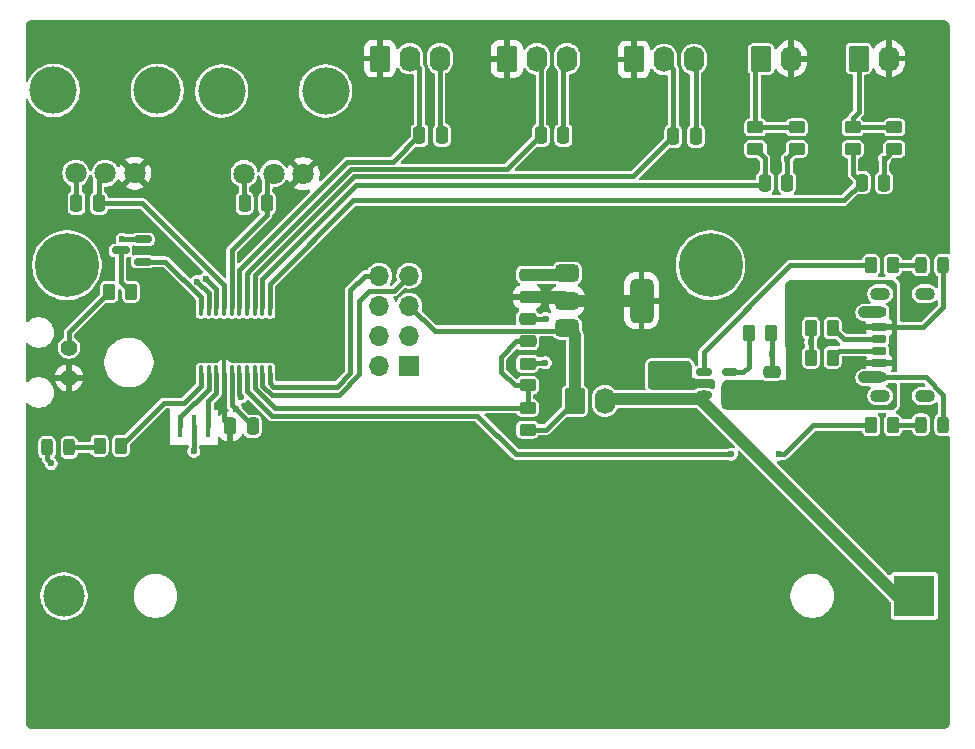
<source format=gbr>
%TF.GenerationSoftware,KiCad,Pcbnew,9.0.0*%
%TF.CreationDate,2025-03-25T21:18:25-04:00*%
%TF.ProjectId,interrupter,696e7465-7272-4757-9074-65722e6b6963,rev?*%
%TF.SameCoordinates,Original*%
%TF.FileFunction,Copper,L1,Top*%
%TF.FilePolarity,Positive*%
%FSLAX46Y46*%
G04 Gerber Fmt 4.6, Leading zero omitted, Abs format (unit mm)*
G04 Created by KiCad (PCBNEW 9.0.0) date 2025-03-25 21:18:25*
%MOMM*%
%LPD*%
G01*
G04 APERTURE LIST*
G04 Aperture macros list*
%AMRoundRect*
0 Rectangle with rounded corners*
0 $1 Rounding radius*
0 $2 $3 $4 $5 $6 $7 $8 $9 X,Y pos of 4 corners*
0 Add a 4 corners polygon primitive as box body*
4,1,4,$2,$3,$4,$5,$6,$7,$8,$9,$2,$3,0*
0 Add four circle primitives for the rounded corners*
1,1,$1+$1,$2,$3*
1,1,$1+$1,$4,$5*
1,1,$1+$1,$6,$7*
1,1,$1+$1,$8,$9*
0 Add four rect primitives between the rounded corners*
20,1,$1+$1,$2,$3,$4,$5,0*
20,1,$1+$1,$4,$5,$6,$7,0*
20,1,$1+$1,$6,$7,$8,$9,0*
20,1,$1+$1,$8,$9,$2,$3,0*%
G04 Aperture macros list end*
%TA.AperFunction,SMDPad,CuDef*%
%ADD10R,0.400000X1.900000*%
%TD*%
%TA.AperFunction,SMDPad,CuDef*%
%ADD11RoundRect,0.250000X0.450000X-0.262500X0.450000X0.262500X-0.450000X0.262500X-0.450000X-0.262500X0*%
%TD*%
%TA.AperFunction,SMDPad,CuDef*%
%ADD12RoundRect,0.250000X0.475000X-0.250000X0.475000X0.250000X-0.475000X0.250000X-0.475000X-0.250000X0*%
%TD*%
%TA.AperFunction,SMDPad,CuDef*%
%ADD13RoundRect,0.250000X-0.250000X-0.475000X0.250000X-0.475000X0.250000X0.475000X-0.250000X0.475000X0*%
%TD*%
%TA.AperFunction,SMDPad,CuDef*%
%ADD14RoundRect,0.250000X-0.450000X0.262500X-0.450000X-0.262500X0.450000X-0.262500X0.450000X0.262500X0*%
%TD*%
%TA.AperFunction,SMDPad,CuDef*%
%ADD15RoundRect,0.250000X0.262500X0.450000X-0.262500X0.450000X-0.262500X-0.450000X0.262500X-0.450000X0*%
%TD*%
%TA.AperFunction,SMDPad,CuDef*%
%ADD16RoundRect,0.250000X0.250000X0.475000X-0.250000X0.475000X-0.250000X-0.475000X0.250000X-0.475000X0*%
%TD*%
%TA.AperFunction,SMDPad,CuDef*%
%ADD17RoundRect,0.250000X-0.262500X-0.450000X0.262500X-0.450000X0.262500X0.450000X-0.262500X0.450000X0*%
%TD*%
%TA.AperFunction,ComponentPad*%
%ADD18C,0.800000*%
%TD*%
%TA.AperFunction,ComponentPad*%
%ADD19C,5.400000*%
%TD*%
%TA.AperFunction,ComponentPad*%
%ADD20RoundRect,0.250000X-0.620000X-0.845000X0.620000X-0.845000X0.620000X0.845000X-0.620000X0.845000X0*%
%TD*%
%TA.AperFunction,ComponentPad*%
%ADD21O,1.740000X2.190000*%
%TD*%
%TA.AperFunction,SMDPad,CuDef*%
%ADD22RoundRect,0.150000X-0.512500X-0.150000X0.512500X-0.150000X0.512500X0.150000X-0.512500X0.150000X0*%
%TD*%
%TA.AperFunction,ComponentPad*%
%ADD23R,3.500000X3.500000*%
%TD*%
%TA.AperFunction,ComponentPad*%
%ADD24C,3.500000*%
%TD*%
%TA.AperFunction,ComponentPad*%
%ADD25R,1.700000X1.700000*%
%TD*%
%TA.AperFunction,ComponentPad*%
%ADD26O,1.700000X1.700000*%
%TD*%
%TA.AperFunction,SMDPad,CuDef*%
%ADD27RoundRect,0.243750X-0.243750X-0.456250X0.243750X-0.456250X0.243750X0.456250X-0.243750X0.456250X0*%
%TD*%
%TA.AperFunction,WasherPad*%
%ADD28C,4.000000*%
%TD*%
%TA.AperFunction,ComponentPad*%
%ADD29C,1.800000*%
%TD*%
%TA.AperFunction,SMDPad,CuDef*%
%ADD30RoundRect,0.100000X0.100000X-0.637500X0.100000X0.637500X-0.100000X0.637500X-0.100000X-0.637500X0*%
%TD*%
%TA.AperFunction,SMDPad,CuDef*%
%ADD31RoundRect,0.150000X0.587500X0.150000X-0.587500X0.150000X-0.587500X-0.150000X0.587500X-0.150000X0*%
%TD*%
%TA.AperFunction,SMDPad,CuDef*%
%ADD32RoundRect,0.175000X0.425000X-0.175000X0.425000X0.175000X-0.425000X0.175000X-0.425000X-0.175000X0*%
%TD*%
%TA.AperFunction,SMDPad,CuDef*%
%ADD33RoundRect,0.190000X-0.410000X0.190000X-0.410000X-0.190000X0.410000X-0.190000X0.410000X0.190000X0*%
%TD*%
%TA.AperFunction,SMDPad,CuDef*%
%ADD34RoundRect,0.200000X-0.400000X0.200000X-0.400000X-0.200000X0.400000X-0.200000X0.400000X0.200000X0*%
%TD*%
%TA.AperFunction,SMDPad,CuDef*%
%ADD35RoundRect,0.175000X-0.425000X0.175000X-0.425000X-0.175000X0.425000X-0.175000X0.425000X0.175000X0*%
%TD*%
%TA.AperFunction,SMDPad,CuDef*%
%ADD36RoundRect,0.190000X0.410000X-0.190000X0.410000X0.190000X-0.410000X0.190000X-0.410000X-0.190000X0*%
%TD*%
%TA.AperFunction,SMDPad,CuDef*%
%ADD37RoundRect,0.200000X0.400000X-0.200000X0.400000X0.200000X-0.400000X0.200000X-0.400000X-0.200000X0*%
%TD*%
%TA.AperFunction,HeatsinkPad*%
%ADD38O,1.700000X1.100000*%
%TD*%
%TA.AperFunction,SMDPad,CuDef*%
%ADD39RoundRect,0.375000X-0.625000X-0.375000X0.625000X-0.375000X0.625000X0.375000X-0.625000X0.375000X0*%
%TD*%
%TA.AperFunction,SMDPad,CuDef*%
%ADD40RoundRect,0.500000X-0.500000X-1.400000X0.500000X-1.400000X0.500000X1.400000X-0.500000X1.400000X0*%
%TD*%
%TA.AperFunction,SMDPad,CuDef*%
%ADD41RoundRect,0.243750X0.243750X0.456250X-0.243750X0.456250X-0.243750X-0.456250X0.243750X-0.456250X0*%
%TD*%
%TA.AperFunction,ComponentPad*%
%ADD42C,1.400000*%
%TD*%
%TA.AperFunction,ViaPad*%
%ADD43C,0.600000*%
%TD*%
%TA.AperFunction,Conductor*%
%ADD44C,1.000000*%
%TD*%
%TA.AperFunction,Conductor*%
%ADD45C,0.400000*%
%TD*%
G04 APERTURE END LIST*
D10*
%TO.P,Y1,1,1*%
%TO.N,Net-(U2-PC14)*%
X201325000Y-112887500D03*
%TO.P,Y1,2,2*%
%TO.N,GND*%
X202525000Y-112887500D03*
%TO.P,Y1,3,3*%
%TO.N,Net-(U2-PC15)*%
X203725000Y-112887500D03*
%TD*%
D11*
%TO.P,R8,1*%
%TO.N,GND*%
X253540000Y-89412500D03*
%TO.P,R8,2*%
%TO.N,Net-(J2-Pin_1)*%
X253540000Y-87587500D03*
%TD*%
D12*
%TO.P,C2,1*%
%TO.N,Net-(D1-A)*%
X251407500Y-110182500D03*
%TO.P,C2,2*%
%TO.N,GND*%
X251407500Y-108282500D03*
%TD*%
D13*
%TO.P,C4,1*%
%TO.N,+3.3V*%
X205575000Y-112887500D03*
%TO.P,C4,2*%
%TO.N,GND*%
X207475000Y-112887500D03*
%TD*%
D14*
%TO.P,R9,1*%
%TO.N,Net-(J2-Pin_1)*%
X250040000Y-87587500D03*
%TO.P,R9,2*%
%TO.N,BTN_FIRE*%
X250040000Y-89412500D03*
%TD*%
D13*
%TO.P,C10,1*%
%TO.N,E_OT*%
X243090000Y-88330000D03*
%TO.P,C10,2*%
%TO.N,GND*%
X244990000Y-88330000D03*
%TD*%
D15*
%TO.P,R12,1*%
%TO.N,Net-(D2-A)*%
X261690000Y-112795000D03*
%TO.P,R12,2*%
%TO.N,BAT_LED*%
X259865000Y-112795000D03*
%TD*%
%TO.P,R3,1*%
%TO.N,GND*%
X251320000Y-104982500D03*
%TO.P,R3,2*%
%TO.N,Net-(U4-PROG)*%
X249495000Y-104982500D03*
%TD*%
%TO.P,R4,1*%
%TO.N,Net-(J5-CC2)*%
X256570000Y-104570000D03*
%TO.P,R4,2*%
%TO.N,GND*%
X254745000Y-104570000D03*
%TD*%
D16*
%TO.P,C12,1*%
%TO.N,I_DTC*%
X194450000Y-94000000D03*
%TO.P,C12,2*%
%TO.N,GND*%
X192550000Y-94000000D03*
%TD*%
D17*
%TO.P,R1,1*%
%TO.N,Net-(U3-K)*%
X195337500Y-101500000D03*
%TO.P,R1,2*%
%TO.N,Net-(Q1-D)*%
X197162500Y-101500000D03*
%TD*%
D13*
%TO.P,C9,1*%
%TO.N,E_BPS*%
X231880000Y-88250000D03*
%TO.P,C9,2*%
%TO.N,GND*%
X233780000Y-88250000D03*
%TD*%
D18*
%TO.P,H1,1,1*%
%TO.N,unconnected-(H1-Pad1)_4*%
X244225000Y-99250000D03*
%TO.N,unconnected-(H1-Pad1)_1*%
X244818109Y-97818109D03*
%TO.N,unconnected-(H1-Pad1)_7*%
X244818109Y-100681891D03*
%TO.N,unconnected-(H1-Pad1)_2*%
X246250000Y-97225000D03*
D19*
%TO.N,unconnected-(H1-Pad1)_3*%
X246250000Y-99250000D03*
D18*
%TO.N,unconnected-(H1-Pad1)_5*%
X246250000Y-101275000D03*
%TO.N,unconnected-(H1-Pad1)_8*%
X247681891Y-97818109D03*
%TO.N,unconnected-(H1-Pad1)_6*%
X247681891Y-100681891D03*
%TO.N,unconnected-(H1-Pad1)*%
X248275000Y-99250000D03*
%TD*%
D20*
%TO.P,J7,1,Pin_1*%
%TO.N,+3.3V*%
X229000000Y-81770000D03*
D21*
%TO.P,J7,2,Pin_2*%
%TO.N,E_BPS*%
X231540000Y-81770000D03*
%TO.P,J7,3,Pin_3*%
%TO.N,GND*%
X234080000Y-81770000D03*
%TD*%
D14*
%TO.P,R7,1*%
%TO.N,GND*%
X230750000Y-107587500D03*
%TO.P,R7,2*%
%TO.N,BAT_SENSE*%
X230750000Y-109412500D03*
%TD*%
D20*
%TO.P,J2,1,Pin_1*%
%TO.N,Net-(J2-Pin_1)*%
X250520000Y-81770000D03*
D21*
%TO.P,J2,2,Pin_2*%
%TO.N,+3.3V*%
X253060000Y-81770000D03*
%TD*%
D22*
%TO.P,U4,1,STAT*%
%TO.N,Net-(U4-STAT)*%
X245657500Y-108332500D03*
%TO.P,U4,2,V_{SS}*%
%TO.N,GND*%
X245657500Y-109282500D03*
%TO.P,U4,3,V_{BAT}*%
%TO.N,Net-(BT1-+)*%
X245657500Y-110232500D03*
%TO.P,U4,4,V_{DD}*%
%TO.N,Net-(D1-A)*%
X247932500Y-110232500D03*
%TO.P,U4,5,PROG*%
%TO.N,Net-(U4-PROG)*%
X247932500Y-108332500D03*
%TD*%
D17*
%TO.P,R13,1*%
%TO.N,Net-(D3-A)*%
X194510000Y-114537500D03*
%TO.P,R13,2*%
%TO.N,BLED*%
X196335000Y-114537500D03*
%TD*%
D23*
%TO.P,BT1,1,+*%
%TO.N,Net-(BT1-+)*%
X263500000Y-127250000D03*
D24*
%TO.P,BT1,2,-*%
%TO.N,GND*%
X191500000Y-127250000D03*
%TD*%
D25*
%TO.P,J4,1,Pin_1*%
%TO.N,CLK*%
X220750000Y-107750000D03*
D26*
%TO.P,J4,2,Pin_2*%
%TO.N,DIO*%
X218210000Y-107750000D03*
%TO.P,J4,3,Pin_3*%
%TO.N,NRST*%
X220750000Y-105210000D03*
%TO.P,J4,4,Pin_4*%
%TO.N,GND*%
X218210000Y-105210000D03*
%TO.P,J4,5,Pin_5*%
%TO.N,+BATT*%
X220750000Y-102670000D03*
%TO.P,J4,6,Pin_6*%
%TO.N,+3.3V*%
X218210000Y-102670000D03*
%TO.P,J4,7,Pin_7*%
%TO.N,TX2*%
X220750000Y-100130000D03*
%TO.P,J4,8,Pin_8*%
%TO.N,RX2*%
X218210000Y-100130000D03*
%TD*%
D15*
%TO.P,R5,1*%
%TO.N,Net-(J5-CC1)*%
X256570000Y-107070000D03*
%TO.P,R5,2*%
%TO.N,GND*%
X254745000Y-107070000D03*
%TD*%
D13*
%TO.P,C7,1*%
%TO.N,SW_SINGLESHOT*%
X259040000Y-92250000D03*
%TO.P,C7,2*%
%TO.N,GND*%
X260940000Y-92250000D03*
%TD*%
D12*
%TO.P,C3,1*%
%TO.N,+3.3V*%
X230750000Y-101950000D03*
%TO.P,C3,2*%
%TO.N,GND*%
X230750000Y-100050000D03*
%TD*%
D14*
%TO.P,R6,1*%
%TO.N,BAT_SENSE*%
X230750000Y-111337500D03*
%TO.P,R6,2*%
%TO.N,+BATT*%
X230750000Y-113162500D03*
%TD*%
D18*
%TO.P,H2,1,1*%
%TO.N,unconnected-(H2-Pad1)_1*%
X189725000Y-99250000D03*
%TO.N,unconnected-(H2-Pad1)*%
X190318109Y-97818109D03*
%TO.N,unconnected-(H2-Pad1)_5*%
X190318109Y-100681891D03*
%TO.N,unconnected-(H2-Pad1)_4*%
X191750000Y-97225000D03*
D19*
%TO.N,unconnected-(H2-Pad1)_7*%
X191750000Y-99250000D03*
D18*
%TO.N,unconnected-(H2-Pad1)_2*%
X191750000Y-101275000D03*
%TO.N,unconnected-(H2-Pad1)_8*%
X193181891Y-97818109D03*
%TO.N,unconnected-(H2-Pad1)_6*%
X193181891Y-100681891D03*
%TO.N,unconnected-(H2-Pad1)_3*%
X193775000Y-99250000D03*
%TD*%
D14*
%TO.P,R11,1*%
%TO.N,Net-(J3-Pin_1)*%
X258290000Y-87587500D03*
%TO.P,R11,2*%
%TO.N,SW_SINGLESHOT*%
X258290000Y-89412500D03*
%TD*%
D27*
%TO.P,D1,1,K*%
%TO.N,Net-(D1-K)*%
X264062500Y-99250000D03*
%TO.P,D1,2,A*%
%TO.N,Net-(D1-A)*%
X265937500Y-99250000D03*
%TD*%
D13*
%TO.P,C6,1*%
%TO.N,BTN_FIRE*%
X250840000Y-92250000D03*
%TO.P,C6,2*%
%TO.N,GND*%
X252740000Y-92250000D03*
%TD*%
D28*
%TO.P,RV2,*%
%TO.N,*%
X190600000Y-84450000D03*
X199400000Y-84450000D03*
D29*
%TO.P,RV2,1,1*%
%TO.N,+3.3V*%
X197500000Y-91450000D03*
%TO.P,RV2,2,2*%
%TO.N,I_DTC*%
X195000000Y-91450000D03*
%TO.P,RV2,3,3*%
%TO.N,GND*%
X192500000Y-91450000D03*
%TD*%
D30*
%TO.P,U2,1,PB7*%
%TO.N,BLED*%
X203100000Y-108500000D03*
%TO.P,U2,2,PC14*%
%TO.N,Net-(U2-PC14)*%
X203750000Y-108500000D03*
%TO.P,U2,3,PC15*%
%TO.N,Net-(U2-PC15)*%
X204400000Y-108500000D03*
%TO.P,U2,4,VDD*%
%TO.N,+3.3V*%
X205050000Y-108500000D03*
%TO.P,U2,5,VSS*%
%TO.N,GND*%
X205700000Y-108500000D03*
%TO.P,U2,6,PF2*%
%TO.N,NRST*%
X206350000Y-108500000D03*
%TO.P,U2,7,PA0*%
%TO.N,BAT_LED*%
X207000000Y-108500000D03*
%TO.P,U2,8,PA1*%
%TO.N,BAT_SENSE*%
X207650000Y-108500000D03*
%TO.P,U2,9,PA2*%
%TO.N,TX2*%
X208300000Y-108500000D03*
%TO.P,U2,10,PA3*%
%TO.N,RX2*%
X208950000Y-108500000D03*
%TO.P,U2,11,PA4*%
%TO.N,SW_SINGLESHOT*%
X208950000Y-102775000D03*
%TO.P,U2,12,PA5*%
%TO.N,BTN_FIRE*%
X208300000Y-102775000D03*
%TO.P,U2,13,PA6*%
%TO.N,E_OT*%
X207650000Y-102775000D03*
%TO.P,U2,14,PA7*%
%TO.N,E_BPS*%
X207000000Y-102775000D03*
%TO.P,U2,15,PA8*%
%TO.N,E_VMAX*%
X206350000Y-102775000D03*
%TO.P,U2,16,PA9/PA11*%
%TO.N,I_OCD*%
X205700000Y-102775000D03*
%TO.P,U2,17,PA10/PA12*%
%TO.N,I_DTC*%
X205050000Y-102775000D03*
%TO.P,U2,18,PA13*%
%TO.N,DIO*%
X204400000Y-102775000D03*
%TO.P,U2,19,PA14*%
%TO.N,CLK*%
X203750000Y-102775000D03*
%TO.P,U2,20,PB6*%
%TO.N,TX*%
X203100000Y-102775000D03*
%TD*%
D15*
%TO.P,R2,1*%
%TO.N,Net-(D1-K)*%
X261662500Y-99250000D03*
%TO.P,R2,2*%
%TO.N,Net-(U4-STAT)*%
X259837500Y-99250000D03*
%TD*%
D16*
%TO.P,C11,1*%
%TO.N,I_OCD*%
X208700000Y-94000000D03*
%TO.P,C11,2*%
%TO.N,GND*%
X206800000Y-94000000D03*
%TD*%
D31*
%TO.P,Q1,1,G*%
%TO.N,TX*%
X198187500Y-98950000D03*
%TO.P,Q1,2,S*%
%TO.N,GND*%
X198187500Y-97050000D03*
%TO.P,Q1,3,D*%
%TO.N,Net-(Q1-D)*%
X196312500Y-98000000D03*
%TD*%
D20*
%TO.P,J3,1,Pin_1*%
%TO.N,Net-(J3-Pin_1)*%
X258790000Y-81750000D03*
D21*
%TO.P,J3,2,Pin_2*%
%TO.N,+3.3V*%
X261330000Y-81750000D03*
%TD*%
D20*
%TO.P,J8,1,Pin_1*%
%TO.N,+3.3V*%
X239750000Y-81830000D03*
D21*
%TO.P,J8,2,Pin_2*%
%TO.N,E_OT*%
X242290000Y-81830000D03*
%TO.P,J8,3,Pin_3*%
%TO.N,GND*%
X244830000Y-81830000D03*
%TD*%
D20*
%TO.P,J6,1,Pin_1*%
%TO.N,+3.3V*%
X218250000Y-81750000D03*
D21*
%TO.P,J6,2,Pin_2*%
%TO.N,E_VMAX*%
X220790000Y-81750000D03*
%TO.P,J6,3,Pin_3*%
%TO.N,GND*%
X223330000Y-81750000D03*
%TD*%
D32*
%TO.P,J5,A5,CC1*%
%TO.N,Net-(J5-CC1)*%
X260527500Y-106500000D03*
D33*
%TO.P,J5,A9,VBUS*%
%TO.N,Net-(D1-A)*%
X260527500Y-104480000D03*
D34*
%TO.P,J5,A12,GND*%
%TO.N,GND*%
X260527500Y-103250000D03*
D35*
%TO.P,J5,B5,CC2*%
%TO.N,Net-(J5-CC2)*%
X260527500Y-105500000D03*
D36*
%TO.P,J5,B9,VBUS*%
%TO.N,Net-(D1-A)*%
X260527500Y-107520000D03*
D37*
%TO.P,J5,B12,GND*%
%TO.N,GND*%
X260527500Y-108750000D03*
D38*
%TO.P,J5,S1,SHIELD*%
%TO.N,unconnected-(J5-SHIELD-PadS1)_1*%
X260607500Y-110320000D03*
%TO.N,unconnected-(J5-SHIELD-PadS1)*%
X264407500Y-110320000D03*
%TO.N,unconnected-(J5-SHIELD-PadS1)_2*%
X260607500Y-101680000D03*
%TO.N,unconnected-(J5-SHIELD-PadS1)_3*%
X264407500Y-101680000D03*
%TD*%
D28*
%TO.P,RV1,*%
%TO.N,*%
X204850000Y-84500000D03*
X213650000Y-84500000D03*
D29*
%TO.P,RV1,1,1*%
%TO.N,+3.3V*%
X211750000Y-91500000D03*
%TO.P,RV1,2,2*%
%TO.N,I_OCD*%
X209250000Y-91500000D03*
%TO.P,RV1,3,3*%
%TO.N,GND*%
X206750000Y-91500000D03*
%TD*%
D12*
%TO.P,C5,1*%
%TO.N,BAT_SENSE*%
X230750000Y-105700000D03*
%TO.P,C5,2*%
%TO.N,GND*%
X230750000Y-103800000D03*
%TD*%
D11*
%TO.P,R10,1*%
%TO.N,GND*%
X261790000Y-89412500D03*
%TO.P,R10,2*%
%TO.N,Net-(J3-Pin_1)*%
X261790000Y-87587500D03*
%TD*%
D20*
%TO.P,J1,1,Pin_1*%
%TO.N,+BATT*%
X234750000Y-110750000D03*
D21*
%TO.P,J1,2,Pin_2*%
%TO.N,Net-(BT1-+)*%
X237290000Y-110750000D03*
%TD*%
D39*
%TO.P,U1,1,GND*%
%TO.N,GND*%
X234100000Y-99950000D03*
%TO.P,U1,2,VO*%
%TO.N,+3.3V*%
X234100000Y-102250000D03*
D40*
X240400000Y-102250000D03*
D39*
%TO.P,U1,3,VI*%
%TO.N,+BATT*%
X234100000Y-104550000D03*
%TD*%
D27*
%TO.P,D3,1,K*%
%TO.N,GND*%
X190075000Y-114672500D03*
%TO.P,D3,2,A*%
%TO.N,Net-(D3-A)*%
X191950000Y-114672500D03*
%TD*%
D12*
%TO.P,C1,1*%
%TO.N,Net-(BT1-+)*%
X242157500Y-110570000D03*
%TO.P,C1,2*%
%TO.N,GND*%
X242157500Y-108670000D03*
%TD*%
D41*
%TO.P,D2,1,K*%
%TO.N,GND*%
X265937500Y-112750000D03*
%TO.P,D2,2,A*%
%TO.N,Net-(D2-A)*%
X264062500Y-112750000D03*
%TD*%
D13*
%TO.P,C8,1*%
%TO.N,E_VMAX*%
X221590000Y-88250000D03*
%TO.P,C8,2*%
%TO.N,GND*%
X223490000Y-88250000D03*
%TD*%
D42*
%TO.P,U3,1,K*%
%TO.N,Net-(U3-K)*%
X191917500Y-106230000D03*
%TO.P,U3,2,A*%
%TO.N,+3.3V*%
X191917500Y-108770000D03*
%TD*%
D43*
%TO.N,GND*%
X243250000Y-109250000D03*
X243250000Y-108500000D03*
X233000000Y-100050000D03*
X252740000Y-90250000D03*
X260976250Y-90226250D03*
X259250000Y-103250000D03*
X244000000Y-108500000D03*
X259250000Y-108750000D03*
X231500000Y-100050000D03*
X202500000Y-115000000D03*
X196437500Y-97050000D03*
X232250000Y-100050000D03*
X244000000Y-107750000D03*
X242500000Y-107750000D03*
X244000000Y-109250000D03*
X243250000Y-107750000D03*
X232298259Y-103761382D03*
X254745000Y-105750000D03*
X232250000Y-107500000D03*
X241750000Y-107750000D03*
X190422500Y-116037500D03*
X206043750Y-111456250D03*
X251407500Y-106750000D03*
%TO.N,CLK*%
X202775000Y-100637500D03*
%TO.N,NRST*%
X206525000Y-110387500D03*
%TO.N,+3.3V*%
X214750000Y-104000000D03*
%TO.N,BAT_LED*%
X252000000Y-115250000D03*
X248000000Y-115250000D03*
%TO.N,DIO*%
X203534968Y-100387595D03*
%TD*%
D44*
%TO.N,Net-(BT1-+)*%
X242157500Y-110570000D02*
X237470000Y-110570000D01*
X242157500Y-110570000D02*
X245371000Y-110570000D01*
X237470000Y-110570000D02*
X237290000Y-110750000D01*
X245371000Y-110570000D02*
X245657500Y-110283500D01*
X245371000Y-110570000D02*
X262051000Y-127250000D01*
X262051000Y-127250000D02*
X263500000Y-127250000D01*
D45*
%TO.N,Net-(D1-A)*%
X264270000Y-104480000D02*
X265937500Y-102812500D01*
X260527500Y-104480000D02*
X264270000Y-104480000D01*
X251607500Y-110232500D02*
X251657500Y-110182500D01*
X265937500Y-102812500D02*
X265937500Y-99250000D01*
%TO.N,Net-(D1-K)*%
X261662500Y-99250000D02*
X264062500Y-99250000D01*
%TO.N,+BATT*%
X232337500Y-113162500D02*
X234750000Y-110750000D01*
X222879000Y-104799000D02*
X233851000Y-104799000D01*
X220750000Y-102670000D02*
X222879000Y-104799000D01*
D44*
X234750000Y-105200000D02*
X234100000Y-104550000D01*
X234750000Y-110750000D02*
X234750000Y-105200000D01*
D45*
X230750000Y-113162500D02*
X232337500Y-113162500D01*
X233851000Y-104799000D02*
X234100000Y-104550000D01*
%TO.N,TX*%
X200087500Y-98950000D02*
X198187500Y-98950000D01*
X203100000Y-101962500D02*
X200087500Y-98950000D01*
X203100000Y-102775000D02*
X203100000Y-101962500D01*
%TO.N,GND*%
X233780000Y-82070000D02*
X234080000Y-81770000D01*
X205700000Y-108500000D02*
X205700000Y-111112500D01*
X192550000Y-91500000D02*
X192500000Y-91450000D01*
X251407500Y-108282500D02*
X251407500Y-106750000D01*
X223330000Y-88090000D02*
X223490000Y-88250000D01*
X254745000Y-105750000D02*
X254745000Y-104570000D01*
X205700000Y-111112500D02*
X206043750Y-111456250D01*
X202500000Y-115000000D02*
X202500000Y-114500000D01*
X265937500Y-110205083D02*
X264482417Y-108750000D01*
X192550000Y-94000000D02*
X192550000Y-91500000D01*
X254745000Y-107070000D02*
X254745000Y-105750000D01*
D44*
X233000000Y-100050000D02*
X234000000Y-100050000D01*
D45*
X231500000Y-107500000D02*
X231412500Y-107587500D01*
D44*
X259250000Y-108750000D02*
X260527500Y-108750000D01*
D45*
X252740000Y-92250000D02*
X252740000Y-90250000D01*
X190075000Y-115690000D02*
X190422500Y-116037500D01*
X232250000Y-107500000D02*
X231500000Y-107500000D01*
X244990000Y-88330000D02*
X244990000Y-81990000D01*
X252740000Y-90212500D02*
X253540000Y-89412500D01*
D44*
X230750000Y-100050000D02*
X231500000Y-100050000D01*
D45*
X196437500Y-97050000D02*
X198187500Y-97050000D01*
X244990000Y-81990000D02*
X244830000Y-81830000D01*
X260940000Y-92250000D02*
X260940000Y-90262500D01*
D44*
X232250000Y-100050000D02*
X233000000Y-100050000D01*
D45*
X251407500Y-105070000D02*
X251320000Y-104982500D01*
X223330000Y-81750000D02*
X223330000Y-88090000D01*
X202500000Y-114500000D02*
X202525000Y-114475000D01*
X252740000Y-90250000D02*
X252740000Y-90212500D01*
X190075000Y-114672500D02*
X190075000Y-115690000D01*
X206750000Y-93950000D02*
X206800000Y-94000000D01*
X260940000Y-90262500D02*
X260976250Y-90226250D01*
D44*
X259250000Y-103250000D02*
X260527500Y-103250000D01*
D45*
X265937500Y-112750000D02*
X265937500Y-110205083D01*
X206750000Y-91500000D02*
X206750000Y-93950000D01*
D44*
X234000000Y-100050000D02*
X234100000Y-99950000D01*
D45*
X233780000Y-88250000D02*
X233780000Y-82070000D01*
X264482417Y-108750000D02*
X260527500Y-108750000D01*
X202525000Y-114475000D02*
X202525000Y-112887500D01*
D44*
X231500000Y-100050000D02*
X232250000Y-100050000D01*
D45*
X230750000Y-103800000D02*
X232259641Y-103800000D01*
X206340000Y-91850000D02*
X206690000Y-91500000D01*
X231412500Y-107587500D02*
X230750000Y-107587500D01*
X251407500Y-106750000D02*
X251407500Y-105070000D01*
X232259641Y-103800000D02*
X232298259Y-103761382D01*
X260976250Y-90226250D02*
X261790000Y-89412500D01*
X206043750Y-111456250D02*
X207475000Y-112887500D01*
%TO.N,Net-(Q1-D)*%
X196312500Y-100650000D02*
X196312500Y-98000000D01*
X197162500Y-101500000D02*
X196312500Y-100650000D01*
%TO.N,Net-(U3-K)*%
X191917500Y-106230000D02*
X191917500Y-104920000D01*
X191917500Y-104920000D02*
X195337500Y-101500000D01*
%TO.N,Net-(J2-Pin_1)*%
X250040000Y-87587500D02*
X250040000Y-82250000D01*
X253540000Y-87587500D02*
X250040000Y-87587500D01*
X250040000Y-82250000D02*
X250520000Y-81770000D01*
%TO.N,Net-(J3-Pin_1)*%
X258290000Y-86790000D02*
X258790000Y-86290000D01*
X258790000Y-86290000D02*
X258790000Y-81750000D01*
X258290000Y-87587500D02*
X261790000Y-87587500D01*
X258290000Y-87587500D02*
X258290000Y-86790000D01*
%TO.N,E_OT*%
X243090000Y-88330000D02*
X243090000Y-82630000D01*
X207650000Y-100100000D02*
X216048000Y-91702000D01*
X243090000Y-82630000D02*
X242290000Y-81830000D01*
X216048000Y-91702000D02*
X239718000Y-91702000D01*
X239718000Y-91702000D02*
X243090000Y-88330000D01*
X207650000Y-102775000D02*
X207650000Y-100100000D01*
%TO.N,I_OCD*%
X205700000Y-102775000D02*
X205700000Y-97980000D01*
X208700000Y-94000000D02*
X208700000Y-92050000D01*
X208700000Y-94980000D02*
X208700000Y-94000000D01*
X205700000Y-97980000D02*
X208700000Y-94980000D01*
X208700000Y-92050000D02*
X209250000Y-91500000D01*
%TO.N,CLK*%
X203750000Y-101612500D02*
X203750000Y-102775000D01*
X202775000Y-100637500D02*
X203750000Y-101612500D01*
%TO.N,NRST*%
X206350000Y-110212500D02*
X206525000Y-110387500D01*
X206350000Y-108500000D02*
X206350000Y-110212500D01*
D44*
%TO.N,+3.3V*%
X230750000Y-101950000D02*
X233800000Y-101950000D01*
X234100000Y-102250000D02*
X240400000Y-102250000D01*
X233800000Y-101950000D02*
X234100000Y-102250000D01*
D45*
X205050000Y-112362500D02*
X205050000Y-108500000D01*
X205575000Y-112887500D02*
X205050000Y-112362500D01*
%TO.N,RX2*%
X208950000Y-109262674D02*
X208950000Y-108500000D01*
X209210326Y-109523000D02*
X208950000Y-109262674D01*
X217007919Y-100130000D02*
X215750000Y-101387919D01*
X215750000Y-101387919D02*
X215750000Y-108400058D01*
X215750000Y-108400058D02*
X214627058Y-109523000D01*
X218210000Y-100130000D02*
X217007919Y-100130000D01*
X214627058Y-109523000D02*
X209210326Y-109523000D01*
%TO.N,I_DTC*%
X194450000Y-94000000D02*
X194450000Y-92000000D01*
X194450000Y-92000000D02*
X195000000Y-91450000D01*
X205050000Y-102775000D02*
X205050000Y-100911263D01*
X205050000Y-100911263D02*
X198138737Y-94000000D01*
X198138737Y-94000000D02*
X194450000Y-94000000D01*
%TO.N,E_VMAX*%
X206350000Y-102775000D02*
X206350000Y-99650000D01*
X221590000Y-88250000D02*
X221590000Y-82550000D01*
X219340000Y-90500000D02*
X221590000Y-88250000D01*
X221590000Y-82550000D02*
X220790000Y-81750000D01*
X215500000Y-90500000D02*
X219340000Y-90500000D01*
X206350000Y-99650000D02*
X215500000Y-90500000D01*
%TO.N,BAT_LED*%
X207000000Y-109862500D02*
X207000000Y-108500000D01*
X209137500Y-112000000D02*
X207000000Y-109862500D01*
X248000000Y-115250000D02*
X229750000Y-115250000D01*
X252000000Y-115250000D02*
X252500000Y-115250000D01*
X229750000Y-115250000D02*
X226500000Y-112000000D01*
X254955000Y-112795000D02*
X259865000Y-112795000D01*
X252500000Y-115250000D02*
X254955000Y-112795000D01*
X226500000Y-112000000D02*
X209137500Y-112000000D01*
%TO.N,BAT_SENSE*%
X230750000Y-109412500D02*
X229662500Y-109412500D01*
X209324942Y-111337500D02*
X230750000Y-111337500D01*
X229800000Y-105700000D02*
X230750000Y-105700000D01*
X230750000Y-111337500D02*
X230750000Y-109412500D01*
X229662500Y-109412500D02*
X228500000Y-108250000D01*
X207650000Y-108500000D02*
X207650000Y-109662558D01*
X207650000Y-109662558D02*
X209324942Y-111337500D01*
X228500000Y-108250000D02*
X228500000Y-107000000D01*
X228500000Y-107000000D02*
X229800000Y-105700000D01*
%TO.N,Net-(U2-PC14)*%
X203750000Y-108500000D02*
X203750000Y-109710500D01*
X203750000Y-109710500D02*
X201325000Y-112135500D01*
X201325000Y-112135500D02*
X201325000Y-112887500D01*
%TO.N,BLED*%
X201680279Y-110930279D02*
X199942221Y-110930279D01*
X203100000Y-108500000D02*
X203100000Y-109510558D01*
X199942221Y-110930279D02*
X196335000Y-114537500D01*
X203100000Y-109510558D02*
X201680279Y-110930279D01*
%TO.N,E_BPS*%
X207000000Y-102775000D02*
X207000000Y-100000000D01*
X216296942Y-91101000D02*
X229029000Y-91101000D01*
X207049000Y-99851058D02*
X207401058Y-99499000D01*
X215899000Y-91101000D02*
X216296942Y-91101000D01*
X207401058Y-99499000D02*
X215447000Y-91453058D01*
X231880000Y-88250000D02*
X231880000Y-82110000D01*
X215799058Y-91101000D02*
X215899000Y-91101000D01*
X207000000Y-100000000D02*
X207049000Y-99951000D01*
X231880000Y-82110000D02*
X231540000Y-81770000D01*
X215447000Y-91453058D02*
X215799058Y-91101000D01*
X207049000Y-99951000D02*
X207049000Y-99851058D01*
X229029000Y-91101000D02*
X231880000Y-88250000D01*
%TO.N,DIO*%
X204400000Y-102775000D02*
X204400000Y-101252627D01*
X204400000Y-101252627D02*
X203534968Y-100387595D01*
%TO.N,Net-(U2-PC15)*%
X203725000Y-110775000D02*
X204400000Y-110100000D01*
X203725000Y-112887500D02*
X203725000Y-110775000D01*
X204400000Y-110100000D02*
X204400000Y-108500000D01*
%TO.N,TX2*%
X214750000Y-110250000D02*
X216500000Y-108500000D01*
X217331000Y-101419000D02*
X219461000Y-101419000D01*
X208300000Y-108500000D02*
X208300000Y-109462616D01*
X219461000Y-101419000D02*
X220750000Y-100130000D01*
X208300000Y-109462616D02*
X209087384Y-110250000D01*
X209087384Y-110250000D02*
X214750000Y-110250000D01*
X216500000Y-102250000D02*
X217331000Y-101419000D01*
X216500000Y-108500000D02*
X216500000Y-102250000D01*
%TO.N,SW_SINGLESHOT*%
X216000000Y-93750000D02*
X257540000Y-93750000D01*
X208950000Y-100800000D02*
X216000000Y-93750000D01*
X208950000Y-102775000D02*
X208950000Y-100800000D01*
X258290000Y-91500000D02*
X259040000Y-92250000D01*
X258290000Y-89412500D02*
X258290000Y-91500000D01*
X257540000Y-93750000D02*
X259040000Y-92250000D01*
%TO.N,BTN_FIRE*%
X216250000Y-92500000D02*
X250590000Y-92500000D01*
X250840000Y-90212500D02*
X250040000Y-89412500D01*
X208300000Y-102775000D02*
X208300000Y-100450000D01*
X250840000Y-92250000D02*
X250840000Y-90212500D01*
X250590000Y-92500000D02*
X250840000Y-92250000D01*
X208300000Y-100450000D02*
X216250000Y-92500000D01*
%TO.N,Net-(J5-CC2)*%
X260527500Y-105500000D02*
X257500000Y-105500000D01*
X257500000Y-105500000D02*
X256570000Y-104570000D01*
%TO.N,Net-(J5-CC1)*%
X257140000Y-106500000D02*
X256570000Y-107070000D01*
X260527500Y-106500000D02*
X257140000Y-106500000D01*
%TO.N,Net-(U4-STAT)*%
X245657500Y-108332500D02*
X245657500Y-106592500D01*
X245657500Y-106592500D02*
X253000000Y-99250000D01*
X253000000Y-99250000D02*
X259837500Y-99250000D01*
%TO.N,Net-(U4-PROG)*%
X249495000Y-107845000D02*
X249495000Y-104982500D01*
X247932500Y-108332500D02*
X249007500Y-108332500D01*
X249007500Y-108332500D02*
X249495000Y-107845000D01*
%TO.N,Net-(D2-A)*%
X261735000Y-112750000D02*
X261690000Y-112795000D01*
X264062500Y-112750000D02*
X261735000Y-112750000D01*
%TO.N,Net-(D3-A)*%
X194375000Y-114672500D02*
X194510000Y-114537500D01*
X191950000Y-114672500D02*
X194375000Y-114672500D01*
%TD*%
%TA.AperFunction,Conductor*%
%TO.N,Net-(D1-A)*%
G36*
X261536559Y-100506061D02*
G01*
X261641723Y-100519906D01*
X261672991Y-100528284D01*
X261763418Y-100565740D01*
X261791452Y-100581925D01*
X261869102Y-100641509D01*
X261891991Y-100664398D01*
X261951574Y-100742048D01*
X261967759Y-100770081D01*
X262005215Y-100860508D01*
X262013593Y-100891775D01*
X262027439Y-100996939D01*
X262028500Y-101013125D01*
X262028500Y-108175500D01*
X262008815Y-108242539D01*
X261956011Y-108288294D01*
X261904500Y-108299500D01*
X261607274Y-108299500D01*
X261540235Y-108279815D01*
X261494480Y-108227011D01*
X261484536Y-108157853D01*
X261501157Y-108111351D01*
X261571330Y-107995267D01*
X261571333Y-107995261D01*
X261621181Y-107835294D01*
X261621182Y-107835287D01*
X261627116Y-107770000D01*
X259427884Y-107770000D01*
X259433817Y-107835287D01*
X259433818Y-107835295D01*
X259434852Y-107838612D01*
X259434885Y-107840660D01*
X259435098Y-107841728D01*
X259434903Y-107841766D01*
X259436002Y-107908472D01*
X259399200Y-107967864D01*
X259336131Y-107997931D01*
X259316466Y-107999500D01*
X259176080Y-107999500D01*
X259031092Y-108028340D01*
X259031082Y-108028343D01*
X258894511Y-108084912D01*
X258894498Y-108084919D01*
X258771584Y-108167048D01*
X258771580Y-108167051D01*
X258667051Y-108271580D01*
X258667048Y-108271584D01*
X258584919Y-108394498D01*
X258584912Y-108394511D01*
X258528343Y-108531082D01*
X258528340Y-108531092D01*
X258499500Y-108676079D01*
X258499500Y-108676082D01*
X258499500Y-108823918D01*
X258499500Y-108823920D01*
X258499499Y-108823920D01*
X258528340Y-108968907D01*
X258528343Y-108968917D01*
X258584912Y-109105488D01*
X258584919Y-109105501D01*
X258667048Y-109228415D01*
X258667051Y-109228419D01*
X258771580Y-109332948D01*
X258771584Y-109332951D01*
X258894498Y-109415080D01*
X258894511Y-109415087D01*
X259031082Y-109471656D01*
X259031087Y-109471658D01*
X259031091Y-109471658D01*
X259031092Y-109471659D01*
X259176079Y-109500500D01*
X259695559Y-109500500D01*
X259762598Y-109520185D01*
X259808353Y-109572989D01*
X259818297Y-109642147D01*
X259789272Y-109705703D01*
X259783240Y-109712181D01*
X259685713Y-109809707D01*
X259685710Y-109809711D01*
X259598109Y-109940814D01*
X259598102Y-109940827D01*
X259537764Y-110086498D01*
X259537761Y-110086510D01*
X259507000Y-110241153D01*
X259507000Y-110398846D01*
X259537761Y-110553489D01*
X259537764Y-110553501D01*
X259598102Y-110699172D01*
X259598109Y-110699185D01*
X259685710Y-110830288D01*
X259685713Y-110830292D01*
X259797207Y-110941786D01*
X259797211Y-110941789D01*
X259928314Y-111029390D01*
X259928327Y-111029397D01*
X260073998Y-111089735D01*
X260074003Y-111089737D01*
X260212028Y-111117192D01*
X260228653Y-111120499D01*
X260228656Y-111120500D01*
X260228658Y-111120500D01*
X260986344Y-111120500D01*
X260986345Y-111120499D01*
X261140997Y-111089737D01*
X261286679Y-111029394D01*
X261417789Y-110941789D01*
X261529289Y-110830289D01*
X261616894Y-110699179D01*
X261677237Y-110553497D01*
X261708000Y-110398842D01*
X261708000Y-110241158D01*
X261708000Y-110241155D01*
X261707999Y-110241153D01*
X261677237Y-110086503D01*
X261636042Y-109987048D01*
X261616897Y-109940827D01*
X261616890Y-109940814D01*
X261529289Y-109809711D01*
X261529286Y-109809707D01*
X261417792Y-109698213D01*
X261417788Y-109698210D01*
X261286685Y-109610609D01*
X261286672Y-109610602D01*
X261172006Y-109563107D01*
X261169791Y-109561322D01*
X261166978Y-109560893D01*
X261142751Y-109539533D01*
X261117602Y-109519267D01*
X261116703Y-109516566D01*
X261114570Y-109514686D01*
X261105739Y-109483626D01*
X261095537Y-109452972D01*
X261096240Y-109450214D01*
X261095463Y-109447479D01*
X261104827Y-109416572D01*
X261112816Y-109385273D01*
X261115149Y-109382505D01*
X261115723Y-109380612D01*
X261125154Y-109370636D01*
X261139064Y-109354138D01*
X261142343Y-109351345D01*
X261249650Y-109272150D01*
X261273849Y-109239360D01*
X261284734Y-109230092D01*
X261304108Y-109221444D01*
X261321006Y-109208615D01*
X261341157Y-109204908D01*
X261348537Y-109201615D01*
X261354291Y-109202493D01*
X261365128Y-109200500D01*
X261904500Y-109200500D01*
X261971539Y-109220185D01*
X262017294Y-109272989D01*
X262028500Y-109324500D01*
X262028500Y-110995657D01*
X262027436Y-111011867D01*
X262013548Y-111117192D01*
X262005144Y-111148504D01*
X261967578Y-111239042D01*
X261951346Y-111267105D01*
X261891594Y-111344814D01*
X261868642Y-111367711D01*
X261790791Y-111427275D01*
X261762690Y-111443439D01*
X261672062Y-111480788D01*
X261640729Y-111489117D01*
X261535373Y-111502751D01*
X261519161Y-111503776D01*
X257330029Y-111493718D01*
X252658100Y-111482501D01*
X252658054Y-111482500D01*
X252657500Y-111482500D01*
X252619964Y-108288294D01*
X252570419Y-104072135D01*
X253982000Y-104072135D01*
X253982000Y-105067870D01*
X253982001Y-105067876D01*
X253988408Y-105127483D01*
X254038702Y-105262328D01*
X254038706Y-105262335D01*
X254107858Y-105354709D01*
X254124954Y-105377546D01*
X254182645Y-105420734D01*
X254224516Y-105476667D01*
X254229500Y-105546359D01*
X254228109Y-105552093D01*
X254194500Y-105677525D01*
X254194500Y-105822475D01*
X254228805Y-105950500D01*
X254232017Y-105962488D01*
X254265602Y-106020659D01*
X254282075Y-106088559D01*
X254259222Y-106154586D01*
X254232527Y-106181924D01*
X254124954Y-106262454D01*
X254124953Y-106262455D01*
X254124952Y-106262456D01*
X254038706Y-106377664D01*
X254038702Y-106377671D01*
X253988408Y-106512517D01*
X253986186Y-106533191D01*
X253982001Y-106572123D01*
X253982000Y-106572135D01*
X253982000Y-107567870D01*
X253982001Y-107567876D01*
X253988408Y-107627483D01*
X254038702Y-107762328D01*
X254038706Y-107762335D01*
X254124952Y-107877544D01*
X254124955Y-107877547D01*
X254240164Y-107963793D01*
X254240171Y-107963797D01*
X254285118Y-107980561D01*
X254375017Y-108014091D01*
X254434627Y-108020500D01*
X255055372Y-108020499D01*
X255114983Y-108014091D01*
X255249831Y-107963796D01*
X255365046Y-107877546D01*
X255451296Y-107762331D01*
X255501591Y-107627483D01*
X255508000Y-107567873D01*
X255507999Y-106572128D01*
X255501591Y-106512517D01*
X255451296Y-106377669D01*
X255451295Y-106377668D01*
X255451293Y-106377664D01*
X255365048Y-106262456D01*
X255365046Y-106262455D01*
X255365046Y-106262454D01*
X255257470Y-106181923D01*
X255215602Y-106125992D01*
X255210618Y-106056300D01*
X255224397Y-106020659D01*
X255257984Y-105962485D01*
X255295500Y-105822475D01*
X255295500Y-105677525D01*
X255261890Y-105552092D01*
X255263553Y-105482244D01*
X255302715Y-105424381D01*
X255307341Y-105420743D01*
X255365046Y-105377546D01*
X255451296Y-105262331D01*
X255501591Y-105127483D01*
X255508000Y-105067873D01*
X255507999Y-104072135D01*
X255807000Y-104072135D01*
X255807000Y-105067870D01*
X255807001Y-105067876D01*
X255813408Y-105127483D01*
X255863702Y-105262328D01*
X255863706Y-105262335D01*
X255949952Y-105377544D01*
X255949955Y-105377547D01*
X256065164Y-105463793D01*
X256065171Y-105463797D01*
X256093479Y-105474355D01*
X256200017Y-105514091D01*
X256259627Y-105520500D01*
X256832033Y-105520499D01*
X256899072Y-105540183D01*
X256919714Y-105556818D01*
X257200715Y-105837819D01*
X257234200Y-105899142D01*
X257229216Y-105968834D01*
X257187344Y-106024767D01*
X257121880Y-106049184D01*
X257113034Y-106049500D01*
X257080691Y-106049500D01*
X256990325Y-106073713D01*
X256990324Y-106073712D01*
X256966115Y-106080200D01*
X256966110Y-106080202D01*
X256926814Y-106102889D01*
X256864817Y-106119500D01*
X256259629Y-106119500D01*
X256259623Y-106119501D01*
X256200016Y-106125908D01*
X256065171Y-106176202D01*
X256065164Y-106176206D01*
X255949955Y-106262452D01*
X255949952Y-106262455D01*
X255863706Y-106377664D01*
X255863702Y-106377671D01*
X255813408Y-106512517D01*
X255811186Y-106533191D01*
X255807001Y-106572123D01*
X255807000Y-106572135D01*
X255807000Y-107567870D01*
X255807001Y-107567876D01*
X255813408Y-107627483D01*
X255863702Y-107762328D01*
X255863706Y-107762335D01*
X255949952Y-107877544D01*
X255949955Y-107877547D01*
X256065164Y-107963793D01*
X256065171Y-107963797D01*
X256110118Y-107980561D01*
X256200017Y-108014091D01*
X256259627Y-108020500D01*
X256880372Y-108020499D01*
X256939983Y-108014091D01*
X257074831Y-107963796D01*
X257190046Y-107877546D01*
X257276296Y-107762331D01*
X257326591Y-107627483D01*
X257333000Y-107567873D01*
X257332999Y-107074499D01*
X257352683Y-107007461D01*
X257405487Y-106961706D01*
X257456999Y-106950500D01*
X259344512Y-106950500D01*
X259411551Y-106970185D01*
X259457306Y-107022989D01*
X259467250Y-107092147D01*
X259462897Y-107111391D01*
X259433818Y-107204705D01*
X259433817Y-107204712D01*
X259427884Y-107270000D01*
X261627115Y-107270000D01*
X261621182Y-107204712D01*
X261621181Y-107204705D01*
X261571333Y-107044738D01*
X261571331Y-107044732D01*
X261484649Y-106901342D01*
X261484646Y-106901338D01*
X261410888Y-106827580D01*
X261377403Y-106766257D01*
X261376097Y-106720501D01*
X261378000Y-106708488D01*
X261378000Y-106291512D01*
X261378000Y-106291506D01*
X261362220Y-106191878D01*
X261362219Y-106191876D01*
X261362219Y-106191874D01*
X261301028Y-106071780D01*
X261301026Y-106071778D01*
X261296597Y-106063085D01*
X261298066Y-106062336D01*
X261278351Y-106007076D01*
X261294178Y-105939023D01*
X261300671Y-105928917D01*
X261301024Y-105928223D01*
X261301028Y-105928220D01*
X261362219Y-105808126D01*
X261362220Y-105808121D01*
X261378000Y-105708493D01*
X261378000Y-105291512D01*
X261376097Y-105279498D01*
X261385052Y-105210205D01*
X261410889Y-105172418D01*
X261484648Y-105098659D01*
X261571331Y-104955267D01*
X261571333Y-104955261D01*
X261621181Y-104795294D01*
X261621182Y-104795287D01*
X261627116Y-104730000D01*
X259427884Y-104730000D01*
X259433817Y-104795287D01*
X259433818Y-104795294D01*
X259462897Y-104888609D01*
X259464049Y-104958469D01*
X259427248Y-105017862D01*
X259364180Y-105047930D01*
X259344512Y-105049500D01*
X257737966Y-105049500D01*
X257670927Y-105029815D01*
X257650285Y-105013181D01*
X257369318Y-104732214D01*
X257335833Y-104670891D01*
X257332999Y-104644533D01*
X257332999Y-104072129D01*
X257332998Y-104072123D01*
X257332997Y-104072116D01*
X257326591Y-104012517D01*
X257323687Y-104004732D01*
X257276297Y-103877671D01*
X257276293Y-103877664D01*
X257190047Y-103762455D01*
X257190044Y-103762452D01*
X257074835Y-103676206D01*
X257074828Y-103676202D01*
X256939986Y-103625910D01*
X256939985Y-103625909D01*
X256939983Y-103625909D01*
X256880373Y-103619500D01*
X256880363Y-103619500D01*
X256259629Y-103619500D01*
X256259623Y-103619501D01*
X256200016Y-103625908D01*
X256065171Y-103676202D01*
X256065164Y-103676206D01*
X255949955Y-103762452D01*
X255949952Y-103762455D01*
X255863706Y-103877664D01*
X255863702Y-103877671D01*
X255813408Y-104012517D01*
X255807200Y-104070263D01*
X255807001Y-104072123D01*
X255807000Y-104072135D01*
X255507999Y-104072135D01*
X255507999Y-104072128D01*
X255501591Y-104012517D01*
X255498687Y-104004732D01*
X255451297Y-103877671D01*
X255451293Y-103877664D01*
X255365047Y-103762455D01*
X255365044Y-103762452D01*
X255249835Y-103676206D01*
X255249828Y-103676202D01*
X255114986Y-103625910D01*
X255114985Y-103625909D01*
X255114983Y-103625909D01*
X255055373Y-103619500D01*
X255055363Y-103619500D01*
X254434629Y-103619500D01*
X254434623Y-103619501D01*
X254375016Y-103625908D01*
X254240171Y-103676202D01*
X254240164Y-103676206D01*
X254124955Y-103762452D01*
X254124952Y-103762455D01*
X254038706Y-103877664D01*
X254038702Y-103877671D01*
X253988408Y-104012517D01*
X253982200Y-104070263D01*
X253982001Y-104072123D01*
X253982000Y-104072135D01*
X252570419Y-104072135D01*
X252570397Y-104070263D01*
X252561627Y-103323920D01*
X258499499Y-103323920D01*
X258528340Y-103468907D01*
X258528343Y-103468917D01*
X258584912Y-103605488D01*
X258584919Y-103605501D01*
X258667048Y-103728415D01*
X258667051Y-103728419D01*
X258771580Y-103832948D01*
X258771584Y-103832951D01*
X258894498Y-103915080D01*
X258894511Y-103915087D01*
X259031082Y-103971656D01*
X259031087Y-103971658D01*
X259031091Y-103971658D01*
X259031092Y-103971659D01*
X259176079Y-104000500D01*
X259316466Y-104000500D01*
X259383505Y-104020185D01*
X259429260Y-104072989D01*
X259439204Y-104142147D01*
X259434852Y-104161388D01*
X259433818Y-104164704D01*
X259433817Y-104164712D01*
X259427884Y-104230000D01*
X261627115Y-104230000D01*
X261621182Y-104164712D01*
X261621181Y-104164705D01*
X261571333Y-104004738D01*
X261571331Y-104004732D01*
X261484649Y-103861342D01*
X261373954Y-103750646D01*
X261340470Y-103689323D01*
X261344595Y-103622010D01*
X261375146Y-103534701D01*
X261375146Y-103534699D01*
X261378000Y-103504269D01*
X261378000Y-102995730D01*
X261375146Y-102965300D01*
X261375146Y-102965298D01*
X261330293Y-102837119D01*
X261330292Y-102837117D01*
X261249650Y-102727850D01*
X261145824Y-102651223D01*
X261103573Y-102595575D01*
X261098115Y-102525919D01*
X261131183Y-102464370D01*
X261172001Y-102436894D01*
X261286679Y-102389394D01*
X261417789Y-102301789D01*
X261529289Y-102190289D01*
X261616894Y-102059179D01*
X261677237Y-101913497D01*
X261708000Y-101758842D01*
X261708000Y-101601158D01*
X261708000Y-101601155D01*
X261707999Y-101601153D01*
X261677238Y-101446510D01*
X261677237Y-101446503D01*
X261677235Y-101446498D01*
X261616897Y-101300827D01*
X261616890Y-101300814D01*
X261529289Y-101169711D01*
X261529286Y-101169707D01*
X261417792Y-101058213D01*
X261417788Y-101058210D01*
X261286685Y-100970609D01*
X261286672Y-100970602D01*
X261141001Y-100910264D01*
X261140989Y-100910261D01*
X260986345Y-100879500D01*
X260986342Y-100879500D01*
X260228658Y-100879500D01*
X260228655Y-100879500D01*
X260074010Y-100910261D01*
X260073998Y-100910264D01*
X259928327Y-100970602D01*
X259928314Y-100970609D01*
X259797211Y-101058210D01*
X259797207Y-101058213D01*
X259685713Y-101169707D01*
X259685710Y-101169711D01*
X259598109Y-101300814D01*
X259598102Y-101300827D01*
X259537764Y-101446498D01*
X259537761Y-101446510D01*
X259507000Y-101601153D01*
X259507000Y-101758846D01*
X259537761Y-101913489D01*
X259537764Y-101913501D01*
X259598102Y-102059172D01*
X259598109Y-102059185D01*
X259685710Y-102190288D01*
X259685713Y-102190292D01*
X259783240Y-102287819D01*
X259816725Y-102349142D01*
X259811741Y-102418834D01*
X259769869Y-102474767D01*
X259704405Y-102499184D01*
X259695559Y-102499500D01*
X259176080Y-102499500D01*
X259031092Y-102528340D01*
X259031082Y-102528343D01*
X258894511Y-102584912D01*
X258894498Y-102584919D01*
X258771584Y-102667048D01*
X258771580Y-102667051D01*
X258667051Y-102771580D01*
X258667048Y-102771584D01*
X258584919Y-102894498D01*
X258584912Y-102894511D01*
X258528343Y-103031082D01*
X258528340Y-103031092D01*
X258499500Y-103176079D01*
X258499500Y-103176082D01*
X258499500Y-103323918D01*
X258499500Y-103323920D01*
X258499499Y-103323920D01*
X252561627Y-103323920D01*
X252559835Y-103171447D01*
X252537852Y-101300814D01*
X252534541Y-101019058D01*
X252535426Y-101002746D01*
X252546589Y-100910264D01*
X252548232Y-100896653D01*
X252556360Y-100865081D01*
X252593293Y-100773647D01*
X252609375Y-100745283D01*
X252668865Y-100666645D01*
X252691785Y-100643453D01*
X252769717Y-100583045D01*
X252797888Y-100566632D01*
X252888884Y-100528627D01*
X252920359Y-100520128D01*
X253003855Y-100509052D01*
X253026292Y-100506077D01*
X253042596Y-100505000D01*
X261520374Y-100505000D01*
X261536559Y-100506061D01*
G37*
%TD.AperFunction*%
%TD*%
%TA.AperFunction,Conductor*%
%TO.N,+3.3V*%
G36*
X211284075Y-91692993D02*
G01*
X211349901Y-91807007D01*
X211442993Y-91900099D01*
X211557007Y-91965925D01*
X211620590Y-91982962D01*
X210952485Y-92651065D01*
X210952485Y-92651066D01*
X211016243Y-92697388D01*
X211212589Y-92797432D01*
X211422164Y-92865526D01*
X211639819Y-92900000D01*
X211860181Y-92900000D01*
X212077835Y-92865526D01*
X212208076Y-92823209D01*
X212277917Y-92821214D01*
X212337750Y-92857294D01*
X212368578Y-92919995D01*
X212360613Y-92989409D01*
X212334075Y-93028821D01*
X206362181Y-99000716D01*
X206300858Y-99034201D01*
X206231166Y-99029217D01*
X206175233Y-98987345D01*
X206150816Y-98921881D01*
X206150500Y-98913035D01*
X206150500Y-98217965D01*
X206170185Y-98150926D01*
X206186819Y-98130284D01*
X207605121Y-96711982D01*
X209060490Y-95256614D01*
X209119799Y-95153887D01*
X209126286Y-95129673D01*
X209150500Y-95039309D01*
X209150500Y-95000495D01*
X209152682Y-94989019D01*
X209163501Y-94967901D01*
X209170185Y-94945141D01*
X209181256Y-94933249D01*
X209184542Y-94926836D01*
X209190386Y-94923441D01*
X209200187Y-94912914D01*
X209307546Y-94832546D01*
X209393796Y-94717331D01*
X209444091Y-94582483D01*
X209450500Y-94522873D01*
X209450499Y-93477128D01*
X209444091Y-93417517D01*
X209399614Y-93298269D01*
X209393797Y-93282671D01*
X209393793Y-93282664D01*
X209307547Y-93167455D01*
X209200188Y-93087085D01*
X209197451Y-93083429D01*
X209193297Y-93081532D01*
X209176705Y-93055714D01*
X209158318Y-93031151D01*
X209157302Y-93025523D01*
X209155523Y-93022754D01*
X209150500Y-92987819D01*
X209150500Y-92774500D01*
X209170185Y-92707461D01*
X209222989Y-92661706D01*
X209274500Y-92650500D01*
X209340551Y-92650500D01*
X209427259Y-92636765D01*
X209519409Y-92622171D01*
X209691639Y-92566211D01*
X209852994Y-92483996D01*
X209999501Y-92377553D01*
X210127553Y-92249501D01*
X210233996Y-92102994D01*
X210249505Y-92072555D01*
X210297479Y-92021760D01*
X210365300Y-92004964D01*
X210431435Y-92027501D01*
X210470475Y-92072555D01*
X210552611Y-92233756D01*
X210598932Y-92297513D01*
X211267037Y-91629408D01*
X211284075Y-91692993D01*
G37*
%TD.AperFunction*%
%TA.AperFunction,Conductor*%
G36*
X266006922Y-78501280D02*
G01*
X266097266Y-78511459D01*
X266124331Y-78517636D01*
X266203540Y-78545352D01*
X266228553Y-78557398D01*
X266299606Y-78602043D01*
X266321313Y-78619355D01*
X266380644Y-78678686D01*
X266397957Y-78700395D01*
X266442600Y-78771444D01*
X266454648Y-78796462D01*
X266482362Y-78875666D01*
X266488540Y-78902735D01*
X266498720Y-78993076D01*
X266499500Y-79006961D01*
X266499500Y-98206348D01*
X266479815Y-98273387D01*
X266427011Y-98319142D01*
X266357853Y-98329086D01*
X266332167Y-98322530D01*
X266287602Y-98305908D01*
X266287391Y-98305829D01*
X266287390Y-98305828D01*
X266287389Y-98305828D01*
X266228529Y-98299500D01*
X265646482Y-98299500D01*
X265646473Y-98299501D01*
X265587608Y-98305828D01*
X265454445Y-98355497D01*
X265340669Y-98440669D01*
X265255498Y-98554443D01*
X265205828Y-98687612D01*
X265199500Y-98746462D01*
X265199500Y-99753517D01*
X265199501Y-99753526D01*
X265205828Y-99812391D01*
X265244984Y-99917368D01*
X265255497Y-99945554D01*
X265340668Y-100059330D01*
X265340670Y-100059332D01*
X265352384Y-100068101D01*
X265427746Y-100124516D01*
X265437310Y-100131675D01*
X265479182Y-100187608D01*
X265487000Y-100230942D01*
X265487000Y-101028059D01*
X265467315Y-101095098D01*
X265414511Y-101140853D01*
X265345353Y-101150797D01*
X265281797Y-101121772D01*
X265275319Y-101115740D01*
X265217792Y-101058213D01*
X265217788Y-101058210D01*
X265086685Y-100970609D01*
X265086672Y-100970602D01*
X264941001Y-100910264D01*
X264940989Y-100910261D01*
X264786345Y-100879500D01*
X264786342Y-100879500D01*
X264028658Y-100879500D01*
X264028655Y-100879500D01*
X263874010Y-100910261D01*
X263873998Y-100910264D01*
X263728327Y-100970602D01*
X263728314Y-100970609D01*
X263597211Y-101058210D01*
X263597207Y-101058213D01*
X263485715Y-101169706D01*
X263485710Y-101169711D01*
X263398109Y-101300814D01*
X263398102Y-101300827D01*
X263337764Y-101446498D01*
X263337761Y-101446510D01*
X263307000Y-101601153D01*
X263307000Y-101758846D01*
X263337761Y-101913489D01*
X263337764Y-101913501D01*
X263398102Y-102059172D01*
X263398109Y-102059185D01*
X263485710Y-102190288D01*
X263485713Y-102190292D01*
X263597207Y-102301786D01*
X263597211Y-102301789D01*
X263728314Y-102389390D01*
X263728327Y-102389397D01*
X263842294Y-102436603D01*
X263874003Y-102449737D01*
X264011098Y-102477007D01*
X264028653Y-102480499D01*
X264028656Y-102480500D01*
X264028658Y-102480500D01*
X264786344Y-102480500D01*
X264786345Y-102480499D01*
X264940997Y-102449737D01*
X265086679Y-102389394D01*
X265217789Y-102301789D01*
X265243158Y-102276420D01*
X265275319Y-102244260D01*
X265294755Y-102233647D01*
X265311489Y-102219147D01*
X265324820Y-102217230D01*
X265336642Y-102210775D01*
X265358728Y-102212354D01*
X265380647Y-102209203D01*
X265392898Y-102214798D01*
X265406334Y-102215759D01*
X265424060Y-102229029D01*
X265444203Y-102238228D01*
X265451485Y-102249559D01*
X265462267Y-102257631D01*
X265470004Y-102278376D01*
X265481977Y-102297006D01*
X265485128Y-102318924D01*
X265486684Y-102323095D01*
X265487000Y-102331941D01*
X265487000Y-102574535D01*
X265467315Y-102641574D01*
X265450681Y-102662216D01*
X264119716Y-103993181D01*
X264058393Y-104026666D01*
X264032035Y-104029500D01*
X262408000Y-104029500D01*
X262340961Y-104009815D01*
X262295206Y-103957011D01*
X262284000Y-103905500D01*
X262284000Y-101013138D01*
X262284000Y-101013125D01*
X262283453Y-100996413D01*
X262282392Y-100980227D01*
X262280753Y-100963587D01*
X262266907Y-100858423D01*
X262260387Y-100825646D01*
X262252009Y-100794379D01*
X262245531Y-100775298D01*
X262241266Y-100762733D01*
X262241265Y-100762730D01*
X262203817Y-100672323D01*
X262203810Y-100672306D01*
X262189028Y-100642330D01*
X262172843Y-100614297D01*
X262154276Y-100586509D01*
X262094693Y-100508859D01*
X262094681Y-100508846D01*
X262094677Y-100508840D01*
X262072660Y-100483735D01*
X262062585Y-100473660D01*
X262049768Y-100460843D01*
X262024642Y-100438809D01*
X261989854Y-100412114D01*
X261948653Y-100355688D01*
X261944498Y-100285942D01*
X261978711Y-100225022D01*
X262026036Y-100199003D01*
X262025215Y-100196802D01*
X262165438Y-100144502D01*
X262167331Y-100143796D01*
X262282546Y-100057546D01*
X262368796Y-99942331D01*
X262419091Y-99807483D01*
X262419091Y-99807481D01*
X262420874Y-99799938D01*
X262423146Y-99800474D01*
X262445429Y-99746688D01*
X262502823Y-99706843D01*
X262541976Y-99700500D01*
X263207416Y-99700500D01*
X263274455Y-99720185D01*
X263320210Y-99772989D01*
X263328953Y-99804861D01*
X263329044Y-99804840D01*
X263329640Y-99807363D01*
X263330706Y-99811248D01*
X263330828Y-99812391D01*
X263369984Y-99917368D01*
X263380497Y-99945554D01*
X263465669Y-100059331D01*
X263541981Y-100116457D01*
X263578501Y-100143796D01*
X263579446Y-100144503D01*
X263712609Y-100194171D01*
X263771479Y-100200500D01*
X264353520Y-100200499D01*
X264412391Y-100194171D01*
X264545554Y-100144503D01*
X264659331Y-100059331D01*
X264744503Y-99945554D01*
X264794171Y-99812391D01*
X264798781Y-99769511D01*
X264800499Y-99753537D01*
X264800499Y-99753526D01*
X264800500Y-99753521D01*
X264800499Y-98746480D01*
X264794699Y-98692517D01*
X264794171Y-98687608D01*
X264770067Y-98622985D01*
X264744503Y-98554446D01*
X264659331Y-98440669D01*
X264589430Y-98388342D01*
X264545556Y-98355498D01*
X264545554Y-98355497D01*
X264412391Y-98305829D01*
X264412389Y-98305828D01*
X264412387Y-98305828D01*
X264353529Y-98299500D01*
X263771482Y-98299500D01*
X263771473Y-98299501D01*
X263712608Y-98305828D01*
X263579445Y-98355497D01*
X263465669Y-98440669D01*
X263380498Y-98554443D01*
X263380497Y-98554446D01*
X263330829Y-98687609D01*
X263330706Y-98688752D01*
X263330363Y-98689579D01*
X263329045Y-98695159D01*
X263328141Y-98694945D01*
X263303971Y-98753303D01*
X263246581Y-98793153D01*
X263207417Y-98799500D01*
X262541977Y-98799500D01*
X262474938Y-98779815D01*
X262429183Y-98727011D01*
X262421733Y-98699865D01*
X262420876Y-98700068D01*
X262419092Y-98692520D01*
X262417261Y-98687612D01*
X262373463Y-98570182D01*
X262368797Y-98557671D01*
X262368793Y-98557664D01*
X262282547Y-98442455D01*
X262282544Y-98442452D01*
X262167335Y-98356206D01*
X262167328Y-98356202D01*
X262032486Y-98305910D01*
X262032485Y-98305909D01*
X262032483Y-98305909D01*
X261972873Y-98299500D01*
X261972863Y-98299500D01*
X261352129Y-98299500D01*
X261352123Y-98299501D01*
X261292516Y-98305908D01*
X261157671Y-98356202D01*
X261157664Y-98356206D01*
X261042455Y-98442452D01*
X261042452Y-98442455D01*
X260956206Y-98557664D01*
X260956202Y-98557671D01*
X260905908Y-98692517D01*
X260902200Y-98727011D01*
X260899501Y-98752123D01*
X260899500Y-98752135D01*
X260899500Y-99747870D01*
X260899501Y-99747876D01*
X260905908Y-99807483D01*
X260956202Y-99942328D01*
X260956206Y-99942335D01*
X261037695Y-100051189D01*
X261062113Y-100116653D01*
X261047262Y-100184926D01*
X260997857Y-100234332D01*
X260938429Y-100249500D01*
X260561571Y-100249500D01*
X260494532Y-100229815D01*
X260448777Y-100177011D01*
X260438833Y-100107853D01*
X260462305Y-100051189D01*
X260543793Y-99942335D01*
X260543792Y-99942335D01*
X260543796Y-99942331D01*
X260594091Y-99807483D01*
X260600500Y-99747873D01*
X260600499Y-98752128D01*
X260594091Y-98692517D01*
X260592995Y-98689579D01*
X260543797Y-98557671D01*
X260543793Y-98557664D01*
X260457547Y-98442455D01*
X260457544Y-98442452D01*
X260342335Y-98356206D01*
X260342328Y-98356202D01*
X260207486Y-98305910D01*
X260207485Y-98305909D01*
X260207483Y-98305909D01*
X260147873Y-98299500D01*
X260147863Y-98299500D01*
X259527129Y-98299500D01*
X259527123Y-98299501D01*
X259467516Y-98305908D01*
X259332671Y-98356202D01*
X259332664Y-98356206D01*
X259217455Y-98442452D01*
X259217452Y-98442455D01*
X259131206Y-98557664D01*
X259131202Y-98557671D01*
X259080908Y-98692517D01*
X259079126Y-98700062D01*
X259076853Y-98699525D01*
X259054571Y-98753312D01*
X258997177Y-98793157D01*
X258958024Y-98799500D01*
X252940691Y-98799500D01*
X252850325Y-98823713D01*
X252850324Y-98823712D01*
X252826116Y-98830199D01*
X252826113Y-98830200D01*
X252723386Y-98889511D01*
X252723383Y-98889513D01*
X245297013Y-106315883D01*
X245297009Y-106315889D01*
X245237701Y-106418612D01*
X245237700Y-106418617D01*
X245207000Y-106533191D01*
X245207000Y-107661282D01*
X245197396Y-107693986D01*
X245188262Y-107726825D01*
X245187574Y-107727438D01*
X245187315Y-107728321D01*
X245161580Y-107750619D01*
X245136117Y-107773329D01*
X245134960Y-107773686D01*
X245134511Y-107774076D01*
X245102401Y-107783754D01*
X245102398Y-107783755D01*
X245040076Y-107793626D01*
X244970783Y-107784672D01*
X244917331Y-107739675D01*
X244897739Y-107687339D01*
X244895907Y-107673423D01*
X244889387Y-107640646D01*
X244881009Y-107609379D01*
X244870266Y-107577733D01*
X244866022Y-107567488D01*
X244832817Y-107487323D01*
X244832810Y-107487307D01*
X244832810Y-107487306D01*
X244818028Y-107457330D01*
X244801843Y-107429297D01*
X244783276Y-107401509D01*
X244723693Y-107323859D01*
X244723681Y-107323846D01*
X244723677Y-107323840D01*
X244701660Y-107298735D01*
X244690436Y-107287511D01*
X244678768Y-107275843D01*
X244653642Y-107253809D01*
X244576008Y-107194237D01*
X244575990Y-107194223D01*
X244575988Y-107194222D01*
X244548199Y-107175654D01*
X244548193Y-107175650D01*
X244548181Y-107175643D01*
X244520175Y-107159475D01*
X244520165Y-107159469D01*
X244490193Y-107144689D01*
X244490191Y-107144688D01*
X244490181Y-107144683D01*
X244490175Y-107144681D01*
X244399775Y-107107236D01*
X244368112Y-107096487D01*
X244336846Y-107088110D01*
X244336843Y-107088109D01*
X244304077Y-107081593D01*
X244304072Y-107081592D01*
X244247045Y-107074084D01*
X244198895Y-107067745D01*
X244182297Y-107066109D01*
X244166089Y-107065047D01*
X244163858Y-107064974D01*
X244149374Y-107064500D01*
X241415626Y-107064500D01*
X241402046Y-107064944D01*
X241398910Y-107065047D01*
X241382702Y-107066109D01*
X241366099Y-107067745D01*
X241260930Y-107081591D01*
X241228154Y-107088110D01*
X241196876Y-107096490D01*
X241165238Y-107107229D01*
X241074811Y-107144684D01*
X241044820Y-107159474D01*
X241016798Y-107175654D01*
X240989017Y-107194216D01*
X240988989Y-107194237D01*
X240911349Y-107253813D01*
X240886229Y-107275843D01*
X240863343Y-107298729D01*
X240841313Y-107323849D01*
X240781733Y-107401493D01*
X240781730Y-107401498D01*
X240763145Y-107429313D01*
X240746963Y-107457343D01*
X240732187Y-107487307D01*
X240694733Y-107577730D01*
X240694732Y-107577733D01*
X240683991Y-107609373D01*
X240683988Y-107609385D01*
X240675615Y-107640632D01*
X240675609Y-107640657D01*
X240669092Y-107673426D01*
X240655245Y-107778602D01*
X240653609Y-107795201D01*
X240653501Y-107796852D01*
X240652547Y-107811412D01*
X240652075Y-107825851D01*
X240652000Y-107828138D01*
X240652000Y-109311860D01*
X240652547Y-109328589D01*
X240653609Y-109344797D01*
X240655245Y-109361395D01*
X240655284Y-109361688D01*
X240669073Y-109466431D01*
X240669093Y-109466577D01*
X240675609Y-109499343D01*
X240675610Y-109499346D01*
X240675611Y-109499350D01*
X240683989Y-109530618D01*
X240690657Y-109550261D01*
X240694736Y-109562274D01*
X240694736Y-109562276D01*
X240730264Y-109648048D01*
X240737733Y-109717518D01*
X240706457Y-109779997D01*
X240646368Y-109815648D01*
X240615703Y-109819500D01*
X238220489Y-109819500D01*
X238153450Y-109799815D01*
X238132808Y-109783181D01*
X238019959Y-109670332D01*
X238019957Y-109670330D01*
X237877270Y-109566662D01*
X237868642Y-109562266D01*
X237720127Y-109486593D01*
X237552384Y-109432089D01*
X237378190Y-109404500D01*
X237378185Y-109404500D01*
X237201815Y-109404500D01*
X237201810Y-109404500D01*
X237027615Y-109432089D01*
X236859872Y-109486593D01*
X236702729Y-109566662D01*
X236560040Y-109670332D01*
X236435332Y-109795040D01*
X236331662Y-109937729D01*
X236251593Y-110094872D01*
X236197089Y-110262615D01*
X236169500Y-110436809D01*
X236169500Y-111063190D01*
X236197089Y-111237384D01*
X236251593Y-111405127D01*
X236313031Y-111525704D01*
X236331662Y-111562270D01*
X236435330Y-111704957D01*
X236560043Y-111829670D01*
X236702730Y-111933338D01*
X236750241Y-111957546D01*
X236859872Y-112013406D01*
X236859874Y-112013406D01*
X236859877Y-112013408D01*
X236938004Y-112038793D01*
X237027615Y-112067910D01*
X237201810Y-112095500D01*
X237201815Y-112095500D01*
X237378190Y-112095500D01*
X237552384Y-112067910D01*
X237592264Y-112054952D01*
X237720123Y-112013408D01*
X237877270Y-111933338D01*
X238019957Y-111829670D01*
X238144670Y-111704957D01*
X238248338Y-111562270D01*
X238328408Y-111405123D01*
X238328409Y-111405121D01*
X238330269Y-111400630D01*
X238331506Y-111401142D01*
X238367511Y-111348498D01*
X238431873Y-111321307D01*
X238445995Y-111320500D01*
X241634627Y-111320500D01*
X242083582Y-111320500D01*
X245008770Y-111320500D01*
X245075809Y-111340185D01*
X245096451Y-111356819D01*
X248246108Y-114506476D01*
X248279593Y-114567799D01*
X248274609Y-114637491D01*
X248232737Y-114693424D01*
X248167273Y-114717841D01*
X248126336Y-114713932D01*
X248072475Y-114699500D01*
X247927525Y-114699500D01*
X247787515Y-114737016D01*
X247708063Y-114782887D01*
X247646064Y-114799500D01*
X229987965Y-114799500D01*
X229920926Y-114779815D01*
X229900284Y-114763181D01*
X227136784Y-111999681D01*
X227103299Y-111938358D01*
X227108283Y-111868666D01*
X227150155Y-111812733D01*
X227215619Y-111788316D01*
X227224465Y-111788000D01*
X229753462Y-111788000D01*
X229820501Y-111807685D01*
X229852728Y-111837689D01*
X229942452Y-111957544D01*
X229942455Y-111957547D01*
X230057664Y-112043793D01*
X230057671Y-112043797D01*
X230192517Y-112094091D01*
X230192516Y-112094091D01*
X230199444Y-112094835D01*
X230252127Y-112100500D01*
X231247872Y-112100499D01*
X231307483Y-112094091D01*
X231442331Y-112043796D01*
X231557546Y-111957546D01*
X231643796Y-111842331D01*
X231694091Y-111707483D01*
X231700500Y-111647873D01*
X231700499Y-111027128D01*
X231694091Y-110967517D01*
X231691885Y-110961603D01*
X231643797Y-110832671D01*
X231643793Y-110832664D01*
X231557547Y-110717455D01*
X231557544Y-110717452D01*
X231442335Y-110631206D01*
X231442328Y-110631202D01*
X231307482Y-110580908D01*
X231306858Y-110580761D01*
X231306853Y-110580762D01*
X231306843Y-110580757D01*
X231299938Y-110579126D01*
X231300262Y-110577752D01*
X231277003Y-110567130D01*
X231246688Y-110554571D01*
X231245381Y-110552688D01*
X231243297Y-110551737D01*
X231225560Y-110524138D01*
X231206843Y-110497177D01*
X231206374Y-110494283D01*
X231205523Y-110492959D01*
X231200500Y-110458024D01*
X231200500Y-110291976D01*
X231220185Y-110224937D01*
X231272989Y-110179182D01*
X231300135Y-110171736D01*
X231299932Y-110170876D01*
X231307479Y-110169092D01*
X231307481Y-110169091D01*
X231307483Y-110169091D01*
X231442331Y-110118796D01*
X231557546Y-110032546D01*
X231643796Y-109917331D01*
X231694091Y-109782483D01*
X231700500Y-109722873D01*
X231700499Y-109102128D01*
X231694091Y-109042517D01*
X231693998Y-109042268D01*
X231643797Y-108907671D01*
X231643793Y-108907664D01*
X231557547Y-108792455D01*
X231557544Y-108792452D01*
X231442335Y-108706206D01*
X231442328Y-108706202D01*
X231307482Y-108655908D01*
X231307483Y-108655908D01*
X231247883Y-108649501D01*
X231247881Y-108649500D01*
X231247873Y-108649500D01*
X231247864Y-108649500D01*
X230252129Y-108649500D01*
X230252123Y-108649501D01*
X230192516Y-108655908D01*
X230057671Y-108706202D01*
X230057664Y-108706206D01*
X229942455Y-108792452D01*
X229915662Y-108828243D01*
X229859727Y-108870114D01*
X229790036Y-108875097D01*
X229728715Y-108841612D01*
X228986819Y-108099716D01*
X228953334Y-108038393D01*
X228950500Y-108012035D01*
X228950500Y-107277127D01*
X229799500Y-107277127D01*
X229799500Y-107277134D01*
X229799500Y-107277135D01*
X229799500Y-107897870D01*
X229799501Y-107897876D01*
X229805908Y-107957483D01*
X229856202Y-108092328D01*
X229856206Y-108092335D01*
X229942452Y-108207544D01*
X229942455Y-108207547D01*
X230057664Y-108293793D01*
X230057671Y-108293797D01*
X230192517Y-108344091D01*
X230192516Y-108344091D01*
X230199444Y-108344835D01*
X230252127Y-108350500D01*
X231247872Y-108350499D01*
X231307483Y-108344091D01*
X231442331Y-108293796D01*
X231557546Y-108207546D01*
X231643796Y-108092331D01*
X231656900Y-108057197D01*
X231666609Y-108031167D01*
X231679878Y-108013440D01*
X231689078Y-107993297D01*
X231700408Y-107986015D01*
X231708480Y-107975233D01*
X231729228Y-107967494D01*
X231747856Y-107955523D01*
X231769772Y-107952371D01*
X231773944Y-107950816D01*
X231782791Y-107950500D01*
X231896064Y-107950500D01*
X231958063Y-107967112D01*
X232037515Y-108012984D01*
X232177525Y-108050500D01*
X232177528Y-108050500D01*
X232322472Y-108050500D01*
X232322475Y-108050500D01*
X232462485Y-108012984D01*
X232588015Y-107940509D01*
X232690509Y-107838015D01*
X232762984Y-107712485D01*
X232800500Y-107572475D01*
X232800500Y-107427525D01*
X232762984Y-107287515D01*
X232760190Y-107282676D01*
X232690511Y-107161988D01*
X232690506Y-107161982D01*
X232588017Y-107059493D01*
X232588011Y-107059488D01*
X232462488Y-106987017D01*
X232462489Y-106987017D01*
X232451006Y-106983940D01*
X232322475Y-106949500D01*
X232177525Y-106949500D01*
X232037515Y-106987016D01*
X231958063Y-107032887D01*
X231942575Y-107037037D01*
X231930999Y-107044477D01*
X231896064Y-107049500D01*
X231681035Y-107049500D01*
X231613996Y-107029815D01*
X231581768Y-106999810D01*
X231557550Y-106967458D01*
X231557547Y-106967455D01*
X231557546Y-106967454D01*
X231550908Y-106962485D01*
X231442335Y-106881206D01*
X231442328Y-106881202D01*
X231307482Y-106830908D01*
X231307483Y-106830908D01*
X231247883Y-106824501D01*
X231247881Y-106824500D01*
X231247873Y-106824500D01*
X231247864Y-106824500D01*
X230252129Y-106824500D01*
X230252123Y-106824501D01*
X230192516Y-106830908D01*
X230057671Y-106881202D01*
X230057664Y-106881206D01*
X229942455Y-106967452D01*
X229942452Y-106967455D01*
X229856206Y-107082664D01*
X229856202Y-107082671D01*
X229805910Y-107217513D01*
X229805909Y-107217517D01*
X229799500Y-107277127D01*
X228950500Y-107277127D01*
X228950500Y-107237965D01*
X228970185Y-107170926D01*
X228986819Y-107150284D01*
X229373677Y-106763426D01*
X229791212Y-106345890D01*
X229852533Y-106312407D01*
X229922224Y-106317391D01*
X229953199Y-106334305D01*
X229968678Y-106345892D01*
X230032668Y-106393795D01*
X230032671Y-106393797D01*
X230167517Y-106444091D01*
X230167516Y-106444091D01*
X230174444Y-106444835D01*
X230227127Y-106450500D01*
X231272872Y-106450499D01*
X231332483Y-106444091D01*
X231467331Y-106393796D01*
X231582546Y-106307546D01*
X231668796Y-106192331D01*
X231719091Y-106057483D01*
X231725500Y-105997873D01*
X231725499Y-105402128D01*
X231725498Y-105402126D01*
X231725498Y-105402112D01*
X231723847Y-105386756D01*
X231736252Y-105317996D01*
X231783862Y-105266859D01*
X231847136Y-105249500D01*
X232869482Y-105249500D01*
X232936521Y-105269185D01*
X232971608Y-105305599D01*
X232972050Y-105305257D01*
X232975234Y-105309362D01*
X232976213Y-105310378D01*
X232976825Y-105311414D01*
X232976834Y-105311425D01*
X233088574Y-105423165D01*
X233088583Y-105423172D01*
X233104738Y-105432726D01*
X233224610Y-105503618D01*
X233376373Y-105547709D01*
X233411837Y-105550500D01*
X233875500Y-105550499D01*
X233942539Y-105570183D01*
X233988294Y-105622987D01*
X233999500Y-105674499D01*
X233999500Y-109333398D01*
X233979815Y-109400437D01*
X233927011Y-109446192D01*
X233918836Y-109449579D01*
X233887665Y-109461205D01*
X233772455Y-109547452D01*
X233772452Y-109547455D01*
X233686206Y-109662664D01*
X233686202Y-109662671D01*
X233635908Y-109797517D01*
X233630460Y-109848199D01*
X233629501Y-109857123D01*
X233629500Y-109857135D01*
X233629500Y-111182034D01*
X233609815Y-111249073D01*
X233593181Y-111269715D01*
X232187216Y-112675681D01*
X232125893Y-112709166D01*
X232099535Y-112712000D01*
X231746538Y-112712000D01*
X231679499Y-112692315D01*
X231647272Y-112662311D01*
X231557547Y-112542455D01*
X231557544Y-112542452D01*
X231442335Y-112456206D01*
X231442328Y-112456202D01*
X231307482Y-112405908D01*
X231307483Y-112405908D01*
X231247883Y-112399501D01*
X231247881Y-112399500D01*
X231247873Y-112399500D01*
X231247864Y-112399500D01*
X230252129Y-112399500D01*
X230252123Y-112399501D01*
X230192516Y-112405908D01*
X230057671Y-112456202D01*
X230057664Y-112456206D01*
X229942455Y-112542452D01*
X229942452Y-112542455D01*
X229856206Y-112657664D01*
X229856202Y-112657671D01*
X229805910Y-112792513D01*
X229805909Y-112792517D01*
X229799500Y-112852127D01*
X229799500Y-112852134D01*
X229799500Y-112852135D01*
X229799500Y-113472870D01*
X229799501Y-113472876D01*
X229805908Y-113532483D01*
X229856202Y-113667328D01*
X229856206Y-113667335D01*
X229942452Y-113782544D01*
X229942455Y-113782547D01*
X230057664Y-113868793D01*
X230057671Y-113868797D01*
X230192517Y-113919091D01*
X230192516Y-113919091D01*
X230199444Y-113919835D01*
X230252127Y-113925500D01*
X231247872Y-113925499D01*
X231307483Y-113919091D01*
X231442331Y-113868796D01*
X231557546Y-113782546D01*
X231596916Y-113729955D01*
X231647272Y-113662689D01*
X231703206Y-113620818D01*
X231746538Y-113613000D01*
X232396807Y-113613000D01*
X232396809Y-113613000D01*
X232493842Y-113587000D01*
X232511387Y-113582299D01*
X232614114Y-113522989D01*
X234005285Y-112131816D01*
X234066606Y-112098333D01*
X234092954Y-112095499D01*
X235417872Y-112095499D01*
X235477483Y-112089091D01*
X235612331Y-112038796D01*
X235727546Y-111952546D01*
X235813796Y-111837331D01*
X235864091Y-111702483D01*
X235870500Y-111642873D01*
X235870499Y-109857128D01*
X235864091Y-109797517D01*
X235863901Y-109797008D01*
X235813797Y-109662671D01*
X235813793Y-109662664D01*
X235727547Y-109547455D01*
X235727544Y-109547452D01*
X235612334Y-109461205D01*
X235581164Y-109449579D01*
X235525231Y-109407706D01*
X235500816Y-109342241D01*
X235500500Y-109333398D01*
X235500500Y-105126079D01*
X235471659Y-104981092D01*
X235471658Y-104981091D01*
X235471658Y-104981087D01*
X235450704Y-104930499D01*
X235415085Y-104844507D01*
X235415084Y-104844505D01*
X235371396Y-104779122D01*
X235350519Y-104712445D01*
X235350499Y-104710232D01*
X235350499Y-104111849D01*
X235350498Y-104111824D01*
X235349520Y-104099397D01*
X235347709Y-104076373D01*
X235303618Y-103924610D01*
X235223170Y-103788580D01*
X235223168Y-103788578D01*
X235223165Y-103788574D01*
X235142591Y-103708000D01*
X238900000Y-103708000D01*
X238910608Y-103827325D01*
X238910609Y-103827328D01*
X238966557Y-104022861D01*
X239060721Y-104203129D01*
X239189246Y-104360753D01*
X239346870Y-104489278D01*
X239527138Y-104583442D01*
X239722671Y-104639390D01*
X239722674Y-104639391D01*
X239841999Y-104649999D01*
X239842002Y-104650000D01*
X240150000Y-104650000D01*
X240650000Y-104650000D01*
X240957998Y-104650000D01*
X240958000Y-104649999D01*
X241077325Y-104639391D01*
X241077328Y-104639390D01*
X241272861Y-104583442D01*
X241453129Y-104489278D01*
X241610753Y-104360753D01*
X241739278Y-104203129D01*
X241833442Y-104022861D01*
X241889390Y-103827328D01*
X241889391Y-103827325D01*
X241899999Y-103708000D01*
X241900000Y-103707998D01*
X241900000Y-102500000D01*
X240650000Y-102500000D01*
X240650000Y-104650000D01*
X240150000Y-104650000D01*
X240150000Y-102500000D01*
X238900000Y-102500000D01*
X238900000Y-103708000D01*
X235142591Y-103708000D01*
X235111425Y-103676834D01*
X235111417Y-103676828D01*
X235062737Y-103648039D01*
X235015054Y-103596970D01*
X235002550Y-103528229D01*
X235029195Y-103463639D01*
X235070764Y-103430219D01*
X235199022Y-103366609D01*
X235199025Y-103366607D01*
X235347366Y-103247367D01*
X235347367Y-103247366D01*
X235466607Y-103099025D01*
X235466609Y-103099022D01*
X235551168Y-102928523D01*
X235597102Y-102743824D01*
X235600000Y-102701096D01*
X235600000Y-102500000D01*
X232600000Y-102500000D01*
X232600000Y-102701096D01*
X232602897Y-102743824D01*
X232648831Y-102928523D01*
X232733390Y-103099021D01*
X232735266Y-103101355D01*
X232735966Y-103103052D01*
X232737011Y-103104686D01*
X232736718Y-103104873D01*
X232761925Y-103165938D01*
X232749437Y-103234683D01*
X232701764Y-103285762D01*
X232634044Y-103302960D01*
X232576620Y-103286431D01*
X232510747Y-103248399D01*
X232510748Y-103248399D01*
X232499265Y-103245322D01*
X232370734Y-103210882D01*
X232225784Y-103210882D01*
X232097252Y-103245322D01*
X232085770Y-103248399D01*
X231960247Y-103320871D01*
X231956334Y-103323874D01*
X231935010Y-103332118D01*
X231915780Y-103344477D01*
X231895505Y-103347392D01*
X231891166Y-103349070D01*
X231880845Y-103349500D01*
X231762180Y-103349500D01*
X231695141Y-103329815D01*
X231662913Y-103299811D01*
X231652396Y-103285762D01*
X231582546Y-103192454D01*
X231547125Y-103165938D01*
X231475546Y-103112353D01*
X231433675Y-103056420D01*
X231428691Y-102986728D01*
X231462177Y-102925405D01*
X231510855Y-102895380D01*
X231544122Y-102884356D01*
X231544124Y-102884356D01*
X231693345Y-102792315D01*
X231817315Y-102668345D01*
X231909356Y-102519124D01*
X231909358Y-102519119D01*
X231964505Y-102352697D01*
X231964506Y-102352690D01*
X231974999Y-102249986D01*
X231975000Y-102249973D01*
X231975000Y-102200000D01*
X229525001Y-102200000D01*
X229525001Y-102249986D01*
X229535494Y-102352697D01*
X229590641Y-102519119D01*
X229590643Y-102519124D01*
X229682684Y-102668345D01*
X229806654Y-102792315D01*
X229955875Y-102884356D01*
X229955882Y-102884359D01*
X229989145Y-102895381D01*
X230046590Y-102935153D01*
X230073414Y-102999668D01*
X230061100Y-103068444D01*
X230024454Y-103112353D01*
X229917452Y-103192455D01*
X229831206Y-103307664D01*
X229831202Y-103307671D01*
X229780910Y-103442513D01*
X229780909Y-103442517D01*
X229774500Y-103502127D01*
X229774500Y-103502134D01*
X229774500Y-103502135D01*
X229774500Y-104097870D01*
X229774501Y-104097876D01*
X229780909Y-104157485D01*
X229789742Y-104181168D01*
X229794726Y-104250860D01*
X229761240Y-104312182D01*
X229699916Y-104345667D01*
X229673560Y-104348500D01*
X223116966Y-104348500D01*
X223049927Y-104328815D01*
X223029285Y-104312181D01*
X222436373Y-103719269D01*
X221833332Y-103116229D01*
X221799848Y-103054907D01*
X221803083Y-102990231D01*
X221823402Y-102927701D01*
X221850500Y-102756611D01*
X221850500Y-102583389D01*
X221823402Y-102412299D01*
X221769873Y-102247555D01*
X221691232Y-102093212D01*
X221589414Y-101953072D01*
X221466928Y-101830586D01*
X221352131Y-101747181D01*
X221352130Y-101747179D01*
X221326792Y-101728770D01*
X221172447Y-101650128D01*
X221172446Y-101650127D01*
X221172445Y-101650127D01*
X221172094Y-101650013D01*
X229525000Y-101650013D01*
X229525000Y-101700000D01*
X231974999Y-101700000D01*
X231974999Y-101650028D01*
X231974998Y-101650013D01*
X231964505Y-101547302D01*
X231909358Y-101380880D01*
X231909356Y-101380875D01*
X231817315Y-101231654D01*
X231693345Y-101107684D01*
X231567462Y-101030039D01*
X231520738Y-100978091D01*
X231509515Y-100909128D01*
X231537359Y-100845046D01*
X231595427Y-100806190D01*
X231632559Y-100800500D01*
X232176082Y-100800500D01*
X232926082Y-100800500D01*
X233016899Y-100800500D01*
X233032965Y-100804932D01*
X233047919Y-100804443D01*
X233069400Y-100814986D01*
X233080487Y-100818045D01*
X233087857Y-100822447D01*
X233088580Y-100823170D01*
X233137672Y-100852203D01*
X233137729Y-100852237D01*
X233161272Y-100877675D01*
X233184945Y-100903028D01*
X233184995Y-100903307D01*
X233185188Y-100903515D01*
X233191250Y-100937692D01*
X233197449Y-100971770D01*
X233197341Y-100972030D01*
X233197391Y-100972311D01*
X233183963Y-101004458D01*
X233170804Y-101036359D01*
X233170557Y-101036557D01*
X233170463Y-101036783D01*
X233169149Y-101037689D01*
X233129236Y-101069780D01*
X233000974Y-101133392D01*
X232852633Y-101252632D01*
X232852632Y-101252633D01*
X232733392Y-101400974D01*
X232733390Y-101400977D01*
X232648831Y-101571476D01*
X232602897Y-101756175D01*
X232600000Y-101798903D01*
X232600000Y-102000000D01*
X235600000Y-102000000D01*
X235600000Y-101798903D01*
X235597102Y-101756175D01*
X235551168Y-101571476D01*
X235466609Y-101400977D01*
X235466607Y-101400974D01*
X235347367Y-101252633D01*
X235347366Y-101252632D01*
X235199025Y-101133392D01*
X235070763Y-101069780D01*
X235019451Y-101022359D01*
X235001922Y-100954724D01*
X235023741Y-100888348D01*
X235062736Y-100851961D01*
X235111420Y-100823170D01*
X235142591Y-100791999D01*
X238900000Y-100791999D01*
X238900000Y-102000000D01*
X240150000Y-102000000D01*
X240650000Y-102000000D01*
X241900000Y-102000000D01*
X241900000Y-100792002D01*
X241899999Y-100791999D01*
X241889391Y-100672674D01*
X241889390Y-100672671D01*
X241833442Y-100477138D01*
X241739278Y-100296870D01*
X241610753Y-100139246D01*
X241453129Y-100010721D01*
X241272861Y-99916557D01*
X241077328Y-99860609D01*
X241077325Y-99860608D01*
X240958000Y-99850000D01*
X240650000Y-99850000D01*
X240650000Y-102000000D01*
X240150000Y-102000000D01*
X240150000Y-99850000D01*
X239841999Y-99850000D01*
X239722674Y-99860608D01*
X239722671Y-99860609D01*
X239527138Y-99916557D01*
X239346870Y-100010721D01*
X239189246Y-100139246D01*
X239060721Y-100296870D01*
X238966557Y-100477138D01*
X238910609Y-100672671D01*
X238910608Y-100672674D01*
X238900000Y-100791999D01*
X235142591Y-100791999D01*
X235223170Y-100711420D01*
X235303618Y-100575390D01*
X235347709Y-100423627D01*
X235350500Y-100388163D01*
X235350499Y-99511838D01*
X235347709Y-99476373D01*
X235303618Y-99324610D01*
X235223170Y-99188580D01*
X235223168Y-99188578D01*
X235223165Y-99188574D01*
X235118887Y-99084296D01*
X243299500Y-99084296D01*
X243299500Y-99415703D01*
X243336601Y-99744991D01*
X243336603Y-99745003D01*
X243336604Y-99745006D01*
X243338549Y-99753526D01*
X243410346Y-100068093D01*
X243410349Y-100068101D01*
X243519799Y-100380890D01*
X243663582Y-100679458D01*
X243683665Y-100711420D01*
X243839896Y-100960060D01*
X244046516Y-101219153D01*
X244280847Y-101453484D01*
X244539940Y-101660104D01*
X244820539Y-101836416D01*
X245119113Y-101980202D01*
X245293859Y-102041348D01*
X245431898Y-102089650D01*
X245431906Y-102089653D01*
X245431909Y-102089653D01*
X245431910Y-102089654D01*
X245754994Y-102163396D01*
X245755003Y-102163397D01*
X245755008Y-102163398D01*
X245974533Y-102188132D01*
X246084297Y-102200499D01*
X246084300Y-102200500D01*
X246084303Y-102200500D01*
X246415700Y-102200500D01*
X246415701Y-102200499D01*
X246583996Y-102181537D01*
X246744991Y-102163398D01*
X246744994Y-102163397D01*
X246745006Y-102163396D01*
X247068090Y-102089654D01*
X247380887Y-101980202D01*
X247679461Y-101836416D01*
X247960060Y-101660104D01*
X248219153Y-101453484D01*
X248453484Y-101219153D01*
X248660104Y-100960060D01*
X248836416Y-100679461D01*
X248980202Y-100380887D01*
X249089654Y-100068090D01*
X249163396Y-99745006D01*
X249163886Y-99740664D01*
X249189666Y-99511849D01*
X249200500Y-99415697D01*
X249200500Y-99084303D01*
X249178553Y-98889513D01*
X249163398Y-98755008D01*
X249163397Y-98755003D01*
X249163396Y-98754994D01*
X249089654Y-98431910D01*
X248980202Y-98119113D01*
X248836416Y-97820539D01*
X248660104Y-97539940D01*
X248453484Y-97280847D01*
X248219153Y-97046516D01*
X247960060Y-96839896D01*
X247679461Y-96663584D01*
X247679458Y-96663582D01*
X247380890Y-96519799D01*
X247068101Y-96410349D01*
X247068093Y-96410346D01*
X246825777Y-96355039D01*
X246745006Y-96336604D01*
X246745003Y-96336603D01*
X246744991Y-96336601D01*
X246415703Y-96299500D01*
X246415697Y-96299500D01*
X246084303Y-96299500D01*
X246084296Y-96299500D01*
X245755008Y-96336601D01*
X245754994Y-96336604D01*
X245431906Y-96410346D01*
X245431898Y-96410349D01*
X245119109Y-96519799D01*
X244820541Y-96663582D01*
X244539941Y-96839895D01*
X244280847Y-97046515D01*
X244046515Y-97280847D01*
X243839895Y-97539941D01*
X243663582Y-97820541D01*
X243519799Y-98119109D01*
X243410349Y-98431898D01*
X243410346Y-98431906D01*
X243336604Y-98754994D01*
X243336601Y-98755008D01*
X243299500Y-99084296D01*
X235118887Y-99084296D01*
X235111425Y-99076834D01*
X235111416Y-99076827D01*
X234975390Y-98996382D01*
X234975385Y-98996380D01*
X234823633Y-98952292D01*
X234823620Y-98952290D01*
X234788163Y-98949500D01*
X233411849Y-98949500D01*
X233411824Y-98949501D01*
X233376372Y-98952291D01*
X233224614Y-98996380D01*
X233224609Y-98996382D01*
X233088583Y-99076827D01*
X233088574Y-99076834D01*
X232976834Y-99188574D01*
X232976828Y-99188582D01*
X232947236Y-99238621D01*
X232896167Y-99286304D01*
X232840504Y-99299500D01*
X230227129Y-99299500D01*
X230227123Y-99299501D01*
X230167516Y-99305908D01*
X230032671Y-99356202D01*
X230032664Y-99356206D01*
X229917455Y-99442452D01*
X229917452Y-99442455D01*
X229831206Y-99557664D01*
X229831202Y-99557671D01*
X229780910Y-99692513D01*
X229780909Y-99692517D01*
X229774500Y-99752127D01*
X229774500Y-99752134D01*
X229774500Y-99752135D01*
X229774500Y-100347870D01*
X229774501Y-100347876D01*
X229780908Y-100407483D01*
X229831202Y-100542328D01*
X229831206Y-100542335D01*
X229917452Y-100657544D01*
X229917455Y-100657547D01*
X230032664Y-100743793D01*
X230032673Y-100743798D01*
X230052468Y-100751181D01*
X230108402Y-100793051D01*
X230132820Y-100858515D01*
X230117969Y-100926788D01*
X230068565Y-100976194D01*
X230048141Y-100985069D01*
X229955878Y-101015642D01*
X229955875Y-101015643D01*
X229806654Y-101107684D01*
X229682684Y-101231654D01*
X229590643Y-101380875D01*
X229590641Y-101380880D01*
X229535494Y-101547302D01*
X229535493Y-101547309D01*
X229525000Y-101650013D01*
X221172094Y-101650013D01*
X221007701Y-101596598D01*
X221007699Y-101596597D01*
X221007698Y-101596597D01*
X220868394Y-101574534D01*
X220836611Y-101569500D01*
X220663389Y-101569500D01*
X220631606Y-101574534D01*
X220492302Y-101596597D01*
X220327552Y-101650128D01*
X220173207Y-101728770D01*
X220047979Y-101819753D01*
X220047969Y-101819762D01*
X220033072Y-101830586D01*
X219910586Y-101953072D01*
X219904849Y-101960967D01*
X219904844Y-101960973D01*
X219808770Y-102093208D01*
X219730128Y-102247550D01*
X219729099Y-102250720D01*
X219728381Y-102251769D01*
X219728266Y-102252048D01*
X219728207Y-102252023D01*
X219714057Y-102272713D01*
X219702216Y-102296576D01*
X219694640Y-102301106D01*
X219689657Y-102308393D01*
X219665114Y-102318762D01*
X219642250Y-102332436D01*
X219633428Y-102332151D01*
X219625297Y-102335587D01*
X219599044Y-102331042D01*
X219572417Y-102330183D01*
X219565148Y-102325173D01*
X219556451Y-102323668D01*
X219536825Y-102305653D01*
X219514887Y-102290533D01*
X219509441Y-102280516D01*
X219504979Y-102276420D01*
X219496773Y-102260242D01*
X219405218Y-102041348D01*
X219401856Y-102011066D01*
X219396234Y-101981126D01*
X219398039Y-101976677D01*
X219397510Y-101971905D01*
X219411051Y-101944618D01*
X219422510Y-101916385D01*
X219426435Y-101913618D01*
X219428569Y-101909318D01*
X219454713Y-101893683D01*
X219479617Y-101876128D01*
X219485777Y-101875107D01*
X219488535Y-101873458D01*
X219494557Y-101873652D01*
X219512270Y-101870717D01*
X219512250Y-101870561D01*
X219516934Y-101869944D01*
X219519615Y-101869500D01*
X219520308Y-101869500D01*
X219520309Y-101869500D01*
X219610673Y-101845286D01*
X219634887Y-101838799D01*
X219737614Y-101779489D01*
X220303770Y-101213331D01*
X220365091Y-101179848D01*
X220429764Y-101183082D01*
X220492299Y-101203402D01*
X220663389Y-101230500D01*
X220663390Y-101230500D01*
X220836610Y-101230500D01*
X220836611Y-101230500D01*
X221007701Y-101203402D01*
X221172445Y-101149873D01*
X221326788Y-101071232D01*
X221466928Y-100969414D01*
X221589414Y-100846928D01*
X221691232Y-100706788D01*
X221769873Y-100552445D01*
X221823402Y-100387701D01*
X221850500Y-100216611D01*
X221850500Y-100043389D01*
X221823402Y-99872299D01*
X221769873Y-99707555D01*
X221691232Y-99553212D01*
X221589414Y-99413072D01*
X221466928Y-99290586D01*
X221326788Y-99188768D01*
X221172445Y-99110127D01*
X221007701Y-99056598D01*
X221007699Y-99056597D01*
X221007698Y-99056597D01*
X220866292Y-99034201D01*
X220836611Y-99029500D01*
X220663389Y-99029500D01*
X220633708Y-99034201D01*
X220492302Y-99056597D01*
X220327552Y-99110128D01*
X220173211Y-99188768D01*
X220104595Y-99238621D01*
X220033072Y-99290586D01*
X220033070Y-99290588D01*
X220033069Y-99290588D01*
X219910588Y-99413069D01*
X219910588Y-99413070D01*
X219910586Y-99413072D01*
X219899704Y-99428050D01*
X219808768Y-99553211D01*
X219730128Y-99707552D01*
X219676597Y-99872302D01*
X219649500Y-100043389D01*
X219649500Y-100216610D01*
X219676597Y-100387698D01*
X219676598Y-100387702D01*
X219696915Y-100450232D01*
X219698910Y-100520073D01*
X219666665Y-100576230D01*
X219310716Y-100932181D01*
X219283788Y-100946884D01*
X219257970Y-100963477D01*
X219251769Y-100964368D01*
X219249393Y-100965666D01*
X219223035Y-100968500D01*
X219204451Y-100968500D01*
X219137412Y-100948815D01*
X219091657Y-100896011D01*
X219081713Y-100826853D01*
X219104133Y-100771615D01*
X219126230Y-100741199D01*
X219151232Y-100706788D01*
X219229873Y-100552445D01*
X219283402Y-100387701D01*
X219310500Y-100216611D01*
X219310500Y-100043389D01*
X219283402Y-99872299D01*
X219229873Y-99707555D01*
X219151232Y-99553212D01*
X219049414Y-99413072D01*
X218926928Y-99290586D01*
X218786788Y-99188768D01*
X218632445Y-99110127D01*
X218467701Y-99056598D01*
X218467699Y-99056597D01*
X218467698Y-99056597D01*
X218326292Y-99034201D01*
X218296611Y-99029500D01*
X218123389Y-99029500D01*
X218093708Y-99034201D01*
X217952302Y-99056597D01*
X217787552Y-99110128D01*
X217633211Y-99188768D01*
X217564595Y-99238621D01*
X217493072Y-99290586D01*
X217493070Y-99290588D01*
X217493069Y-99290588D01*
X217370588Y-99413069D01*
X217370588Y-99413070D01*
X217370586Y-99413072D01*
X217359704Y-99428050D01*
X217268770Y-99553207D01*
X217268766Y-99553214D01*
X217250000Y-99590046D01*
X217238918Y-99611795D01*
X217190947Y-99662590D01*
X217128435Y-99679500D01*
X216948610Y-99679500D01*
X216858244Y-99703713D01*
X216858243Y-99703712D01*
X216834035Y-99710199D01*
X216834032Y-99710200D01*
X216731305Y-99769511D01*
X216731302Y-99769513D01*
X215389513Y-101111302D01*
X215389509Y-101111308D01*
X215330201Y-101214031D01*
X215330201Y-101214032D01*
X215325789Y-101230500D01*
X215309063Y-101292923D01*
X215299500Y-101328611D01*
X215299500Y-108162092D01*
X215279815Y-108229131D01*
X215263181Y-108249773D01*
X214476774Y-109036181D01*
X214415451Y-109069666D01*
X214389093Y-109072500D01*
X209524500Y-109072500D01*
X209457461Y-109052815D01*
X209411706Y-109000011D01*
X209400500Y-108948500D01*
X209400500Y-107829239D01*
X209393120Y-107778587D01*
X209390573Y-107761107D01*
X209339198Y-107656017D01*
X209339196Y-107656015D01*
X209339196Y-107656014D01*
X209256485Y-107573303D01*
X209151391Y-107521926D01*
X209083261Y-107512000D01*
X209083260Y-107512000D01*
X208816740Y-107512000D01*
X208816739Y-107512000D01*
X208748607Y-107521926D01*
X208748606Y-107521926D01*
X208679459Y-107555730D01*
X208610586Y-107567488D01*
X208570541Y-107555730D01*
X208501393Y-107521926D01*
X208433261Y-107512000D01*
X208433260Y-107512000D01*
X208166740Y-107512000D01*
X208166739Y-107512000D01*
X208098607Y-107521926D01*
X208098606Y-107521926D01*
X208029459Y-107555730D01*
X207960586Y-107567488D01*
X207920541Y-107555730D01*
X207851393Y-107521926D01*
X207783261Y-107512000D01*
X207783260Y-107512000D01*
X207516740Y-107512000D01*
X207516739Y-107512000D01*
X207448607Y-107521926D01*
X207448606Y-107521926D01*
X207379459Y-107555730D01*
X207310586Y-107567488D01*
X207270541Y-107555730D01*
X207201393Y-107521926D01*
X207133261Y-107512000D01*
X207133260Y-107512000D01*
X206866740Y-107512000D01*
X206866739Y-107512000D01*
X206798607Y-107521926D01*
X206798606Y-107521926D01*
X206729459Y-107555730D01*
X206660586Y-107567488D01*
X206620541Y-107555730D01*
X206551393Y-107521926D01*
X206483261Y-107512000D01*
X206483260Y-107512000D01*
X206216740Y-107512000D01*
X206216739Y-107512000D01*
X206148607Y-107521926D01*
X206148606Y-107521926D01*
X206079459Y-107555730D01*
X206010586Y-107567488D01*
X205970541Y-107555730D01*
X205901393Y-107521926D01*
X205833261Y-107512000D01*
X205833260Y-107512000D01*
X205698485Y-107512000D01*
X205631446Y-107492315D01*
X205600109Y-107463487D01*
X205577924Y-107434575D01*
X205452586Y-107338399D01*
X205306631Y-107277944D01*
X205250000Y-107270487D01*
X205250000Y-107817857D01*
X205248798Y-107821950D01*
X205249302Y-107824753D01*
X205249500Y-107824753D01*
X205249500Y-107825851D01*
X205249675Y-107826824D01*
X205249500Y-107829237D01*
X205249500Y-107829240D01*
X205249500Y-108440691D01*
X205249500Y-111171809D01*
X205264668Y-111228416D01*
X205280201Y-111286387D01*
X205339511Y-111389114D01*
X205339513Y-111389116D01*
X205401216Y-111450819D01*
X205434701Y-111512142D01*
X205429717Y-111581834D01*
X205387845Y-111637767D01*
X205322381Y-111662184D01*
X205313538Y-111662500D01*
X205275030Y-111662500D01*
X205275012Y-111662501D01*
X205172302Y-111672994D01*
X205005880Y-111728141D01*
X205005875Y-111728143D01*
X204856654Y-111820184D01*
X204732684Y-111944154D01*
X204729539Y-111949254D01*
X204677591Y-111995978D01*
X204608628Y-112007200D01*
X204544546Y-111979357D01*
X204505690Y-111921288D01*
X204500000Y-111884157D01*
X204500000Y-111500000D01*
X204299500Y-111500000D01*
X204232461Y-111480315D01*
X204186706Y-111427511D01*
X204175500Y-111376000D01*
X204175500Y-111012965D01*
X204195185Y-110945926D01*
X204211819Y-110925284D01*
X204484943Y-110652160D01*
X204760489Y-110376614D01*
X204819799Y-110273887D01*
X204835949Y-110213613D01*
X204850500Y-110159309D01*
X204850500Y-108440691D01*
X204850500Y-107829240D01*
X204850500Y-107829237D01*
X204850325Y-107826824D01*
X204850000Y-107817857D01*
X204850000Y-107270487D01*
X204793368Y-107277944D01*
X204647413Y-107338399D01*
X204522075Y-107434575D01*
X204499891Y-107463487D01*
X204443463Y-107504689D01*
X204401515Y-107512000D01*
X204266739Y-107512000D01*
X204198607Y-107521926D01*
X204198606Y-107521926D01*
X204129459Y-107555730D01*
X204060586Y-107567488D01*
X204020541Y-107555730D01*
X203951393Y-107521926D01*
X203883261Y-107512000D01*
X203883260Y-107512000D01*
X203616740Y-107512000D01*
X203616739Y-107512000D01*
X203548607Y-107521926D01*
X203548606Y-107521926D01*
X203479459Y-107555730D01*
X203410586Y-107567488D01*
X203370541Y-107555730D01*
X203301393Y-107521926D01*
X203233261Y-107512000D01*
X203233260Y-107512000D01*
X202966740Y-107512000D01*
X202966739Y-107512000D01*
X202898608Y-107521926D01*
X202793514Y-107573303D01*
X202710803Y-107656014D01*
X202659426Y-107761108D01*
X202649500Y-107829239D01*
X202649500Y-109272592D01*
X202629815Y-109339631D01*
X202613181Y-109360273D01*
X201529995Y-110443460D01*
X201468672Y-110476945D01*
X201442314Y-110479779D01*
X199882912Y-110479779D01*
X199794843Y-110503377D01*
X199794842Y-110503377D01*
X199768336Y-110510478D01*
X199768335Y-110510479D01*
X199665610Y-110569788D01*
X199665604Y-110569792D01*
X196684714Y-113550681D01*
X196623391Y-113584166D01*
X196597033Y-113587000D01*
X196024629Y-113587000D01*
X196024623Y-113587001D01*
X195965016Y-113593408D01*
X195830171Y-113643702D01*
X195830164Y-113643706D01*
X195714955Y-113729952D01*
X195714952Y-113729955D01*
X195628706Y-113845164D01*
X195628702Y-113845171D01*
X195578408Y-113980017D01*
X195572001Y-114039616D01*
X195572001Y-114039623D01*
X195572000Y-114039635D01*
X195572000Y-115035370D01*
X195572001Y-115035376D01*
X195578408Y-115094983D01*
X195628702Y-115229828D01*
X195628706Y-115229835D01*
X195714952Y-115345044D01*
X195714955Y-115345047D01*
X195830164Y-115431293D01*
X195830171Y-115431297D01*
X195875118Y-115448061D01*
X195965017Y-115481591D01*
X196024627Y-115488000D01*
X196645372Y-115487999D01*
X196704983Y-115481591D01*
X196839831Y-115431296D01*
X196955046Y-115345046D01*
X197041296Y-115229831D01*
X197091591Y-115094983D01*
X197098000Y-115035373D01*
X197097999Y-114462963D01*
X197117683Y-114395925D01*
X197134313Y-114375288D01*
X200092505Y-111417098D01*
X200119432Y-111402394D01*
X200145251Y-111385802D01*
X200151451Y-111384910D01*
X200153828Y-111383613D01*
X200180186Y-111380779D01*
X200376000Y-111380779D01*
X200443039Y-111400464D01*
X200488794Y-111453268D01*
X200500000Y-111504779D01*
X200500000Y-114500000D01*
X201925500Y-114500000D01*
X201934185Y-114502550D01*
X201943147Y-114501262D01*
X201967187Y-114512240D01*
X201992539Y-114519685D01*
X201998466Y-114526525D01*
X202006703Y-114530287D01*
X202020992Y-114552521D01*
X202038294Y-114572489D01*
X202040581Y-114583003D01*
X202044477Y-114589065D01*
X202049500Y-114624000D01*
X202049500Y-114646063D01*
X202032887Y-114708062D01*
X201987019Y-114787508D01*
X201987016Y-114787513D01*
X201981128Y-114809488D01*
X201949500Y-114927525D01*
X201949500Y-115072475D01*
X201977649Y-115177527D01*
X201987017Y-115212488D01*
X202059488Y-115338011D01*
X202059490Y-115338013D01*
X202059491Y-115338015D01*
X202161985Y-115440509D01*
X202161986Y-115440510D01*
X202161988Y-115440511D01*
X202287511Y-115512982D01*
X202287512Y-115512982D01*
X202287515Y-115512984D01*
X202427525Y-115550500D01*
X202427528Y-115550500D01*
X202572472Y-115550500D01*
X202572475Y-115550500D01*
X202712485Y-115512984D01*
X202838015Y-115440509D01*
X202940509Y-115338015D01*
X203012984Y-115212485D01*
X203050500Y-115072475D01*
X203050500Y-114927525D01*
X203012984Y-114787515D01*
X203010312Y-114782887D01*
X202967113Y-114708062D01*
X202962963Y-114692575D01*
X202955523Y-114680998D01*
X202950500Y-114646063D01*
X202950500Y-114643934D01*
X202954725Y-114611842D01*
X202960066Y-114591908D01*
X202996430Y-114532247D01*
X203059276Y-114501717D01*
X203079841Y-114500000D01*
X204500000Y-114500000D01*
X204500000Y-113890842D01*
X204519685Y-113823803D01*
X204572489Y-113778048D01*
X204641647Y-113768104D01*
X204705203Y-113797129D01*
X204729541Y-113825749D01*
X204732683Y-113830844D01*
X204856654Y-113954815D01*
X205005875Y-114046856D01*
X205005880Y-114046858D01*
X205172302Y-114102005D01*
X205172309Y-114102006D01*
X205275019Y-114112499D01*
X205324999Y-114112498D01*
X205325000Y-114112498D01*
X205325000Y-113011500D01*
X205344685Y-112944461D01*
X205397489Y-112898706D01*
X205449000Y-112887500D01*
X205701000Y-112887500D01*
X205768039Y-112907185D01*
X205813794Y-112959989D01*
X205825000Y-113011500D01*
X205825000Y-114112499D01*
X205874972Y-114112499D01*
X205874986Y-114112498D01*
X205977697Y-114102005D01*
X206144119Y-114046858D01*
X206144124Y-114046856D01*
X206293345Y-113954815D01*
X206417315Y-113830845D01*
X206509356Y-113681624D01*
X206509359Y-113681617D01*
X206539930Y-113589360D01*
X206579702Y-113531915D01*
X206644218Y-113505091D01*
X206712994Y-113517406D01*
X206764194Y-113564948D01*
X206773818Y-113585029D01*
X206781203Y-113604829D01*
X206781206Y-113604835D01*
X206867452Y-113720044D01*
X206867455Y-113720047D01*
X206982664Y-113806293D01*
X206982671Y-113806297D01*
X207027618Y-113823061D01*
X207117517Y-113856591D01*
X207177127Y-113863000D01*
X207772872Y-113862999D01*
X207832483Y-113856591D01*
X207967331Y-113806296D01*
X208082546Y-113720046D01*
X208168796Y-113604831D01*
X208219091Y-113469983D01*
X208225500Y-113410373D01*
X208225499Y-112364628D01*
X208219091Y-112305017D01*
X208217033Y-112299500D01*
X208168797Y-112170171D01*
X208168793Y-112170164D01*
X208082547Y-112054955D01*
X208082544Y-112054952D01*
X207967335Y-111968706D01*
X207967328Y-111968702D01*
X207832486Y-111918410D01*
X207832485Y-111918409D01*
X207832483Y-111918409D01*
X207772873Y-111912000D01*
X207772864Y-111912000D01*
X207187965Y-111912000D01*
X207120926Y-111892315D01*
X207100284Y-111875681D01*
X206612572Y-111387969D01*
X206580478Y-111332381D01*
X206570407Y-111294797D01*
X206556734Y-111243765D01*
X206487586Y-111123997D01*
X206471114Y-111056101D01*
X206493966Y-110990074D01*
X206548887Y-110946883D01*
X206589416Y-110939071D01*
X206589415Y-110939061D01*
X206589586Y-110939038D01*
X206594974Y-110938000D01*
X206597472Y-110938000D01*
X206597475Y-110938000D01*
X206737485Y-110900484D01*
X206863015Y-110828009D01*
X206965509Y-110725515D01*
X206980024Y-110700373D01*
X207030588Y-110652160D01*
X207099195Y-110638936D01*
X207164060Y-110664903D01*
X207175091Y-110674694D01*
X208860886Y-112360489D01*
X208860887Y-112360490D01*
X208860889Y-112360491D01*
X208886369Y-112375202D01*
X208886372Y-112375203D01*
X208963608Y-112419796D01*
X208963609Y-112419797D01*
X208963611Y-112419797D01*
X208963614Y-112419799D01*
X209078191Y-112450500D01*
X226262035Y-112450500D01*
X226329074Y-112470185D01*
X226349716Y-112486819D01*
X229473386Y-115610489D01*
X229576113Y-115669799D01*
X229600321Y-115676284D01*
X229600324Y-115676286D01*
X229600325Y-115676286D01*
X229630447Y-115684357D01*
X229690691Y-115700500D01*
X247646064Y-115700500D01*
X247708063Y-115717112D01*
X247787515Y-115762984D01*
X247927525Y-115800500D01*
X247927528Y-115800500D01*
X248072472Y-115800500D01*
X248072475Y-115800500D01*
X248212485Y-115762984D01*
X248338015Y-115690509D01*
X248440509Y-115588015D01*
X248512984Y-115462485D01*
X248550500Y-115322475D01*
X248550500Y-115177525D01*
X248536068Y-115123664D01*
X248537729Y-115053817D01*
X248576891Y-114995954D01*
X248641119Y-114968449D01*
X248710022Y-114980035D01*
X248743523Y-115003891D01*
X261463181Y-127723548D01*
X261496666Y-127784871D01*
X261499500Y-127811229D01*
X261499500Y-129024678D01*
X261514032Y-129097735D01*
X261514033Y-129097739D01*
X261514034Y-129097740D01*
X261569399Y-129180601D01*
X261652260Y-129235966D01*
X261652264Y-129235967D01*
X261725321Y-129250499D01*
X261725324Y-129250500D01*
X261725326Y-129250500D01*
X265274676Y-129250500D01*
X265274677Y-129250499D01*
X265347740Y-129235966D01*
X265430601Y-129180601D01*
X265485966Y-129097740D01*
X265500500Y-129024674D01*
X265500500Y-125475326D01*
X265500500Y-125475323D01*
X265500499Y-125475321D01*
X265485967Y-125402264D01*
X265485966Y-125402260D01*
X265484122Y-125399500D01*
X265430601Y-125319399D01*
X265347740Y-125264034D01*
X265347739Y-125264033D01*
X265347735Y-125264032D01*
X265274677Y-125249500D01*
X265274674Y-125249500D01*
X261725326Y-125249500D01*
X261725323Y-125249500D01*
X261652264Y-125264032D01*
X261652260Y-125264033D01*
X261569399Y-125319399D01*
X261514032Y-125402262D01*
X261512001Y-125407167D01*
X261468158Y-125461569D01*
X261401863Y-125483632D01*
X261334164Y-125466351D01*
X261309760Y-125447392D01*
X251874549Y-116012181D01*
X251841064Y-115950858D01*
X251846048Y-115881166D01*
X251887920Y-115825233D01*
X251953384Y-115800816D01*
X251962230Y-115800500D01*
X252072472Y-115800500D01*
X252072475Y-115800500D01*
X252212485Y-115762984D01*
X252291936Y-115717112D01*
X252353936Y-115700500D01*
X252559308Y-115700500D01*
X252559309Y-115700500D01*
X252649673Y-115676286D01*
X252673887Y-115669799D01*
X252776614Y-115610489D01*
X255105284Y-113281819D01*
X255166607Y-113248334D01*
X255192965Y-113245500D01*
X258985523Y-113245500D01*
X259052562Y-113265185D01*
X259098317Y-113317989D01*
X259105766Y-113345134D01*
X259106624Y-113344932D01*
X259108407Y-113352479D01*
X259158702Y-113487328D01*
X259158706Y-113487335D01*
X259244952Y-113602544D01*
X259244955Y-113602547D01*
X259360164Y-113688793D01*
X259360171Y-113688797D01*
X259374580Y-113694171D01*
X259495017Y-113739091D01*
X259554627Y-113745500D01*
X260175372Y-113745499D01*
X260234983Y-113739091D01*
X260369831Y-113688796D01*
X260485046Y-113602546D01*
X260571296Y-113487331D01*
X260621591Y-113352483D01*
X260628000Y-113292873D01*
X260627999Y-112297128D01*
X260622555Y-112246482D01*
X260621591Y-112237516D01*
X260571297Y-112102671D01*
X260571293Y-112102664D01*
X260485047Y-111987455D01*
X260485045Y-111987453D01*
X260475375Y-111980214D01*
X260433505Y-111924280D01*
X260428522Y-111854588D01*
X260462009Y-111793266D01*
X260523333Y-111759782D01*
X260549981Y-111756949D01*
X260973061Y-111757965D01*
X261004153Y-111758040D01*
X261071145Y-111777886D01*
X261116773Y-111830800D01*
X261126550Y-111899982D01*
X261097373Y-111963468D01*
X261078167Y-111981306D01*
X261069952Y-111987455D01*
X260983706Y-112102664D01*
X260983702Y-112102671D01*
X260933408Y-112237517D01*
X260928861Y-112279815D01*
X260927001Y-112297123D01*
X260927000Y-112297135D01*
X260927000Y-113292870D01*
X260927001Y-113292876D01*
X260933408Y-113352483D01*
X260983702Y-113487328D01*
X260983706Y-113487335D01*
X261069952Y-113602544D01*
X261069955Y-113602547D01*
X261185164Y-113688793D01*
X261185171Y-113688797D01*
X261199580Y-113694171D01*
X261320017Y-113739091D01*
X261379627Y-113745500D01*
X262000372Y-113745499D01*
X262059983Y-113739091D01*
X262194831Y-113688796D01*
X262310046Y-113602546D01*
X262396296Y-113487331D01*
X262446591Y-113352483D01*
X262450902Y-113312387D01*
X262451025Y-113311244D01*
X262477763Y-113246693D01*
X262535155Y-113206845D01*
X262574314Y-113200500D01*
X263207416Y-113200500D01*
X263274455Y-113220185D01*
X263320210Y-113272989D01*
X263328953Y-113304861D01*
X263329044Y-113304840D01*
X263329640Y-113307363D01*
X263330706Y-113311248D01*
X263330828Y-113312391D01*
X263380497Y-113445554D01*
X263465669Y-113559331D01*
X263556997Y-113627698D01*
X263578378Y-113643704D01*
X263579446Y-113644503D01*
X263712609Y-113694171D01*
X263771479Y-113700500D01*
X264353520Y-113700499D01*
X264412391Y-113694171D01*
X264545554Y-113644503D01*
X264659331Y-113559331D01*
X264744503Y-113445554D01*
X264794171Y-113312391D01*
X264798407Y-113272989D01*
X264800499Y-113253537D01*
X264800499Y-113253526D01*
X264800500Y-113253521D01*
X264800499Y-112246480D01*
X264794171Y-112187609D01*
X264744503Y-112054446D01*
X264659331Y-111940669D01*
X264589451Y-111888358D01*
X264545556Y-111855498D01*
X264545554Y-111855497D01*
X264412391Y-111805829D01*
X264412389Y-111805828D01*
X264412387Y-111805828D01*
X264353529Y-111799500D01*
X263771482Y-111799500D01*
X263771473Y-111799501D01*
X263712608Y-111805828D01*
X263579445Y-111855497D01*
X263465669Y-111940669D01*
X263380498Y-112054443D01*
X263380307Y-112054955D01*
X263330829Y-112187609D01*
X263330706Y-112188752D01*
X263330363Y-112189579D01*
X263329045Y-112195159D01*
X263328141Y-112194945D01*
X263303971Y-112253303D01*
X263246581Y-112293153D01*
X263207417Y-112299500D01*
X262555805Y-112299500D01*
X262488766Y-112279815D01*
X262443011Y-112227011D01*
X262439623Y-112218833D01*
X262396297Y-112102671D01*
X262396293Y-112102664D01*
X262310047Y-111987455D01*
X262310044Y-111987452D01*
X262194835Y-111901206D01*
X262194828Y-111901202D01*
X262059983Y-111850908D01*
X262015735Y-111846151D01*
X261951184Y-111819412D01*
X261911337Y-111762019D01*
X261908844Y-111692194D01*
X261944498Y-111632106D01*
X261953631Y-111624390D01*
X262023896Y-111570631D01*
X262049091Y-111548593D01*
X262072043Y-111525696D01*
X262094140Y-111500556D01*
X262153892Y-111422847D01*
X262172514Y-111395031D01*
X262188746Y-111366968D01*
X262203570Y-111336960D01*
X262241136Y-111246422D01*
X262251910Y-111214735D01*
X262260314Y-111183423D01*
X262266855Y-111150593D01*
X262280743Y-111045268D01*
X262282387Y-111028602D01*
X262283451Y-111012392D01*
X262283624Y-111007137D01*
X262284000Y-110995669D01*
X262284000Y-109324500D01*
X262303685Y-109257461D01*
X262356489Y-109211706D01*
X262408000Y-109200500D01*
X264244452Y-109200500D01*
X264273892Y-109209144D01*
X264303879Y-109215668D01*
X264308894Y-109219422D01*
X264311491Y-109220185D01*
X264332133Y-109236819D01*
X264403133Y-109307819D01*
X264436618Y-109369142D01*
X264431634Y-109438834D01*
X264389762Y-109494767D01*
X264324298Y-109519184D01*
X264315452Y-109519500D01*
X264028655Y-109519500D01*
X263874010Y-109550261D01*
X263873998Y-109550264D01*
X263728327Y-109610602D01*
X263728314Y-109610609D01*
X263597211Y-109698210D01*
X263597207Y-109698213D01*
X263485713Y-109809707D01*
X263485710Y-109809711D01*
X263398109Y-109940814D01*
X263398102Y-109940827D01*
X263337764Y-110086498D01*
X263337761Y-110086510D01*
X263307000Y-110241153D01*
X263307000Y-110398846D01*
X263337761Y-110553489D01*
X263337764Y-110553501D01*
X263398102Y-110699172D01*
X263398109Y-110699185D01*
X263485710Y-110830288D01*
X263485713Y-110830292D01*
X263597207Y-110941786D01*
X263597211Y-110941789D01*
X263728314Y-111029390D01*
X263728327Y-111029397D01*
X263809900Y-111063185D01*
X263874003Y-111089737D01*
X264017271Y-111118235D01*
X264028653Y-111120499D01*
X264028656Y-111120500D01*
X264028658Y-111120500D01*
X264786344Y-111120500D01*
X264786345Y-111120499D01*
X264940997Y-111089737D01*
X265086679Y-111029394D01*
X265217789Y-110941789D01*
X265244644Y-110914934D01*
X265275319Y-110884260D01*
X265336642Y-110850775D01*
X265406334Y-110855759D01*
X265462267Y-110897631D01*
X265486684Y-110963095D01*
X265487000Y-110971941D01*
X265487000Y-111769057D01*
X265467315Y-111836096D01*
X265437311Y-111868324D01*
X265340669Y-111940669D01*
X265255498Y-112054443D01*
X265205828Y-112187612D01*
X265199500Y-112246462D01*
X265199500Y-113253517D01*
X265199501Y-113253526D01*
X265205828Y-113312391D01*
X265255497Y-113445554D01*
X265340669Y-113559331D01*
X265431997Y-113627698D01*
X265453378Y-113643704D01*
X265454446Y-113644503D01*
X265587609Y-113694171D01*
X265646479Y-113700500D01*
X266228520Y-113700499D01*
X266287391Y-113694171D01*
X266332165Y-113677471D01*
X266401857Y-113672486D01*
X266463180Y-113705970D01*
X266496666Y-113767293D01*
X266499500Y-113793652D01*
X266499500Y-137993038D01*
X266498720Y-138006922D01*
X266498720Y-138006923D01*
X266488540Y-138097264D01*
X266482362Y-138124333D01*
X266454648Y-138203537D01*
X266442600Y-138228555D01*
X266397957Y-138299604D01*
X266380644Y-138321313D01*
X266321313Y-138380644D01*
X266299604Y-138397957D01*
X266228555Y-138442600D01*
X266203537Y-138454648D01*
X266124333Y-138482362D01*
X266097264Y-138488540D01*
X266017075Y-138497576D01*
X266006921Y-138498720D01*
X265993038Y-138499500D01*
X188756962Y-138499500D01*
X188743078Y-138498720D01*
X188730553Y-138497308D01*
X188652735Y-138488540D01*
X188625666Y-138482362D01*
X188546462Y-138454648D01*
X188521444Y-138442600D01*
X188450395Y-138397957D01*
X188428686Y-138380644D01*
X188369355Y-138321313D01*
X188352042Y-138299604D01*
X188307399Y-138228555D01*
X188295351Y-138203537D01*
X188267637Y-138124333D01*
X188261459Y-138097263D01*
X188251280Y-138006922D01*
X188250500Y-137993038D01*
X188250500Y-127118872D01*
X189499500Y-127118872D01*
X189499500Y-127381127D01*
X189526123Y-127583339D01*
X189533730Y-127641116D01*
X189588655Y-127846100D01*
X189601602Y-127894418D01*
X189601605Y-127894428D01*
X189701953Y-128136690D01*
X189701958Y-128136700D01*
X189833075Y-128363803D01*
X189992718Y-128571851D01*
X189992726Y-128571860D01*
X190178140Y-128757274D01*
X190178148Y-128757281D01*
X190386196Y-128916924D01*
X190613299Y-129048041D01*
X190613309Y-129048046D01*
X190855571Y-129148394D01*
X190855581Y-129148398D01*
X191108884Y-129216270D01*
X191368880Y-129250500D01*
X191368887Y-129250500D01*
X191631113Y-129250500D01*
X191631120Y-129250500D01*
X191891116Y-129216270D01*
X192144419Y-129148398D01*
X192386697Y-129048043D01*
X192613803Y-128916924D01*
X192821851Y-128757282D01*
X192821855Y-128757277D01*
X192821860Y-128757274D01*
X193007274Y-128571860D01*
X193007277Y-128571855D01*
X193007282Y-128571851D01*
X193166924Y-128363803D01*
X193298043Y-128136697D01*
X193398398Y-127894419D01*
X193466270Y-127641116D01*
X193500500Y-127381120D01*
X193500500Y-127128711D01*
X197394500Y-127128711D01*
X197394500Y-127371288D01*
X197426161Y-127611785D01*
X197488947Y-127846104D01*
X197508960Y-127894419D01*
X197581776Y-128070212D01*
X197703064Y-128280289D01*
X197703066Y-128280292D01*
X197703067Y-128280293D01*
X197850733Y-128472736D01*
X197850739Y-128472743D01*
X198022256Y-128644260D01*
X198022262Y-128644265D01*
X198214711Y-128791936D01*
X198424788Y-128913224D01*
X198648900Y-129006054D01*
X198883211Y-129068838D01*
X199063586Y-129092584D01*
X199123711Y-129100500D01*
X199123712Y-129100500D01*
X199366289Y-129100500D01*
X199414388Y-129094167D01*
X199606789Y-129068838D01*
X199841100Y-129006054D01*
X200065212Y-128913224D01*
X200275289Y-128791936D01*
X200467738Y-128644265D01*
X200639265Y-128472738D01*
X200786936Y-128280289D01*
X200908224Y-128070212D01*
X201001054Y-127846100D01*
X201063838Y-127611789D01*
X201095500Y-127371288D01*
X201095500Y-127128712D01*
X201095500Y-127128711D01*
X253004500Y-127128711D01*
X253004500Y-127371288D01*
X253036161Y-127611785D01*
X253098947Y-127846104D01*
X253118960Y-127894419D01*
X253191776Y-128070212D01*
X253313064Y-128280289D01*
X253313066Y-128280292D01*
X253313067Y-128280293D01*
X253460733Y-128472736D01*
X253460739Y-128472743D01*
X253632256Y-128644260D01*
X253632262Y-128644265D01*
X253824711Y-128791936D01*
X254034788Y-128913224D01*
X254258900Y-129006054D01*
X254493211Y-129068838D01*
X254673586Y-129092584D01*
X254733711Y-129100500D01*
X254733712Y-129100500D01*
X254976289Y-129100500D01*
X255024388Y-129094167D01*
X255216789Y-129068838D01*
X255451100Y-129006054D01*
X255675212Y-128913224D01*
X255885289Y-128791936D01*
X256077738Y-128644265D01*
X256249265Y-128472738D01*
X256396936Y-128280289D01*
X256518224Y-128070212D01*
X256611054Y-127846100D01*
X256673838Y-127611789D01*
X256705500Y-127371288D01*
X256705500Y-127128712D01*
X256704206Y-127118886D01*
X256673838Y-126888214D01*
X256673838Y-126888211D01*
X256611054Y-126653900D01*
X256518224Y-126429788D01*
X256396936Y-126219711D01*
X256249265Y-126027262D01*
X256249260Y-126027256D01*
X256077743Y-125855739D01*
X256077736Y-125855733D01*
X255885293Y-125708067D01*
X255885292Y-125708066D01*
X255885289Y-125708064D01*
X255675212Y-125586776D01*
X255675205Y-125586773D01*
X255451104Y-125493947D01*
X255216785Y-125431161D01*
X254976289Y-125399500D01*
X254976288Y-125399500D01*
X254733712Y-125399500D01*
X254733711Y-125399500D01*
X254493214Y-125431161D01*
X254258895Y-125493947D01*
X254034794Y-125586773D01*
X254034785Y-125586777D01*
X253824706Y-125708067D01*
X253632263Y-125855733D01*
X253632256Y-125855739D01*
X253460739Y-126027256D01*
X253460733Y-126027263D01*
X253313067Y-126219706D01*
X253191777Y-126429785D01*
X253191773Y-126429794D01*
X253098947Y-126653895D01*
X253036161Y-126888214D01*
X253004500Y-127128711D01*
X201095500Y-127128711D01*
X201094206Y-127118886D01*
X201063838Y-126888214D01*
X201063838Y-126888211D01*
X201001054Y-126653900D01*
X200908224Y-126429788D01*
X200786936Y-126219711D01*
X200639265Y-126027262D01*
X200639260Y-126027256D01*
X200467743Y-125855739D01*
X200467736Y-125855733D01*
X200275293Y-125708067D01*
X200275292Y-125708066D01*
X200275289Y-125708064D01*
X200065212Y-125586776D01*
X200065205Y-125586773D01*
X199841104Y-125493947D01*
X199606785Y-125431161D01*
X199366289Y-125399500D01*
X199366288Y-125399500D01*
X199123712Y-125399500D01*
X199123711Y-125399500D01*
X198883214Y-125431161D01*
X198648895Y-125493947D01*
X198424794Y-125586773D01*
X198424785Y-125586777D01*
X198214706Y-125708067D01*
X198022263Y-125855733D01*
X198022256Y-125855739D01*
X197850739Y-126027256D01*
X197850733Y-126027263D01*
X197703067Y-126219706D01*
X197581777Y-126429785D01*
X197581773Y-126429794D01*
X197488947Y-126653895D01*
X197426161Y-126888214D01*
X197394500Y-127128711D01*
X193500500Y-127128711D01*
X193500500Y-127118880D01*
X193466270Y-126858884D01*
X193398398Y-126605581D01*
X193325581Y-126429785D01*
X193298046Y-126363309D01*
X193298041Y-126363299D01*
X193166924Y-126136196D01*
X193007281Y-125928148D01*
X193007274Y-125928140D01*
X192821860Y-125742726D01*
X192821851Y-125742718D01*
X192613803Y-125583075D01*
X192386700Y-125451958D01*
X192386690Y-125451953D01*
X192144428Y-125351605D01*
X192144421Y-125351603D01*
X192144419Y-125351602D01*
X191891116Y-125283730D01*
X191833339Y-125276123D01*
X191631127Y-125249500D01*
X191631120Y-125249500D01*
X191368880Y-125249500D01*
X191368872Y-125249500D01*
X191137772Y-125279926D01*
X191108884Y-125283730D01*
X190975765Y-125319399D01*
X190855581Y-125351602D01*
X190855571Y-125351605D01*
X190613309Y-125451953D01*
X190613299Y-125451958D01*
X190386196Y-125583075D01*
X190178148Y-125742718D01*
X189992718Y-125928148D01*
X189833075Y-126136196D01*
X189701958Y-126363299D01*
X189701953Y-126363309D01*
X189601605Y-126605571D01*
X189601602Y-126605581D01*
X189533730Y-126858885D01*
X189499500Y-127118872D01*
X188250500Y-127118872D01*
X188250500Y-114168962D01*
X189337000Y-114168962D01*
X189337000Y-115176017D01*
X189337001Y-115176026D01*
X189343328Y-115234891D01*
X189384415Y-115345046D01*
X189392997Y-115368054D01*
X189478168Y-115481830D01*
X189478170Y-115481832D01*
X189486410Y-115488000D01*
X189569900Y-115550500D01*
X189574810Y-115554175D01*
X189616682Y-115610108D01*
X189624500Y-115653442D01*
X189624500Y-115749308D01*
X189648712Y-115839672D01*
X189655200Y-115863885D01*
X189655200Y-115863886D01*
X189655201Y-115863887D01*
X189714511Y-115966614D01*
X189714513Y-115966616D01*
X189853676Y-116105779D01*
X189885769Y-116161365D01*
X189909515Y-116249983D01*
X189909517Y-116249988D01*
X189981988Y-116375511D01*
X189981990Y-116375513D01*
X189981991Y-116375515D01*
X190084485Y-116478009D01*
X190084486Y-116478010D01*
X190084488Y-116478011D01*
X190210011Y-116550482D01*
X190210012Y-116550482D01*
X190210015Y-116550484D01*
X190350025Y-116588000D01*
X190350028Y-116588000D01*
X190494972Y-116588000D01*
X190494975Y-116588000D01*
X190634985Y-116550484D01*
X190760515Y-116478009D01*
X190863009Y-116375515D01*
X190935484Y-116249985D01*
X190973000Y-116109975D01*
X190973000Y-115965025D01*
X190935484Y-115825015D01*
X190921330Y-115800500D01*
X190863011Y-115699488D01*
X190863006Y-115699482D01*
X190760517Y-115596993D01*
X190760515Y-115596991D01*
X190760512Y-115596989D01*
X190760508Y-115596986D01*
X190759385Y-115596338D01*
X190758626Y-115595542D01*
X190754066Y-115592043D01*
X190754611Y-115591331D01*
X190711173Y-115545768D01*
X190697954Y-115477160D01*
X190722124Y-115414645D01*
X190757003Y-115368054D01*
X190806671Y-115234891D01*
X190810907Y-115195489D01*
X190812999Y-115176037D01*
X190812999Y-115176026D01*
X190813000Y-115176021D01*
X190812999Y-114168980D01*
X190812997Y-114168962D01*
X191212000Y-114168962D01*
X191212000Y-115176017D01*
X191212001Y-115176026D01*
X191218328Y-115234891D01*
X191259415Y-115345046D01*
X191267997Y-115368054D01*
X191353169Y-115481831D01*
X191466946Y-115567003D01*
X191600109Y-115616671D01*
X191658979Y-115623000D01*
X192241020Y-115622999D01*
X192299891Y-115616671D01*
X192433054Y-115567003D01*
X192546831Y-115481831D01*
X192632003Y-115368054D01*
X192681671Y-115234891D01*
X192681793Y-115233747D01*
X192682136Y-115232920D01*
X192683455Y-115227341D01*
X192684358Y-115227554D01*
X192708529Y-115169197D01*
X192765919Y-115129347D01*
X192805083Y-115123000D01*
X193677763Y-115123000D01*
X193744802Y-115142685D01*
X193790557Y-115195489D01*
X193793945Y-115203667D01*
X193803702Y-115229828D01*
X193803706Y-115229835D01*
X193889952Y-115345044D01*
X193889955Y-115345047D01*
X194005164Y-115431293D01*
X194005171Y-115431297D01*
X194050118Y-115448061D01*
X194140017Y-115481591D01*
X194199627Y-115488000D01*
X194820372Y-115487999D01*
X194879983Y-115481591D01*
X195014831Y-115431296D01*
X195130046Y-115345046D01*
X195216296Y-115229831D01*
X195266591Y-115094983D01*
X195273000Y-115035373D01*
X195272999Y-114039628D01*
X195266591Y-113980017D01*
X195265445Y-113976945D01*
X195216297Y-113845171D01*
X195216293Y-113845164D01*
X195130047Y-113729955D01*
X195130044Y-113729952D01*
X195014835Y-113643706D01*
X195014828Y-113643702D01*
X194879986Y-113593410D01*
X194879985Y-113593409D01*
X194879983Y-113593409D01*
X194820373Y-113587000D01*
X194820363Y-113587000D01*
X194199629Y-113587000D01*
X194199623Y-113587001D01*
X194140016Y-113593408D01*
X194005171Y-113643702D01*
X194005164Y-113643706D01*
X193889955Y-113729952D01*
X193889952Y-113729955D01*
X193803706Y-113845164D01*
X193803702Y-113845171D01*
X193753408Y-113980017D01*
X193747001Y-114039616D01*
X193747001Y-114039623D01*
X193747000Y-114039635D01*
X193747000Y-114098000D01*
X193727315Y-114165039D01*
X193674511Y-114210794D01*
X193623000Y-114222000D01*
X192805084Y-114222000D01*
X192738045Y-114202315D01*
X192692290Y-114149511D01*
X192683546Y-114117638D01*
X192683456Y-114117660D01*
X192682859Y-114115136D01*
X192681794Y-114111252D01*
X192681671Y-114110108D01*
X192655383Y-114039629D01*
X192632003Y-113976946D01*
X192546831Y-113863169D01*
X192470853Y-113806293D01*
X192433056Y-113777998D01*
X192433054Y-113777997D01*
X192299891Y-113728329D01*
X192299889Y-113728328D01*
X192299887Y-113728328D01*
X192241029Y-113722000D01*
X191658982Y-113722000D01*
X191658973Y-113722001D01*
X191600108Y-113728328D01*
X191466945Y-113777997D01*
X191353169Y-113863169D01*
X191267998Y-113976943D01*
X191244622Y-114039616D01*
X191222846Y-114098000D01*
X191218328Y-114110112D01*
X191212000Y-114168962D01*
X190812997Y-114168962D01*
X190806671Y-114110109D01*
X190803648Y-114102005D01*
X190780383Y-114039629D01*
X190757003Y-113976946D01*
X190671831Y-113863169D01*
X190595853Y-113806293D01*
X190558056Y-113777998D01*
X190558054Y-113777997D01*
X190424891Y-113728329D01*
X190424889Y-113728328D01*
X190424887Y-113728328D01*
X190366029Y-113722000D01*
X189783982Y-113722000D01*
X189783973Y-113722001D01*
X189725108Y-113728328D01*
X189591945Y-113777997D01*
X189478169Y-113863169D01*
X189392998Y-113976943D01*
X189369622Y-114039616D01*
X189347846Y-114098000D01*
X189343328Y-114110112D01*
X189337000Y-114168962D01*
X188250500Y-114168962D01*
X188250500Y-111018570D01*
X188270185Y-110951531D01*
X188322989Y-110905776D01*
X188392147Y-110895832D01*
X188455703Y-110924857D01*
X188462181Y-110930889D01*
X188538425Y-111007133D01*
X188538430Y-111007137D01*
X188652120Y-111089737D01*
X188702441Y-111126297D01*
X188811831Y-111182034D01*
X188883079Y-111218337D01*
X188883082Y-111218338D01*
X188914100Y-111228416D01*
X189075893Y-111280985D01*
X189276132Y-111312700D01*
X189276133Y-111312700D01*
X189478867Y-111312700D01*
X189478868Y-111312700D01*
X189679107Y-111280985D01*
X189871920Y-111218337D01*
X190052559Y-111126297D01*
X190216576Y-111007132D01*
X190359932Y-110863776D01*
X190479097Y-110699759D01*
X190571137Y-110519120D01*
X190633785Y-110326307D01*
X190665500Y-110126068D01*
X190665500Y-109923332D01*
X190633785Y-109723093D01*
X190597235Y-109610602D01*
X190571138Y-109530282D01*
X190571137Y-109530279D01*
X190521292Y-109432454D01*
X190479097Y-109349641D01*
X190421571Y-109270463D01*
X190359937Y-109185630D01*
X190359933Y-109185625D01*
X190216574Y-109042266D01*
X190216569Y-109042262D01*
X190052562Y-108923105D01*
X190052561Y-108923104D01*
X190052559Y-108923103D01*
X189958342Y-108875097D01*
X189871920Y-108831062D01*
X189871917Y-108831061D01*
X189679108Y-108768415D01*
X189578987Y-108752557D01*
X189478868Y-108736700D01*
X189276132Y-108736700D01*
X189209385Y-108747271D01*
X189075891Y-108768415D01*
X188883082Y-108831061D01*
X188883079Y-108831062D01*
X188702437Y-108923105D01*
X188538430Y-109042262D01*
X188538425Y-109042266D01*
X188462181Y-109118511D01*
X188400858Y-109151996D01*
X188331166Y-109147012D01*
X188275233Y-109105140D01*
X188250816Y-109039676D01*
X188250500Y-109030830D01*
X188250500Y-108520000D01*
X190742138Y-108520000D01*
X191601814Y-108520000D01*
X191597420Y-108524394D01*
X191544759Y-108615606D01*
X191517500Y-108717339D01*
X191517500Y-108822661D01*
X191544759Y-108924394D01*
X191597420Y-109015606D01*
X191601814Y-109020000D01*
X190742138Y-109020000D01*
X190747048Y-109051002D01*
X190805414Y-109230637D01*
X190891170Y-109398940D01*
X191002185Y-109551741D01*
X191002189Y-109551746D01*
X191135753Y-109685310D01*
X191135758Y-109685314D01*
X191288559Y-109796329D01*
X191456862Y-109882085D01*
X191636497Y-109940451D01*
X191667500Y-109945362D01*
X191667500Y-109085686D01*
X191671894Y-109090080D01*
X191763106Y-109142741D01*
X191864839Y-109170000D01*
X191970161Y-109170000D01*
X192071894Y-109142741D01*
X192163106Y-109090080D01*
X192167500Y-109085686D01*
X192167500Y-109945361D01*
X192198502Y-109940451D01*
X192378137Y-109882085D01*
X192546440Y-109796329D01*
X192699241Y-109685314D01*
X192699246Y-109685310D01*
X192832810Y-109551746D01*
X192832814Y-109551741D01*
X192943829Y-109398940D01*
X193029585Y-109230637D01*
X193087951Y-109051002D01*
X193092862Y-109020000D01*
X192233186Y-109020000D01*
X192237580Y-109015606D01*
X192290241Y-108924394D01*
X192317500Y-108822661D01*
X192317500Y-108717339D01*
X192290241Y-108615606D01*
X192237580Y-108524394D01*
X192233186Y-108520000D01*
X193092862Y-108520000D01*
X193087951Y-108488997D01*
X193029585Y-108309362D01*
X192943829Y-108141059D01*
X192832814Y-107988258D01*
X192832810Y-107988253D01*
X192699246Y-107854689D01*
X192699241Y-107854685D01*
X192546440Y-107743670D01*
X192378135Y-107657913D01*
X192198504Y-107599549D01*
X192198495Y-107599547D01*
X192167500Y-107594637D01*
X192167500Y-108454314D01*
X192163106Y-108449920D01*
X192071894Y-108397259D01*
X191970161Y-108370000D01*
X191864839Y-108370000D01*
X191763106Y-108397259D01*
X191671894Y-108449920D01*
X191667500Y-108454314D01*
X191667500Y-107594637D01*
X191667499Y-107594637D01*
X191636504Y-107599547D01*
X191636495Y-107599549D01*
X191456864Y-107657913D01*
X191288559Y-107743670D01*
X191135758Y-107854685D01*
X191135753Y-107854689D01*
X191002189Y-107988253D01*
X191002185Y-107988258D01*
X190891170Y-108141059D01*
X190805414Y-108309362D01*
X190747048Y-108488997D01*
X190742138Y-108520000D01*
X188250500Y-108520000D01*
X188250500Y-107348151D01*
X194909500Y-107348151D01*
X194909500Y-107621848D01*
X194909501Y-107621865D01*
X194943429Y-107879578D01*
X194945226Y-107893223D01*
X195001846Y-108104529D01*
X195016068Y-108157606D01*
X195120809Y-108410473D01*
X195120813Y-108410483D01*
X195257665Y-108647519D01*
X195424288Y-108864666D01*
X195424294Y-108864673D01*
X195617826Y-109058205D01*
X195617833Y-109058211D01*
X195834980Y-109224834D01*
X196072016Y-109361686D01*
X196072017Y-109361686D01*
X196072020Y-109361688D01*
X196324894Y-109466432D01*
X196589277Y-109537274D01*
X196860645Y-109573000D01*
X196860652Y-109573000D01*
X197134348Y-109573000D01*
X197134355Y-109573000D01*
X197405723Y-109537274D01*
X197670106Y-109466432D01*
X197922980Y-109361688D01*
X198160020Y-109224834D01*
X198377168Y-109058210D01*
X198570710Y-108864668D01*
X198737334Y-108647520D01*
X198874188Y-108410480D01*
X198978932Y-108157606D01*
X199049774Y-107893223D01*
X199085500Y-107621855D01*
X199085500Y-107348145D01*
X199049774Y-107076777D01*
X198978932Y-106812394D01*
X198874188Y-106559520D01*
X198873414Y-106558180D01*
X198737334Y-106322480D01*
X198570711Y-106105333D01*
X198570705Y-106105326D01*
X198377173Y-105911794D01*
X198377166Y-105911788D01*
X198160019Y-105745165D01*
X197922983Y-105608313D01*
X197922973Y-105608309D01*
X197670106Y-105503568D01*
X197405723Y-105432726D01*
X197405722Y-105432725D01*
X197405719Y-105432725D01*
X197134365Y-105397001D01*
X197134360Y-105397000D01*
X197134355Y-105397000D01*
X196860645Y-105397000D01*
X196860639Y-105397000D01*
X196860634Y-105397001D01*
X196589280Y-105432725D01*
X196324893Y-105503568D01*
X196072026Y-105608309D01*
X196072016Y-105608313D01*
X195834980Y-105745165D01*
X195617833Y-105911788D01*
X195617826Y-105911794D01*
X195424294Y-106105326D01*
X195424288Y-106105333D01*
X195257665Y-106322480D01*
X195120813Y-106559516D01*
X195120809Y-106559526D01*
X195016068Y-106812393D01*
X194945225Y-107076780D01*
X194909501Y-107348134D01*
X194909500Y-107348151D01*
X188250500Y-107348151D01*
X188250500Y-105938870D01*
X188270185Y-105871831D01*
X188322989Y-105826076D01*
X188392147Y-105816132D01*
X188455703Y-105845157D01*
X188462181Y-105851189D01*
X188538425Y-105927433D01*
X188538430Y-105927437D01*
X188647172Y-106006442D01*
X188702441Y-106046597D01*
X188817703Y-106105326D01*
X188883079Y-106138637D01*
X188883082Y-106138638D01*
X188979486Y-106169961D01*
X189075893Y-106201285D01*
X189276132Y-106233000D01*
X189276133Y-106233000D01*
X189478867Y-106233000D01*
X189478868Y-106233000D01*
X189679107Y-106201285D01*
X189871920Y-106138637D01*
X189876352Y-106136379D01*
X190967000Y-106136379D01*
X190967000Y-106323620D01*
X191003525Y-106507243D01*
X191003527Y-106507251D01*
X191075176Y-106680228D01*
X191075181Y-106680237D01*
X191179197Y-106835907D01*
X191179200Y-106835911D01*
X191311588Y-106968299D01*
X191311592Y-106968302D01*
X191467262Y-107072318D01*
X191467271Y-107072323D01*
X191505382Y-107088109D01*
X191640249Y-107143973D01*
X191823879Y-107180499D01*
X191823883Y-107180500D01*
X191823884Y-107180500D01*
X192011117Y-107180500D01*
X192011118Y-107180499D01*
X192194751Y-107143973D01*
X192367731Y-107072322D01*
X192523408Y-106968302D01*
X192655802Y-106835908D01*
X192759822Y-106680231D01*
X192831473Y-106507251D01*
X192868000Y-106323616D01*
X192868000Y-106136384D01*
X192831473Y-105952749D01*
X192764078Y-105790043D01*
X192759823Y-105779771D01*
X192759818Y-105779762D01*
X192655802Y-105624092D01*
X192655799Y-105624088D01*
X192523411Y-105491700D01*
X192523407Y-105491697D01*
X192423109Y-105424679D01*
X192418018Y-105418588D01*
X192410797Y-105415290D01*
X192395931Y-105392159D01*
X192378304Y-105371066D01*
X192376352Y-105361692D01*
X192373023Y-105356512D01*
X192368000Y-105321577D01*
X192368000Y-105157964D01*
X192387685Y-105090925D01*
X192404314Y-105070288D01*
X194987785Y-102486816D01*
X195049106Y-102453333D01*
X195075455Y-102450499D01*
X195647872Y-102450499D01*
X195707483Y-102444091D01*
X195842331Y-102393796D01*
X195957546Y-102307546D01*
X196043796Y-102192331D01*
X196094091Y-102057483D01*
X196100500Y-101997873D01*
X196100499Y-101374462D01*
X196106737Y-101353217D01*
X196108317Y-101331130D01*
X196116388Y-101320347D01*
X196120183Y-101307425D01*
X196136919Y-101292923D01*
X196150189Y-101275197D01*
X196162807Y-101270490D01*
X196172987Y-101261670D01*
X196194905Y-101258518D01*
X196215653Y-101250780D01*
X196228813Y-101253642D01*
X196242146Y-101251726D01*
X196262289Y-101260925D01*
X196283926Y-101265632D01*
X196301651Y-101278900D01*
X196305702Y-101280751D01*
X196312180Y-101286783D01*
X196363181Y-101337784D01*
X196396666Y-101399107D01*
X196399500Y-101425465D01*
X196399500Y-101997870D01*
X196399501Y-101997876D01*
X196405908Y-102057483D01*
X196456202Y-102192328D01*
X196456206Y-102192335D01*
X196542452Y-102307544D01*
X196542455Y-102307547D01*
X196657664Y-102393793D01*
X196657671Y-102393797D01*
X196702618Y-102410561D01*
X196792517Y-102444091D01*
X196852127Y-102450500D01*
X197472872Y-102450499D01*
X197532483Y-102444091D01*
X197667331Y-102393796D01*
X197782546Y-102307546D01*
X197868796Y-102192331D01*
X197919091Y-102057483D01*
X197925500Y-101997873D01*
X197925499Y-101002128D01*
X197919649Y-100947709D01*
X197919091Y-100942516D01*
X197868797Y-100807671D01*
X197868793Y-100807664D01*
X197782547Y-100692455D01*
X197782544Y-100692452D01*
X197667335Y-100606206D01*
X197667328Y-100606202D01*
X197532486Y-100555910D01*
X197532485Y-100555909D01*
X197532483Y-100555909D01*
X197472873Y-100549500D01*
X197472864Y-100549500D01*
X196900465Y-100549500D01*
X196871024Y-100540855D01*
X196841038Y-100534332D01*
X196836022Y-100530577D01*
X196833426Y-100529815D01*
X196812784Y-100513181D01*
X196799319Y-100499716D01*
X196765834Y-100438393D01*
X196763000Y-100412035D01*
X196763000Y-98674499D01*
X196782685Y-98607460D01*
X196835489Y-98561705D01*
X196887000Y-98550499D01*
X196931517Y-98550499D01*
X196931518Y-98550499D01*
X197025304Y-98535646D01*
X197039273Y-98528528D01*
X197107938Y-98515632D01*
X197172679Y-98541907D01*
X197212937Y-98599012D01*
X197215768Y-98665039D01*
X197215880Y-98665057D01*
X197215793Y-98665605D01*
X197215931Y-98668818D01*
X197214481Y-98673888D01*
X197199500Y-98768475D01*
X197199500Y-99131517D01*
X197208537Y-99188574D01*
X197214354Y-99225304D01*
X197271950Y-99338342D01*
X197271952Y-99338344D01*
X197271954Y-99338347D01*
X197361652Y-99428045D01*
X197361654Y-99428046D01*
X197361658Y-99428050D01*
X197456495Y-99476372D01*
X197474698Y-99485647D01*
X197568475Y-99500499D01*
X197568481Y-99500500D01*
X198806518Y-99500499D01*
X198900304Y-99485646D01*
X199013342Y-99428050D01*
X199013347Y-99428045D01*
X199018671Y-99424179D01*
X199084478Y-99400702D01*
X199091552Y-99400500D01*
X199849535Y-99400500D01*
X199916574Y-99420185D01*
X199937216Y-99436819D01*
X202613181Y-102112784D01*
X202646666Y-102174107D01*
X202649500Y-102200465D01*
X202649500Y-103445760D01*
X202659426Y-103513891D01*
X202710803Y-103618985D01*
X202793514Y-103701696D01*
X202793515Y-103701696D01*
X202793517Y-103701698D01*
X202898607Y-103753073D01*
X202932673Y-103758036D01*
X202966739Y-103763000D01*
X202966740Y-103763000D01*
X203233261Y-103763000D01*
X203255971Y-103759691D01*
X203301393Y-103753073D01*
X203370541Y-103719268D01*
X203439413Y-103707510D01*
X203479458Y-103719268D01*
X203548607Y-103753073D01*
X203582673Y-103758036D01*
X203616739Y-103763000D01*
X203616740Y-103763000D01*
X203883261Y-103763000D01*
X203905971Y-103759691D01*
X203951393Y-103753073D01*
X204020541Y-103719268D01*
X204089413Y-103707510D01*
X204129458Y-103719268D01*
X204198607Y-103753073D01*
X204232673Y-103758036D01*
X204266739Y-103763000D01*
X204266740Y-103763000D01*
X204533261Y-103763000D01*
X204555971Y-103759691D01*
X204601393Y-103753073D01*
X204670541Y-103719268D01*
X204739413Y-103707510D01*
X204779458Y-103719268D01*
X204848607Y-103753073D01*
X204882673Y-103758036D01*
X204916739Y-103763000D01*
X204916740Y-103763000D01*
X205183261Y-103763000D01*
X205205971Y-103759691D01*
X205251393Y-103753073D01*
X205320541Y-103719268D01*
X205389413Y-103707510D01*
X205429458Y-103719268D01*
X205498607Y-103753073D01*
X205532673Y-103758036D01*
X205566739Y-103763000D01*
X205566740Y-103763000D01*
X205833261Y-103763000D01*
X205855971Y-103759691D01*
X205901393Y-103753073D01*
X205970541Y-103719268D01*
X206039413Y-103707510D01*
X206079458Y-103719268D01*
X206148607Y-103753073D01*
X206182673Y-103758036D01*
X206216739Y-103763000D01*
X206216740Y-103763000D01*
X206483261Y-103763000D01*
X206505971Y-103759691D01*
X206551393Y-103753073D01*
X206620541Y-103719268D01*
X206689413Y-103707510D01*
X206729458Y-103719268D01*
X206798607Y-103753073D01*
X206832673Y-103758036D01*
X206866739Y-103763000D01*
X206866740Y-103763000D01*
X207133261Y-103763000D01*
X207155971Y-103759691D01*
X207201393Y-103753073D01*
X207270541Y-103719268D01*
X207339413Y-103707510D01*
X207379458Y-103719268D01*
X207448607Y-103753073D01*
X207482673Y-103758036D01*
X207516739Y-103763000D01*
X207516740Y-103763000D01*
X207783261Y-103763000D01*
X207805971Y-103759691D01*
X207851393Y-103753073D01*
X207920541Y-103719268D01*
X207989413Y-103707510D01*
X208029458Y-103719268D01*
X208098607Y-103753073D01*
X208132673Y-103758036D01*
X208166739Y-103763000D01*
X208166740Y-103763000D01*
X208433261Y-103763000D01*
X208455971Y-103759691D01*
X208501393Y-103753073D01*
X208570541Y-103719268D01*
X208639413Y-103707510D01*
X208679458Y-103719268D01*
X208748607Y-103753073D01*
X208782673Y-103758036D01*
X208816739Y-103763000D01*
X208816740Y-103763000D01*
X209083261Y-103763000D01*
X209105971Y-103759691D01*
X209151393Y-103753073D01*
X209256483Y-103701698D01*
X209339198Y-103618983D01*
X209390573Y-103513893D01*
X209400500Y-103445760D01*
X209400500Y-102104240D01*
X209400500Y-101037965D01*
X209420185Y-100970926D01*
X209436819Y-100950284D01*
X216150285Y-94236819D01*
X216211608Y-94203334D01*
X216237966Y-94200500D01*
X257599308Y-94200500D01*
X257599309Y-94200500D01*
X257689673Y-94176286D01*
X257713887Y-94169799D01*
X257816614Y-94110489D01*
X258665285Y-93261816D01*
X258726606Y-93228333D01*
X258752954Y-93225499D01*
X259337872Y-93225499D01*
X259397483Y-93219091D01*
X259532331Y-93168796D01*
X259647546Y-93082546D01*
X259733796Y-92967331D01*
X259784091Y-92832483D01*
X259790500Y-92772873D01*
X259790499Y-91727135D01*
X260189500Y-91727135D01*
X260189500Y-92772870D01*
X260189501Y-92772876D01*
X260195908Y-92832483D01*
X260246202Y-92967328D01*
X260246206Y-92967335D01*
X260332452Y-93082544D01*
X260332455Y-93082547D01*
X260447664Y-93168793D01*
X260447671Y-93168797D01*
X260492618Y-93185561D01*
X260582517Y-93219091D01*
X260642127Y-93225500D01*
X261237872Y-93225499D01*
X261297483Y-93219091D01*
X261432331Y-93168796D01*
X261547546Y-93082546D01*
X261633796Y-92967331D01*
X261684091Y-92832483D01*
X261690500Y-92772873D01*
X261690499Y-91727128D01*
X261684091Y-91667517D01*
X261674944Y-91642993D01*
X261633797Y-91532671D01*
X261633793Y-91532664D01*
X261547547Y-91417455D01*
X261440188Y-91337085D01*
X261398318Y-91281151D01*
X261390500Y-91237819D01*
X261390500Y-90640578D01*
X261410185Y-90573539D01*
X261416127Y-90565088D01*
X261416753Y-90564270D01*
X261416759Y-90564265D01*
X261489234Y-90438735D01*
X261512979Y-90350114D01*
X261520995Y-90336230D01*
X261523921Y-90322782D01*
X261545066Y-90294535D01*
X261627786Y-90211815D01*
X261689108Y-90178333D01*
X261715465Y-90175499D01*
X262287871Y-90175499D01*
X262287872Y-90175499D01*
X262347483Y-90169091D01*
X262482331Y-90118796D01*
X262597546Y-90032546D01*
X262683796Y-89917331D01*
X262734091Y-89782483D01*
X262740500Y-89722873D01*
X262740499Y-89102128D01*
X262734609Y-89047335D01*
X262734091Y-89042516D01*
X262683797Y-88907671D01*
X262683793Y-88907664D01*
X262597547Y-88792455D01*
X262597544Y-88792452D01*
X262482335Y-88706206D01*
X262482328Y-88706202D01*
X262347482Y-88655908D01*
X262347483Y-88655908D01*
X262287883Y-88649501D01*
X262287881Y-88649500D01*
X262287873Y-88649500D01*
X262287864Y-88649500D01*
X261292129Y-88649500D01*
X261292123Y-88649501D01*
X261232516Y-88655908D01*
X261097671Y-88706202D01*
X261097664Y-88706206D01*
X260982455Y-88792452D01*
X260982452Y-88792455D01*
X260896206Y-88907664D01*
X260896202Y-88907671D01*
X260845908Y-89042517D01*
X260841605Y-89082544D01*
X260839501Y-89102123D01*
X260839500Y-89102135D01*
X260839500Y-89599041D01*
X260819815Y-89666080D01*
X260770551Y-89708766D01*
X260770803Y-89709202D01*
X260768545Y-89710505D01*
X260767011Y-89711835D01*
X260763884Y-89713196D01*
X260638238Y-89785738D01*
X260638232Y-89785743D01*
X260535743Y-89888232D01*
X260535738Y-89888238D01*
X260463267Y-90013761D01*
X260463266Y-90013765D01*
X260425750Y-90153775D01*
X260425750Y-90298725D01*
X260461941Y-90433789D01*
X260463267Y-90438737D01*
X260472886Y-90455397D01*
X260489500Y-90517399D01*
X260489500Y-91237819D01*
X260469815Y-91304858D01*
X260439812Y-91337085D01*
X260332452Y-91417455D01*
X260246206Y-91532664D01*
X260246202Y-91532671D01*
X260195908Y-91667517D01*
X260189501Y-91727116D01*
X260189501Y-91727123D01*
X260189500Y-91727135D01*
X259790499Y-91727135D01*
X259790499Y-91727128D01*
X259784091Y-91667517D01*
X259774944Y-91642993D01*
X259733797Y-91532671D01*
X259733793Y-91532664D01*
X259647547Y-91417455D01*
X259647544Y-91417452D01*
X259532335Y-91331206D01*
X259532328Y-91331202D01*
X259397486Y-91280910D01*
X259397485Y-91280909D01*
X259397483Y-91280909D01*
X259337873Y-91274500D01*
X259337864Y-91274500D01*
X258864500Y-91274500D01*
X258797461Y-91254815D01*
X258751706Y-91202011D01*
X258740500Y-91150500D01*
X258740500Y-90291976D01*
X258760185Y-90224937D01*
X258812989Y-90179182D01*
X258840135Y-90171736D01*
X258839932Y-90170876D01*
X258847479Y-90169092D01*
X258847481Y-90169091D01*
X258847483Y-90169091D01*
X258982331Y-90118796D01*
X259097546Y-90032546D01*
X259183796Y-89917331D01*
X259234091Y-89782483D01*
X259240500Y-89722873D01*
X259240499Y-89102128D01*
X259234609Y-89047335D01*
X259234091Y-89042516D01*
X259183797Y-88907671D01*
X259183793Y-88907664D01*
X259097547Y-88792455D01*
X259097544Y-88792452D01*
X258982335Y-88706206D01*
X258982328Y-88706202D01*
X258847482Y-88655908D01*
X258847483Y-88655908D01*
X258787883Y-88649501D01*
X258787881Y-88649500D01*
X258787873Y-88649500D01*
X258787864Y-88649500D01*
X257792129Y-88649500D01*
X257792123Y-88649501D01*
X257732516Y-88655908D01*
X257597671Y-88706202D01*
X257597664Y-88706206D01*
X257482455Y-88792452D01*
X257482452Y-88792455D01*
X257396206Y-88907664D01*
X257396202Y-88907671D01*
X257345910Y-89042513D01*
X257345909Y-89042517D01*
X257339500Y-89102127D01*
X257339500Y-89102134D01*
X257339500Y-89102135D01*
X257339500Y-89722870D01*
X257339501Y-89722876D01*
X257345908Y-89782483D01*
X257396202Y-89917328D01*
X257396206Y-89917335D01*
X257482452Y-90032544D01*
X257482455Y-90032547D01*
X257597664Y-90118793D01*
X257597671Y-90118797D01*
X257732517Y-90169091D01*
X257740062Y-90170874D01*
X257739523Y-90173151D01*
X257793287Y-90195408D01*
X257833147Y-90252793D01*
X257839500Y-90291975D01*
X257839500Y-91559309D01*
X257856421Y-91622459D01*
X257856804Y-91623887D01*
X257856804Y-91623889D01*
X257870199Y-91673884D01*
X257876960Y-91685594D01*
X257929511Y-91776614D01*
X257929513Y-91776616D01*
X258253181Y-92100284D01*
X258267884Y-92127211D01*
X258284477Y-92153030D01*
X258285368Y-92159230D01*
X258286666Y-92161607D01*
X258289500Y-92187965D01*
X258289500Y-92312034D01*
X258269815Y-92379073D01*
X258253181Y-92399715D01*
X257389716Y-93263181D01*
X257328393Y-93296666D01*
X257302035Y-93299500D01*
X253429954Y-93299500D01*
X253362915Y-93279815D01*
X253317160Y-93227011D01*
X253307216Y-93157853D01*
X253336241Y-93094297D01*
X253342273Y-93087819D01*
X253347542Y-93082548D01*
X253347546Y-93082546D01*
X253433796Y-92967331D01*
X253484091Y-92832483D01*
X253490500Y-92772873D01*
X253490499Y-91727128D01*
X253484091Y-91667517D01*
X253474944Y-91642993D01*
X253433797Y-91532671D01*
X253433793Y-91532664D01*
X253347547Y-91417455D01*
X253240188Y-91337085D01*
X253198318Y-91281151D01*
X253190500Y-91237819D01*
X253190500Y-90603935D01*
X253207112Y-90541936D01*
X253252984Y-90462485D01*
X253290455Y-90322639D01*
X253298471Y-90308755D01*
X253301397Y-90295309D01*
X253322548Y-90267055D01*
X253377785Y-90211818D01*
X253439108Y-90178333D01*
X253465466Y-90175499D01*
X254037871Y-90175499D01*
X254037872Y-90175499D01*
X254097483Y-90169091D01*
X254232331Y-90118796D01*
X254347546Y-90032546D01*
X254433796Y-89917331D01*
X254484091Y-89782483D01*
X254490500Y-89722873D01*
X254490499Y-89102128D01*
X254484609Y-89047335D01*
X254484091Y-89042516D01*
X254433797Y-88907671D01*
X254433793Y-88907664D01*
X254347547Y-88792455D01*
X254347544Y-88792452D01*
X254232335Y-88706206D01*
X254232328Y-88706202D01*
X254097482Y-88655908D01*
X254097483Y-88655908D01*
X254037883Y-88649501D01*
X254037881Y-88649500D01*
X254037873Y-88649500D01*
X254037864Y-88649500D01*
X253042129Y-88649500D01*
X253042123Y-88649501D01*
X252982516Y-88655908D01*
X252847671Y-88706202D01*
X252847664Y-88706206D01*
X252732455Y-88792452D01*
X252732452Y-88792455D01*
X252646206Y-88907664D01*
X252646202Y-88907671D01*
X252595908Y-89042517D01*
X252591605Y-89082544D01*
X252589501Y-89102123D01*
X252589500Y-89102135D01*
X252589500Y-89629637D01*
X252569815Y-89696676D01*
X252527501Y-89737024D01*
X252401985Y-89809491D01*
X252401982Y-89809493D01*
X252299493Y-89911982D01*
X252299488Y-89911988D01*
X252227017Y-90037511D01*
X252224564Y-90046666D01*
X252189500Y-90177525D01*
X252189500Y-90322475D01*
X252227016Y-90462485D01*
X252272887Y-90541936D01*
X252289500Y-90603935D01*
X252289500Y-91237819D01*
X252269815Y-91304858D01*
X252239812Y-91337085D01*
X252132452Y-91417455D01*
X252046206Y-91532664D01*
X252046202Y-91532671D01*
X251995908Y-91667517D01*
X251989501Y-91727116D01*
X251989501Y-91727123D01*
X251989500Y-91727135D01*
X251989500Y-92772870D01*
X251989501Y-92772876D01*
X251995908Y-92832483D01*
X252046202Y-92967328D01*
X252046206Y-92967335D01*
X252132452Y-93082544D01*
X252137727Y-93087819D01*
X252171212Y-93149142D01*
X252166228Y-93218834D01*
X252124356Y-93274767D01*
X252058892Y-93299184D01*
X252050046Y-93299500D01*
X251529954Y-93299500D01*
X251462915Y-93279815D01*
X251417160Y-93227011D01*
X251407216Y-93157853D01*
X251436241Y-93094297D01*
X251442273Y-93087819D01*
X251447542Y-93082548D01*
X251447546Y-93082546D01*
X251533796Y-92967331D01*
X251584091Y-92832483D01*
X251590500Y-92772873D01*
X251590499Y-91727128D01*
X251584091Y-91667517D01*
X251574944Y-91642993D01*
X251533797Y-91532671D01*
X251533793Y-91532664D01*
X251447547Y-91417455D01*
X251340188Y-91337085D01*
X251298318Y-91281151D01*
X251290500Y-91237819D01*
X251290500Y-90153193D01*
X251290500Y-90153191D01*
X251259799Y-90038614D01*
X251259799Y-90038613D01*
X251259799Y-90038612D01*
X251200492Y-89935889D01*
X251200488Y-89935884D01*
X251026818Y-89762214D01*
X250993333Y-89700891D01*
X250990499Y-89674541D01*
X250990499Y-89102128D01*
X250984609Y-89047335D01*
X250984091Y-89042516D01*
X250933797Y-88907671D01*
X250933793Y-88907664D01*
X250847547Y-88792455D01*
X250847544Y-88792452D01*
X250732335Y-88706206D01*
X250732328Y-88706202D01*
X250597482Y-88655908D01*
X250597483Y-88655908D01*
X250537883Y-88649501D01*
X250537881Y-88649500D01*
X250537873Y-88649500D01*
X250537864Y-88649500D01*
X249542129Y-88649500D01*
X249542123Y-88649501D01*
X249482516Y-88655908D01*
X249347671Y-88706202D01*
X249347664Y-88706206D01*
X249232455Y-88792452D01*
X249232452Y-88792455D01*
X249146206Y-88907664D01*
X249146202Y-88907671D01*
X249095910Y-89042513D01*
X249095909Y-89042517D01*
X249089500Y-89102127D01*
X249089500Y-89102134D01*
X249089500Y-89102135D01*
X249089500Y-89722870D01*
X249089501Y-89722876D01*
X249095908Y-89782483D01*
X249146202Y-89917328D01*
X249146206Y-89917335D01*
X249232452Y-90032544D01*
X249232455Y-90032547D01*
X249347664Y-90118793D01*
X249347671Y-90118797D01*
X249389701Y-90134473D01*
X249482517Y-90169091D01*
X249542127Y-90175500D01*
X250114533Y-90175499D01*
X250143979Y-90184145D01*
X250173960Y-90190667D01*
X250178973Y-90194420D01*
X250181572Y-90195183D01*
X250202209Y-90211813D01*
X250353182Y-90362785D01*
X250386666Y-90424107D01*
X250389500Y-90450465D01*
X250389500Y-91237819D01*
X250369815Y-91304858D01*
X250339812Y-91337085D01*
X250232452Y-91417455D01*
X250146206Y-91532664D01*
X250146202Y-91532671D01*
X250095908Y-91667517D01*
X250089501Y-91727116D01*
X250089501Y-91727123D01*
X250089500Y-91727135D01*
X250089500Y-91925500D01*
X250069815Y-91992539D01*
X250017011Y-92038294D01*
X249965500Y-92049500D01*
X240306965Y-92049500D01*
X240239926Y-92029815D01*
X240194171Y-91977011D01*
X240184227Y-91907853D01*
X240213252Y-91844297D01*
X240219284Y-91837819D01*
X240842697Y-91214406D01*
X242715285Y-89341816D01*
X242776606Y-89308333D01*
X242802954Y-89305499D01*
X243387872Y-89305499D01*
X243447483Y-89299091D01*
X243582331Y-89248796D01*
X243697546Y-89162546D01*
X243783796Y-89047331D01*
X243834091Y-88912483D01*
X243840500Y-88852873D01*
X243840499Y-87807128D01*
X243834091Y-87747517D01*
X243826486Y-87727128D01*
X243783797Y-87612671D01*
X243783793Y-87612664D01*
X243697547Y-87497455D01*
X243590188Y-87417085D01*
X243548318Y-87361151D01*
X243540500Y-87317819D01*
X243540500Y-82570693D01*
X243540500Y-82570691D01*
X243509799Y-82456114D01*
X243509799Y-82456113D01*
X243450490Y-82353386D01*
X243421811Y-82324707D01*
X243414278Y-82312591D01*
X243408597Y-82292119D01*
X243398417Y-82273475D01*
X243397842Y-82253357D01*
X243395597Y-82245265D01*
X243397441Y-82239314D01*
X243397110Y-82227723D01*
X243410500Y-82143185D01*
X243410500Y-81516815D01*
X243410500Y-81516809D01*
X243709500Y-81516809D01*
X243709500Y-82143190D01*
X243737089Y-82317384D01*
X243791593Y-82485127D01*
X243855351Y-82610258D01*
X243871662Y-82642270D01*
X243975330Y-82784957D01*
X244100043Y-82909670D01*
X244242730Y-83013338D01*
X244399877Y-83093408D01*
X244453819Y-83110935D01*
X244511493Y-83150370D01*
X244538692Y-83214728D01*
X244539500Y-83228865D01*
X244539500Y-87317819D01*
X244519815Y-87384858D01*
X244489812Y-87417085D01*
X244382452Y-87497455D01*
X244296206Y-87612664D01*
X244296202Y-87612671D01*
X244245908Y-87747517D01*
X244239501Y-87807116D01*
X244239501Y-87807123D01*
X244239500Y-87807135D01*
X244239500Y-88852870D01*
X244239501Y-88852876D01*
X244245908Y-88912483D01*
X244296202Y-89047328D01*
X244296206Y-89047335D01*
X244382452Y-89162544D01*
X244382455Y-89162547D01*
X244497664Y-89248793D01*
X244497671Y-89248797D01*
X244532583Y-89261818D01*
X244632517Y-89299091D01*
X244692127Y-89305500D01*
X245287872Y-89305499D01*
X245347483Y-89299091D01*
X245482331Y-89248796D01*
X245597546Y-89162546D01*
X245683796Y-89047331D01*
X245734091Y-88912483D01*
X245740500Y-88852873D01*
X245740499Y-87807128D01*
X245734091Y-87747517D01*
X245726486Y-87727128D01*
X245683797Y-87612671D01*
X245683793Y-87612664D01*
X245597547Y-87497455D01*
X245490188Y-87417085D01*
X245487451Y-87413429D01*
X245483297Y-87411532D01*
X245466705Y-87385714D01*
X245448318Y-87361151D01*
X245447302Y-87355523D01*
X245445523Y-87352754D01*
X245440500Y-87317819D01*
X245440500Y-87277127D01*
X249089500Y-87277127D01*
X249089500Y-87277134D01*
X249089500Y-87277135D01*
X249089500Y-87897870D01*
X249089501Y-87897876D01*
X249095908Y-87957483D01*
X249146202Y-88092328D01*
X249146206Y-88092335D01*
X249232452Y-88207544D01*
X249232455Y-88207547D01*
X249347664Y-88293793D01*
X249347671Y-88293797D01*
X249482517Y-88344091D01*
X249482516Y-88344091D01*
X249489444Y-88344835D01*
X249542127Y-88350500D01*
X250537872Y-88350499D01*
X250597483Y-88344091D01*
X250732331Y-88293796D01*
X250847546Y-88207546D01*
X250877408Y-88167655D01*
X250937272Y-88087689D01*
X250993206Y-88045818D01*
X251036538Y-88038000D01*
X252543462Y-88038000D01*
X252610501Y-88057685D01*
X252642728Y-88087689D01*
X252732452Y-88207544D01*
X252732455Y-88207547D01*
X252847664Y-88293793D01*
X252847671Y-88293797D01*
X252982517Y-88344091D01*
X252982516Y-88344091D01*
X252989444Y-88344835D01*
X253042127Y-88350500D01*
X254037872Y-88350499D01*
X254097483Y-88344091D01*
X254232331Y-88293796D01*
X254347546Y-88207546D01*
X254433796Y-88092331D01*
X254484091Y-87957483D01*
X254490500Y-87897873D01*
X254490499Y-87277128D01*
X254490499Y-87277127D01*
X257339500Y-87277127D01*
X257339500Y-87277134D01*
X257339500Y-87277135D01*
X257339500Y-87897870D01*
X257339501Y-87897876D01*
X257345908Y-87957483D01*
X257396202Y-88092328D01*
X257396206Y-88092335D01*
X257482452Y-88207544D01*
X257482455Y-88207547D01*
X257597664Y-88293793D01*
X257597671Y-88293797D01*
X257732517Y-88344091D01*
X257732516Y-88344091D01*
X257739444Y-88344835D01*
X257792127Y-88350500D01*
X258787872Y-88350499D01*
X258847483Y-88344091D01*
X258982331Y-88293796D01*
X259097546Y-88207546D01*
X259127408Y-88167655D01*
X259187272Y-88087689D01*
X259243206Y-88045818D01*
X259286538Y-88038000D01*
X260793462Y-88038000D01*
X260860501Y-88057685D01*
X260892728Y-88087689D01*
X260982452Y-88207544D01*
X260982455Y-88207547D01*
X261097664Y-88293793D01*
X261097671Y-88293797D01*
X261232517Y-88344091D01*
X261232516Y-88344091D01*
X261239444Y-88344835D01*
X261292127Y-88350500D01*
X262287872Y-88350499D01*
X262347483Y-88344091D01*
X262482331Y-88293796D01*
X262597546Y-88207546D01*
X262683796Y-88092331D01*
X262734091Y-87957483D01*
X262740500Y-87897873D01*
X262740499Y-87277128D01*
X262734091Y-87217517D01*
X262719604Y-87178676D01*
X262683797Y-87082671D01*
X262683793Y-87082664D01*
X262597547Y-86967455D01*
X262597544Y-86967452D01*
X262482335Y-86881206D01*
X262482328Y-86881202D01*
X262347482Y-86830908D01*
X262347483Y-86830908D01*
X262287883Y-86824501D01*
X262287881Y-86824500D01*
X262287873Y-86824500D01*
X262287864Y-86824500D01*
X261292129Y-86824500D01*
X261292123Y-86824501D01*
X261232516Y-86830908D01*
X261097671Y-86881202D01*
X261097664Y-86881206D01*
X260982455Y-86967452D01*
X260982452Y-86967455D01*
X260892728Y-87087311D01*
X260836794Y-87129182D01*
X260793462Y-87137000D01*
X259286538Y-87137000D01*
X259219499Y-87117315D01*
X259187272Y-87087311D01*
X259097547Y-86967455D01*
X259097544Y-86967452D01*
X259013147Y-86904272D01*
X258971276Y-86848338D01*
X258966292Y-86778647D01*
X258999774Y-86717329D01*
X259150490Y-86566614D01*
X259209799Y-86463887D01*
X259233552Y-86375238D01*
X259240500Y-86349309D01*
X259240500Y-83219499D01*
X259260185Y-83152460D01*
X259312989Y-83106705D01*
X259364500Y-83095499D01*
X259457871Y-83095499D01*
X259457872Y-83095499D01*
X259517483Y-83089091D01*
X259652331Y-83038796D01*
X259767546Y-82952546D01*
X259853796Y-82837331D01*
X259904091Y-82702483D01*
X259904663Y-82697153D01*
X259931399Y-82632604D01*
X259988791Y-82592754D01*
X260058616Y-82590258D01*
X260118706Y-82625909D01*
X260138437Y-82654111D01*
X260158269Y-82693034D01*
X260285025Y-82867496D01*
X260285025Y-82867497D01*
X260437502Y-83019974D01*
X260611963Y-83146728D01*
X260804098Y-83244627D01*
X261009190Y-83311266D01*
X261080000Y-83322481D01*
X261080000Y-82292709D01*
X261100339Y-82304452D01*
X261251667Y-82345000D01*
X261408333Y-82345000D01*
X261559661Y-82304452D01*
X261580000Y-82292709D01*
X261580000Y-83322480D01*
X261650809Y-83311266D01*
X261855901Y-83244627D01*
X262048036Y-83146728D01*
X262222496Y-83019974D01*
X262222497Y-83019974D01*
X262374974Y-82867497D01*
X262374974Y-82867496D01*
X262501728Y-82693036D01*
X262599627Y-82500901D01*
X262666265Y-82295809D01*
X262700000Y-82082820D01*
X262700000Y-82000000D01*
X261872709Y-82000000D01*
X261884452Y-81979661D01*
X261925000Y-81828333D01*
X261925000Y-81671667D01*
X261884452Y-81520339D01*
X261872709Y-81500000D01*
X262700000Y-81500000D01*
X262700000Y-81417179D01*
X262666265Y-81204190D01*
X262599627Y-80999098D01*
X262501728Y-80806963D01*
X262374974Y-80632503D01*
X262374974Y-80632502D01*
X262222497Y-80480025D01*
X262048036Y-80353271D01*
X261855899Y-80255372D01*
X261650805Y-80188733D01*
X261580000Y-80177518D01*
X261580000Y-81207290D01*
X261559661Y-81195548D01*
X261408333Y-81155000D01*
X261251667Y-81155000D01*
X261100339Y-81195548D01*
X261080000Y-81207290D01*
X261080000Y-80177518D01*
X261079999Y-80177518D01*
X261009194Y-80188733D01*
X260804100Y-80255372D01*
X260611963Y-80353271D01*
X260437503Y-80480025D01*
X260437502Y-80480025D01*
X260285025Y-80632502D01*
X260285025Y-80632503D01*
X260158269Y-80806966D01*
X260138436Y-80845889D01*
X260090461Y-80896683D01*
X260022639Y-80913477D01*
X259956505Y-80890938D01*
X259913055Y-80836222D01*
X259904663Y-80802837D01*
X259904091Y-80797517D01*
X259853797Y-80662671D01*
X259853793Y-80662664D01*
X259767547Y-80547455D01*
X259767544Y-80547452D01*
X259652335Y-80461206D01*
X259652328Y-80461202D01*
X259517482Y-80410908D01*
X259517483Y-80410908D01*
X259457883Y-80404501D01*
X259457881Y-80404500D01*
X259457873Y-80404500D01*
X259457864Y-80404500D01*
X258122129Y-80404500D01*
X258122123Y-80404501D01*
X258062516Y-80410908D01*
X257927671Y-80461202D01*
X257927664Y-80461206D01*
X257812455Y-80547452D01*
X257812452Y-80547455D01*
X257726206Y-80662664D01*
X257726202Y-80662671D01*
X257675908Y-80797517D01*
X257669501Y-80857116D01*
X257669500Y-80857135D01*
X257669500Y-82642870D01*
X257669501Y-82642876D01*
X257675908Y-82702483D01*
X257726202Y-82837328D01*
X257726206Y-82837335D01*
X257812452Y-82952544D01*
X257812455Y-82952547D01*
X257927664Y-83038793D01*
X257927671Y-83038797D01*
X257929835Y-83039604D01*
X258062517Y-83089091D01*
X258122127Y-83095500D01*
X258215500Y-83095499D01*
X258282538Y-83115183D01*
X258328294Y-83167986D01*
X258339500Y-83219499D01*
X258339500Y-86052034D01*
X258319815Y-86119073D01*
X258303181Y-86139715D01*
X257929513Y-86513383D01*
X257929509Y-86513389D01*
X257870201Y-86616112D01*
X257870200Y-86616117D01*
X257837397Y-86738541D01*
X257834315Y-86737715D01*
X257812105Y-86787907D01*
X257753776Y-86826371D01*
X257738189Y-86829567D01*
X257732520Y-86830907D01*
X257597671Y-86881202D01*
X257597664Y-86881206D01*
X257482455Y-86967452D01*
X257482452Y-86967455D01*
X257396206Y-87082664D01*
X257396202Y-87082671D01*
X257345910Y-87217513D01*
X257345909Y-87217517D01*
X257339500Y-87277127D01*
X254490499Y-87277127D01*
X254484091Y-87217517D01*
X254469604Y-87178676D01*
X254433797Y-87082671D01*
X254433793Y-87082664D01*
X254347547Y-86967455D01*
X254347544Y-86967452D01*
X254232335Y-86881206D01*
X254232328Y-86881202D01*
X254097482Y-86830908D01*
X254097483Y-86830908D01*
X254037883Y-86824501D01*
X254037881Y-86824500D01*
X254037873Y-86824500D01*
X254037864Y-86824500D01*
X253042129Y-86824500D01*
X253042123Y-86824501D01*
X252982516Y-86830908D01*
X252847671Y-86881202D01*
X252847664Y-86881206D01*
X252732455Y-86967452D01*
X252732452Y-86967455D01*
X252642728Y-87087311D01*
X252586794Y-87129182D01*
X252543462Y-87137000D01*
X251036538Y-87137000D01*
X250969499Y-87117315D01*
X250937272Y-87087311D01*
X250847547Y-86967455D01*
X250847544Y-86967452D01*
X250732335Y-86881206D01*
X250732328Y-86881202D01*
X250597482Y-86830908D01*
X250589938Y-86829126D01*
X250590474Y-86826853D01*
X250536688Y-86804571D01*
X250496843Y-86747177D01*
X250490500Y-86708024D01*
X250490500Y-83239499D01*
X250510185Y-83172460D01*
X250562989Y-83126705D01*
X250614500Y-83115499D01*
X251187871Y-83115499D01*
X251187872Y-83115499D01*
X251247483Y-83109091D01*
X251382331Y-83058796D01*
X251497546Y-82972546D01*
X251583796Y-82857331D01*
X251634091Y-82722483D01*
X251634663Y-82717153D01*
X251661399Y-82652604D01*
X251718791Y-82612754D01*
X251788616Y-82610258D01*
X251848706Y-82645909D01*
X251868437Y-82674111D01*
X251888269Y-82713034D01*
X252015025Y-82887496D01*
X252015025Y-82887497D01*
X252167502Y-83039974D01*
X252341963Y-83166728D01*
X252534098Y-83264627D01*
X252739190Y-83331266D01*
X252810000Y-83342481D01*
X252810000Y-82312709D01*
X252830339Y-82324452D01*
X252981667Y-82365000D01*
X253138333Y-82365000D01*
X253289661Y-82324452D01*
X253310000Y-82312709D01*
X253310000Y-83342480D01*
X253380809Y-83331266D01*
X253585901Y-83264627D01*
X253778036Y-83166728D01*
X253952496Y-83039974D01*
X253952497Y-83039974D01*
X254104974Y-82887497D01*
X254104974Y-82887496D01*
X254231728Y-82713036D01*
X254329627Y-82520901D01*
X254396265Y-82315809D01*
X254430000Y-82102820D01*
X254430000Y-82020000D01*
X253602709Y-82020000D01*
X253614452Y-81999661D01*
X253655000Y-81848333D01*
X253655000Y-81691667D01*
X253614452Y-81540339D01*
X253602709Y-81520000D01*
X254430000Y-81520000D01*
X254430000Y-81437179D01*
X254396265Y-81224190D01*
X254329627Y-81019098D01*
X254231728Y-80826963D01*
X254104974Y-80652503D01*
X254104974Y-80652502D01*
X253952497Y-80500025D01*
X253778036Y-80373271D01*
X253585899Y-80275372D01*
X253380805Y-80208733D01*
X253310000Y-80197518D01*
X253310000Y-81227290D01*
X253289661Y-81215548D01*
X253138333Y-81175000D01*
X252981667Y-81175000D01*
X252830339Y-81215548D01*
X252810000Y-81227290D01*
X252810000Y-80197518D01*
X252809999Y-80197518D01*
X252739194Y-80208733D01*
X252534100Y-80275372D01*
X252341963Y-80373271D01*
X252167503Y-80500025D01*
X252167502Y-80500025D01*
X252015025Y-80652502D01*
X252015025Y-80652503D01*
X251888269Y-80826966D01*
X251868436Y-80865889D01*
X251820461Y-80916683D01*
X251752639Y-80933477D01*
X251686505Y-80910938D01*
X251643055Y-80856222D01*
X251634663Y-80822837D01*
X251634091Y-80817517D01*
X251583797Y-80682671D01*
X251583793Y-80682664D01*
X251497547Y-80567455D01*
X251497544Y-80567452D01*
X251382335Y-80481206D01*
X251382328Y-80481202D01*
X251247482Y-80430908D01*
X251247483Y-80430908D01*
X251187883Y-80424501D01*
X251187881Y-80424500D01*
X251187873Y-80424500D01*
X251187864Y-80424500D01*
X249852129Y-80424500D01*
X249852123Y-80424501D01*
X249792516Y-80430908D01*
X249657671Y-80481202D01*
X249657664Y-80481206D01*
X249542455Y-80567452D01*
X249542452Y-80567455D01*
X249456206Y-80682664D01*
X249456202Y-80682671D01*
X249405908Y-80817517D01*
X249399501Y-80877116D01*
X249399500Y-80877135D01*
X249399500Y-82662870D01*
X249399501Y-82662876D01*
X249405908Y-82722483D01*
X249456202Y-82857328D01*
X249456203Y-82857329D01*
X249456204Y-82857331D01*
X249513100Y-82933334D01*
X249542456Y-82972549D01*
X249548725Y-82978818D01*
X249547157Y-82980385D01*
X249581677Y-83026488D01*
X249589500Y-83069834D01*
X249589500Y-86708023D01*
X249569815Y-86775062D01*
X249517011Y-86820817D01*
X249489865Y-86828266D01*
X249490068Y-86829124D01*
X249482520Y-86830907D01*
X249347671Y-86881202D01*
X249347664Y-86881206D01*
X249232455Y-86967452D01*
X249232452Y-86967455D01*
X249146206Y-87082664D01*
X249146202Y-87082671D01*
X249095910Y-87217513D01*
X249095909Y-87217517D01*
X249089500Y-87277127D01*
X245440500Y-87277127D01*
X245440500Y-83059641D01*
X245460185Y-82992602D01*
X245491616Y-82959322D01*
X245499853Y-82953338D01*
X245553827Y-82914124D01*
X245559953Y-82909673D01*
X245559953Y-82909672D01*
X245559957Y-82909670D01*
X245684670Y-82784957D01*
X245788338Y-82642270D01*
X245868408Y-82485123D01*
X245922910Y-82317384D01*
X245927563Y-82288006D01*
X245950500Y-82143190D01*
X245950500Y-81516809D01*
X245922910Y-81342615D01*
X245868406Y-81174872D01*
X245788337Y-81017729D01*
X245787546Y-81016640D01*
X245684670Y-80875043D01*
X245559957Y-80750330D01*
X245417270Y-80646662D01*
X245260127Y-80566593D01*
X245092384Y-80512089D01*
X244918190Y-80484500D01*
X244918185Y-80484500D01*
X244741815Y-80484500D01*
X244741810Y-80484500D01*
X244567615Y-80512089D01*
X244399872Y-80566593D01*
X244242729Y-80646662D01*
X244100040Y-80750332D01*
X243975332Y-80875040D01*
X243871662Y-81017729D01*
X243791593Y-81174872D01*
X243737089Y-81342615D01*
X243709500Y-81516809D01*
X243410500Y-81516809D01*
X243382910Y-81342615D01*
X243328406Y-81174872D01*
X243248337Y-81017729D01*
X243247546Y-81016640D01*
X243144670Y-80875043D01*
X243019957Y-80750330D01*
X242877270Y-80646662D01*
X242720127Y-80566593D01*
X242552384Y-80512089D01*
X242378190Y-80484500D01*
X242378185Y-80484500D01*
X242201815Y-80484500D01*
X242201810Y-80484500D01*
X242027615Y-80512089D01*
X241859872Y-80566593D01*
X241702729Y-80646662D01*
X241560040Y-80750332D01*
X241435332Y-80875040D01*
X241435325Y-80875049D01*
X241344104Y-81000602D01*
X241288774Y-81043268D01*
X241219161Y-81049246D01*
X241157366Y-81016640D01*
X241123009Y-80955801D01*
X241120529Y-80938141D01*
X241120320Y-80938163D01*
X241109505Y-80832302D01*
X241054358Y-80665880D01*
X241054356Y-80665875D01*
X240962315Y-80516654D01*
X240838345Y-80392684D01*
X240689124Y-80300643D01*
X240689119Y-80300641D01*
X240522697Y-80245494D01*
X240522690Y-80245493D01*
X240419986Y-80235000D01*
X240000000Y-80235000D01*
X240000000Y-81287290D01*
X239979661Y-81275548D01*
X239828333Y-81235000D01*
X239671667Y-81235000D01*
X239520339Y-81275548D01*
X239500000Y-81287290D01*
X239500000Y-80235000D01*
X239080028Y-80235000D01*
X239080012Y-80235001D01*
X238977302Y-80245494D01*
X238810880Y-80300641D01*
X238810875Y-80300643D01*
X238661654Y-80392684D01*
X238537684Y-80516654D01*
X238445643Y-80665875D01*
X238445641Y-80665880D01*
X238390494Y-80832302D01*
X238390493Y-80832309D01*
X238380000Y-80935013D01*
X238380000Y-81580000D01*
X239207291Y-81580000D01*
X239195548Y-81600339D01*
X239155000Y-81751667D01*
X239155000Y-81908333D01*
X239195548Y-82059661D01*
X239207291Y-82080000D01*
X238380001Y-82080000D01*
X238380001Y-82724986D01*
X238390494Y-82827697D01*
X238445641Y-82994119D01*
X238445643Y-82994124D01*
X238537684Y-83143345D01*
X238661654Y-83267315D01*
X238810875Y-83359356D01*
X238810880Y-83359358D01*
X238977302Y-83414505D01*
X238977309Y-83414506D01*
X239080019Y-83424999D01*
X239499999Y-83424999D01*
X239500000Y-83424998D01*
X239500000Y-82372709D01*
X239520339Y-82384452D01*
X239671667Y-82425000D01*
X239828333Y-82425000D01*
X239979661Y-82384452D01*
X240000000Y-82372709D01*
X240000000Y-83424999D01*
X240419972Y-83424999D01*
X240419986Y-83424998D01*
X240522697Y-83414505D01*
X240689119Y-83359358D01*
X240689124Y-83359356D01*
X240838345Y-83267315D01*
X240962315Y-83143345D01*
X241054356Y-82994124D01*
X241054358Y-82994119D01*
X241109505Y-82827697D01*
X241109506Y-82827690D01*
X241120321Y-82721838D01*
X241121371Y-82721945D01*
X241142989Y-82660065D01*
X241198035Y-82617034D01*
X241267607Y-82610593D01*
X241329617Y-82642789D01*
X241344106Y-82659398D01*
X241435330Y-82784957D01*
X241560043Y-82909670D01*
X241702730Y-83013338D01*
X241776975Y-83051167D01*
X241859872Y-83093406D01*
X241859874Y-83093406D01*
X241859877Y-83093408D01*
X241926893Y-83115183D01*
X242027615Y-83147910D01*
X242201810Y-83175500D01*
X242201815Y-83175500D01*
X242378190Y-83175500D01*
X242496102Y-83156824D01*
X242565395Y-83165778D01*
X242618847Y-83210774D01*
X242639487Y-83277526D01*
X242639500Y-83279297D01*
X242639500Y-87317819D01*
X242619815Y-87384858D01*
X242589812Y-87417085D01*
X242482452Y-87497455D01*
X242396206Y-87612664D01*
X242396202Y-87612671D01*
X242345908Y-87747517D01*
X242339501Y-87807116D01*
X242339501Y-87807123D01*
X242339500Y-87807135D01*
X242339500Y-88392034D01*
X242319815Y-88459073D01*
X242303181Y-88479715D01*
X239567716Y-91215181D01*
X239506393Y-91248666D01*
X239480035Y-91251500D01*
X229814965Y-91251500D01*
X229747926Y-91231815D01*
X229702171Y-91179011D01*
X229692227Y-91109853D01*
X229721252Y-91046297D01*
X229727284Y-91039819D01*
X230163168Y-90603935D01*
X231505285Y-89261816D01*
X231566606Y-89228333D01*
X231592954Y-89225499D01*
X232177872Y-89225499D01*
X232237483Y-89219091D01*
X232372331Y-89168796D01*
X232487546Y-89082546D01*
X232573796Y-88967331D01*
X232624091Y-88832483D01*
X232630500Y-88772873D01*
X232630499Y-87727128D01*
X232624091Y-87667517D01*
X232573796Y-87532669D01*
X232573795Y-87532668D01*
X232573793Y-87532664D01*
X232487547Y-87417455D01*
X232380188Y-87337085D01*
X232338318Y-87281151D01*
X232330500Y-87237819D01*
X232330500Y-82840489D01*
X232350185Y-82773450D01*
X232366819Y-82752808D01*
X232371937Y-82747690D01*
X232394670Y-82724957D01*
X232498338Y-82582270D01*
X232578408Y-82425123D01*
X232632910Y-82257384D01*
X232640342Y-82210460D01*
X232660500Y-82083190D01*
X232660500Y-81456809D01*
X232959500Y-81456809D01*
X232959500Y-82083190D01*
X232987089Y-82257384D01*
X233041593Y-82425127D01*
X233121662Y-82582270D01*
X233225330Y-82724957D01*
X233225331Y-82724958D01*
X233225332Y-82724959D01*
X233293181Y-82792808D01*
X233326666Y-82854131D01*
X233329500Y-82880489D01*
X233329500Y-87237819D01*
X233309815Y-87304858D01*
X233279812Y-87337085D01*
X233172452Y-87417455D01*
X233086206Y-87532664D01*
X233086202Y-87532671D01*
X233035908Y-87667517D01*
X233029501Y-87727116D01*
X233029501Y-87727123D01*
X233029500Y-87727135D01*
X233029500Y-88772870D01*
X233029501Y-88772876D01*
X233035908Y-88832483D01*
X233086202Y-88967328D01*
X233086206Y-88967335D01*
X233172452Y-89082544D01*
X233172455Y-89082547D01*
X233287664Y-89168793D01*
X233287671Y-89168797D01*
X233332618Y-89185561D01*
X233422517Y-89219091D01*
X233482127Y-89225500D01*
X234077872Y-89225499D01*
X234137483Y-89219091D01*
X234272331Y-89168796D01*
X234387546Y-89082546D01*
X234473796Y-88967331D01*
X234524091Y-88832483D01*
X234530500Y-88772873D01*
X234530499Y-87727128D01*
X234524091Y-87667517D01*
X234473796Y-87532669D01*
X234473795Y-87532668D01*
X234473793Y-87532664D01*
X234387547Y-87417455D01*
X234280188Y-87337085D01*
X234238318Y-87281151D01*
X234230500Y-87237819D01*
X234230500Y-83211536D01*
X234250185Y-83144497D01*
X234302989Y-83098742D01*
X234335101Y-83089063D01*
X234342384Y-83087910D01*
X234510123Y-83033408D01*
X234667270Y-82953338D01*
X234809957Y-82849670D01*
X234934670Y-82724957D01*
X235038338Y-82582270D01*
X235118408Y-82425123D01*
X235172910Y-82257384D01*
X235180342Y-82210460D01*
X235200500Y-82083190D01*
X235200500Y-81456809D01*
X235172910Y-81282615D01*
X235118406Y-81114872D01*
X235053842Y-80988159D01*
X235053841Y-80988157D01*
X235038339Y-80957731D01*
X234979777Y-80877128D01*
X234934670Y-80815043D01*
X234809957Y-80690330D01*
X234667270Y-80586662D01*
X234629572Y-80567454D01*
X234510127Y-80506593D01*
X234342384Y-80452089D01*
X234168190Y-80424500D01*
X234168185Y-80424500D01*
X233991815Y-80424500D01*
X233991810Y-80424500D01*
X233817615Y-80452089D01*
X233649872Y-80506593D01*
X233492729Y-80586662D01*
X233350040Y-80690332D01*
X233225332Y-80815040D01*
X233121662Y-80957729D01*
X233041593Y-81114872D01*
X232987089Y-81282615D01*
X232959500Y-81456809D01*
X232660500Y-81456809D01*
X232632910Y-81282615D01*
X232578406Y-81114872D01*
X232511350Y-80983268D01*
X232498338Y-80957730D01*
X232394670Y-80815043D01*
X232269957Y-80690330D01*
X232127270Y-80586662D01*
X232089572Y-80567454D01*
X231970127Y-80506593D01*
X231802384Y-80452089D01*
X231628190Y-80424500D01*
X231628185Y-80424500D01*
X231451815Y-80424500D01*
X231451810Y-80424500D01*
X231277615Y-80452089D01*
X231109872Y-80506593D01*
X230952729Y-80586662D01*
X230810040Y-80690332D01*
X230685332Y-80815040D01*
X230685325Y-80815049D01*
X230594104Y-80940602D01*
X230538774Y-80983268D01*
X230469161Y-80989246D01*
X230407366Y-80956640D01*
X230373009Y-80895801D01*
X230370529Y-80878141D01*
X230370320Y-80878163D01*
X230359505Y-80772302D01*
X230304358Y-80605880D01*
X230304356Y-80605875D01*
X230212315Y-80456654D01*
X230088345Y-80332684D01*
X229939124Y-80240643D01*
X229939119Y-80240641D01*
X229772697Y-80185494D01*
X229772690Y-80185493D01*
X229669986Y-80175000D01*
X229250000Y-80175000D01*
X229250000Y-81227290D01*
X229229661Y-81215548D01*
X229078333Y-81175000D01*
X228921667Y-81175000D01*
X228770339Y-81215548D01*
X228750000Y-81227290D01*
X228750000Y-80175000D01*
X228330028Y-80175000D01*
X228330012Y-80175001D01*
X228227302Y-80185494D01*
X228060880Y-80240641D01*
X228060875Y-80240643D01*
X227911654Y-80332684D01*
X227787684Y-80456654D01*
X227695643Y-80605875D01*
X227695641Y-80605880D01*
X227640494Y-80772302D01*
X227640493Y-80772309D01*
X227630000Y-80875013D01*
X227630000Y-81520000D01*
X228457291Y-81520000D01*
X228445548Y-81540339D01*
X228405000Y-81691667D01*
X228405000Y-81848333D01*
X228445548Y-81999661D01*
X228457291Y-82020000D01*
X227630001Y-82020000D01*
X227630001Y-82664986D01*
X227640494Y-82767697D01*
X227695641Y-82934119D01*
X227695643Y-82934124D01*
X227787684Y-83083345D01*
X227911654Y-83207315D01*
X228060875Y-83299356D01*
X228060880Y-83299358D01*
X228227302Y-83354505D01*
X228227309Y-83354506D01*
X228330019Y-83364999D01*
X228749999Y-83364999D01*
X228750000Y-83364998D01*
X228750000Y-82312709D01*
X228770339Y-82324452D01*
X228921667Y-82365000D01*
X229078333Y-82365000D01*
X229229661Y-82324452D01*
X229250000Y-82312709D01*
X229250000Y-83364999D01*
X229669972Y-83364999D01*
X229669986Y-83364998D01*
X229772697Y-83354505D01*
X229939119Y-83299358D01*
X229939124Y-83299356D01*
X230088345Y-83207315D01*
X230212315Y-83083345D01*
X230304356Y-82934124D01*
X230304358Y-82934119D01*
X230359505Y-82767697D01*
X230359506Y-82767690D01*
X230370321Y-82661838D01*
X230371371Y-82661945D01*
X230392989Y-82600065D01*
X230448035Y-82557034D01*
X230517607Y-82550593D01*
X230579617Y-82582789D01*
X230594106Y-82599398D01*
X230685330Y-82724957D01*
X230810043Y-82849670D01*
X230952730Y-82953338D01*
X230990428Y-82972546D01*
X231109872Y-83033406D01*
X231109874Y-83033406D01*
X231109877Y-83033408D01*
X231202013Y-83063345D01*
X231277609Y-83087908D01*
X231277610Y-83087908D01*
X231277616Y-83087910D01*
X231324899Y-83095398D01*
X231388031Y-83125326D01*
X231424963Y-83184637D01*
X231429500Y-83217871D01*
X231429500Y-87237819D01*
X231409815Y-87304858D01*
X231379812Y-87337085D01*
X231272452Y-87417455D01*
X231186206Y-87532664D01*
X231186202Y-87532671D01*
X231135908Y-87667517D01*
X231129501Y-87727116D01*
X231129501Y-87727123D01*
X231129500Y-87727135D01*
X231129500Y-88312034D01*
X231109815Y-88379073D01*
X231093181Y-88399715D01*
X228878716Y-90614181D01*
X228817393Y-90647666D01*
X228791035Y-90650500D01*
X220125965Y-90650500D01*
X220058926Y-90630815D01*
X220013171Y-90578011D01*
X220003227Y-90508853D01*
X220032252Y-90445297D01*
X220038284Y-90438819D01*
X220324536Y-90152567D01*
X221215285Y-89261816D01*
X221276606Y-89228333D01*
X221302954Y-89225499D01*
X221887872Y-89225499D01*
X221947483Y-89219091D01*
X222082331Y-89168796D01*
X222197546Y-89082546D01*
X222283796Y-88967331D01*
X222334091Y-88832483D01*
X222340500Y-88772873D01*
X222340499Y-87727128D01*
X222334091Y-87667517D01*
X222283796Y-87532669D01*
X222283795Y-87532668D01*
X222283793Y-87532664D01*
X222197547Y-87417455D01*
X222090188Y-87337085D01*
X222048318Y-87281151D01*
X222040500Y-87237819D01*
X222040500Y-82490692D01*
X222036900Y-82477258D01*
X222016286Y-82400326D01*
X222009799Y-82376113D01*
X221950490Y-82273386D01*
X221920417Y-82243313D01*
X221912280Y-82229263D01*
X221907691Y-82210460D01*
X221898417Y-82193475D01*
X221897736Y-82169666D01*
X221895716Y-82161385D01*
X221897363Y-82156602D01*
X221897110Y-82147723D01*
X221910500Y-82063185D01*
X221910500Y-81436815D01*
X221910500Y-81436809D01*
X222209500Y-81436809D01*
X222209500Y-82063190D01*
X222237089Y-82237384D01*
X222291593Y-82405127D01*
X222355522Y-82530593D01*
X222371662Y-82562270D01*
X222475330Y-82704957D01*
X222600043Y-82829670D01*
X222742730Y-82933338D01*
X222811795Y-82968528D01*
X222862590Y-83016501D01*
X222879500Y-83079012D01*
X222879500Y-87380128D01*
X222859815Y-87447167D01*
X222854767Y-87454439D01*
X222796204Y-87532669D01*
X222796202Y-87532671D01*
X222745908Y-87667517D01*
X222739501Y-87727116D01*
X222739501Y-87727123D01*
X222739500Y-87727135D01*
X222739500Y-88772870D01*
X222739501Y-88772876D01*
X222745908Y-88832483D01*
X222796202Y-88967328D01*
X222796206Y-88967335D01*
X222882452Y-89082544D01*
X222882455Y-89082547D01*
X222997664Y-89168793D01*
X222997671Y-89168797D01*
X223042618Y-89185561D01*
X223132517Y-89219091D01*
X223192127Y-89225500D01*
X223787872Y-89225499D01*
X223847483Y-89219091D01*
X223982331Y-89168796D01*
X224097546Y-89082546D01*
X224183796Y-88967331D01*
X224234091Y-88832483D01*
X224240500Y-88772873D01*
X224240499Y-87727128D01*
X224234091Y-87667517D01*
X224183796Y-87532669D01*
X224183795Y-87532668D01*
X224183793Y-87532664D01*
X224097547Y-87417455D01*
X224097544Y-87417452D01*
X223982335Y-87331206D01*
X223982328Y-87331202D01*
X223861167Y-87286012D01*
X223805233Y-87244141D01*
X223780816Y-87178676D01*
X223780500Y-87169830D01*
X223780500Y-83079012D01*
X223800185Y-83011973D01*
X223848204Y-82968528D01*
X223917270Y-82933338D01*
X224059957Y-82829670D01*
X224184670Y-82704957D01*
X224288338Y-82562270D01*
X224368408Y-82405123D01*
X224422910Y-82237384D01*
X224428910Y-82199500D01*
X224450500Y-82063190D01*
X224450500Y-81436809D01*
X224422910Y-81262615D01*
X224368406Y-81094872D01*
X224288338Y-80937730D01*
X224288337Y-80937729D01*
X224184670Y-80795043D01*
X224059957Y-80670330D01*
X223917270Y-80566662D01*
X223879572Y-80547454D01*
X223760127Y-80486593D01*
X223592384Y-80432089D01*
X223418190Y-80404500D01*
X223418185Y-80404500D01*
X223241815Y-80404500D01*
X223241810Y-80404500D01*
X223067615Y-80432089D01*
X222899872Y-80486593D01*
X222742729Y-80566662D01*
X222600040Y-80670332D01*
X222475332Y-80795040D01*
X222371662Y-80937729D01*
X222291593Y-81094872D01*
X222237089Y-81262615D01*
X222209500Y-81436809D01*
X221910500Y-81436809D01*
X221882910Y-81262615D01*
X221828406Y-81094872D01*
X221779606Y-80999098D01*
X221748338Y-80937730D01*
X221644670Y-80795043D01*
X221519957Y-80670330D01*
X221377270Y-80566662D01*
X221339572Y-80547454D01*
X221220127Y-80486593D01*
X221052384Y-80432089D01*
X220878190Y-80404500D01*
X220878185Y-80404500D01*
X220701815Y-80404500D01*
X220701810Y-80404500D01*
X220527615Y-80432089D01*
X220359872Y-80486593D01*
X220202729Y-80566662D01*
X220060040Y-80670332D01*
X219935332Y-80795040D01*
X219935325Y-80795049D01*
X219844104Y-80920602D01*
X219788774Y-80963268D01*
X219719161Y-80969246D01*
X219657366Y-80936640D01*
X219623009Y-80875801D01*
X219620529Y-80858141D01*
X219620320Y-80858163D01*
X219609505Y-80752302D01*
X219554358Y-80585880D01*
X219554356Y-80585875D01*
X219462315Y-80436654D01*
X219338345Y-80312684D01*
X219189124Y-80220643D01*
X219189119Y-80220641D01*
X219022697Y-80165494D01*
X219022690Y-80165493D01*
X218919986Y-80155000D01*
X218500000Y-80155000D01*
X218500000Y-81207290D01*
X218479661Y-81195548D01*
X218328333Y-81155000D01*
X218171667Y-81155000D01*
X218020339Y-81195548D01*
X218000000Y-81207290D01*
X218000000Y-80155000D01*
X217580028Y-80155000D01*
X217580012Y-80155001D01*
X217477302Y-80165494D01*
X217310880Y-80220641D01*
X217310875Y-80220643D01*
X217161654Y-80312684D01*
X217037684Y-80436654D01*
X216945643Y-80585875D01*
X216945641Y-80585880D01*
X216890494Y-80752302D01*
X216890493Y-80752309D01*
X216880000Y-80855013D01*
X216880000Y-81500000D01*
X217707291Y-81500000D01*
X217695548Y-81520339D01*
X217655000Y-81671667D01*
X217655000Y-81828333D01*
X217695548Y-81979661D01*
X217707291Y-82000000D01*
X216880001Y-82000000D01*
X216880001Y-82644986D01*
X216890494Y-82747697D01*
X216945641Y-82914119D01*
X216945643Y-82914124D01*
X217037684Y-83063345D01*
X217161654Y-83187315D01*
X217310875Y-83279356D01*
X217310880Y-83279358D01*
X217477302Y-83334505D01*
X217477309Y-83334506D01*
X217580019Y-83344999D01*
X217999999Y-83344999D01*
X218000000Y-83344998D01*
X218000000Y-82292709D01*
X218020339Y-82304452D01*
X218171667Y-82345000D01*
X218328333Y-82345000D01*
X218479661Y-82304452D01*
X218500000Y-82292709D01*
X218500000Y-83344999D01*
X218919972Y-83344999D01*
X218919986Y-83344998D01*
X219022697Y-83334505D01*
X219189119Y-83279358D01*
X219189124Y-83279356D01*
X219338345Y-83187315D01*
X219462315Y-83063345D01*
X219554356Y-82914124D01*
X219554358Y-82914119D01*
X219609505Y-82747697D01*
X219609506Y-82747690D01*
X219620321Y-82641838D01*
X219621371Y-82641945D01*
X219642989Y-82580065D01*
X219698035Y-82537034D01*
X219767607Y-82530593D01*
X219829617Y-82562789D01*
X219844106Y-82579398D01*
X219935330Y-82704957D01*
X220060043Y-82829670D01*
X220202730Y-82933338D01*
X220253727Y-82959322D01*
X220359872Y-83013406D01*
X220359874Y-83013406D01*
X220359877Y-83013408D01*
X220438004Y-83038793D01*
X220527615Y-83067910D01*
X220701810Y-83095500D01*
X220701815Y-83095500D01*
X220878190Y-83095500D01*
X220996102Y-83076824D01*
X221065395Y-83085778D01*
X221118847Y-83130774D01*
X221139487Y-83197526D01*
X221139500Y-83199297D01*
X221139500Y-87237819D01*
X221119815Y-87304858D01*
X221089812Y-87337085D01*
X220982452Y-87417455D01*
X220896206Y-87532664D01*
X220896202Y-87532671D01*
X220845908Y-87667517D01*
X220839501Y-87727116D01*
X220839501Y-87727123D01*
X220839500Y-87727135D01*
X220839500Y-88312034D01*
X220819815Y-88379073D01*
X220803181Y-88399715D01*
X219189716Y-90013181D01*
X219128393Y-90046666D01*
X219102035Y-90049500D01*
X215440691Y-90049500D01*
X215357978Y-90071662D01*
X215357978Y-90071663D01*
X215326113Y-90080201D01*
X215326112Y-90080201D01*
X215326110Y-90080202D01*
X215223386Y-90139511D01*
X215223383Y-90139513D01*
X213278821Y-92084075D01*
X213217498Y-92117560D01*
X213147806Y-92112576D01*
X213091873Y-92070704D01*
X213067456Y-92005240D01*
X213073209Y-91958076D01*
X213115526Y-91827835D01*
X213150000Y-91610181D01*
X213150000Y-91389818D01*
X213115526Y-91172164D01*
X213047432Y-90962589D01*
X212947388Y-90766243D01*
X212901066Y-90702485D01*
X212901065Y-90702485D01*
X212232962Y-91370590D01*
X212215925Y-91307007D01*
X212150099Y-91192993D01*
X212057007Y-91099901D01*
X211942993Y-91034075D01*
X211879407Y-91017037D01*
X212547513Y-90348932D01*
X212483756Y-90302611D01*
X212287410Y-90202567D01*
X212077835Y-90134473D01*
X211860181Y-90100000D01*
X211639819Y-90100000D01*
X211422164Y-90134473D01*
X211212589Y-90202567D01*
X211016233Y-90302616D01*
X210952485Y-90348931D01*
X210952485Y-90348932D01*
X211620590Y-91017037D01*
X211557007Y-91034075D01*
X211442993Y-91099901D01*
X211349901Y-91192993D01*
X211284075Y-91307007D01*
X211267037Y-91370590D01*
X210598932Y-90702485D01*
X210598931Y-90702485D01*
X210552616Y-90766233D01*
X210470475Y-90927444D01*
X210422500Y-90978240D01*
X210354679Y-90995035D01*
X210288544Y-90972497D01*
X210249505Y-90927444D01*
X210246984Y-90922497D01*
X210233996Y-90897006D01*
X210138992Y-90766243D01*
X210127558Y-90750505D01*
X210127554Y-90750500D01*
X209999499Y-90622445D01*
X209999494Y-90622441D01*
X209852995Y-90516004D01*
X209834688Y-90506676D01*
X209834687Y-90506676D01*
X209691639Y-90433788D01*
X209691636Y-90433787D01*
X209519410Y-90377829D01*
X209340551Y-90349500D01*
X209340546Y-90349500D01*
X209159454Y-90349500D01*
X209159449Y-90349500D01*
X208980589Y-90377829D01*
X208808363Y-90433787D01*
X208808360Y-90433788D01*
X208647002Y-90516006D01*
X208500505Y-90622441D01*
X208500500Y-90622445D01*
X208372445Y-90750500D01*
X208372441Y-90750505D01*
X208266006Y-90897002D01*
X208183788Y-91058360D01*
X208183787Y-91058363D01*
X208127829Y-91230589D01*
X208122473Y-91264406D01*
X208092543Y-91327540D01*
X208033232Y-91364471D01*
X207963369Y-91363473D01*
X207905137Y-91324863D01*
X207877527Y-91264406D01*
X207875034Y-91248666D01*
X207872171Y-91230591D01*
X207836942Y-91122164D01*
X207816212Y-91058363D01*
X207816211Y-91058360D01*
X207767412Y-90962589D01*
X207733996Y-90897006D01*
X207638992Y-90766243D01*
X207627558Y-90750505D01*
X207627554Y-90750500D01*
X207499499Y-90622445D01*
X207499494Y-90622441D01*
X207352997Y-90516006D01*
X207352996Y-90516005D01*
X207352994Y-90516004D01*
X207290523Y-90484173D01*
X207191639Y-90433788D01*
X207191636Y-90433787D01*
X207019410Y-90377829D01*
X206840551Y-90349500D01*
X206840546Y-90349500D01*
X206659454Y-90349500D01*
X206659449Y-90349500D01*
X206480589Y-90377829D01*
X206308363Y-90433787D01*
X206308360Y-90433788D01*
X206147002Y-90516006D01*
X206000505Y-90622441D01*
X206000500Y-90622445D01*
X205872445Y-90750500D01*
X205872441Y-90750505D01*
X205766006Y-90897002D01*
X205683788Y-91058360D01*
X205683787Y-91058363D01*
X205627829Y-91230589D01*
X205599500Y-91409448D01*
X205599500Y-91590551D01*
X205627829Y-91769410D01*
X205683787Y-91941636D01*
X205683788Y-91941639D01*
X205727538Y-92027501D01*
X205764623Y-92100284D01*
X205766006Y-92102997D01*
X205872441Y-92249494D01*
X205872445Y-92249499D01*
X206000500Y-92377554D01*
X206000505Y-92377558D01*
X206147001Y-92483993D01*
X206147003Y-92483994D01*
X206147006Y-92483996D01*
X206231795Y-92527198D01*
X206282591Y-92575173D01*
X206299500Y-92637683D01*
X206299500Y-93025249D01*
X206279815Y-93092288D01*
X206249812Y-93124515D01*
X206192457Y-93167451D01*
X206192451Y-93167457D01*
X206106206Y-93282664D01*
X206106202Y-93282671D01*
X206055908Y-93417517D01*
X206049512Y-93477011D01*
X206049501Y-93477123D01*
X206049500Y-93477135D01*
X206049500Y-94522870D01*
X206049501Y-94522876D01*
X206055908Y-94582483D01*
X206106202Y-94717328D01*
X206106206Y-94717335D01*
X206192452Y-94832544D01*
X206192455Y-94832547D01*
X206307664Y-94918793D01*
X206307671Y-94918797D01*
X206349497Y-94934397D01*
X206442517Y-94969091D01*
X206502127Y-94975500D01*
X207097872Y-94975499D01*
X207157483Y-94969091D01*
X207292331Y-94918796D01*
X207407546Y-94832546D01*
X207493796Y-94717331D01*
X207544091Y-94582483D01*
X207550500Y-94522873D01*
X207550499Y-93477128D01*
X207544091Y-93417517D01*
X207499614Y-93298269D01*
X207493797Y-93282671D01*
X207493793Y-93282664D01*
X207407547Y-93167455D01*
X207407544Y-93167452D01*
X207292335Y-93081206D01*
X207292332Y-93081205D01*
X207292331Y-93081204D01*
X207281161Y-93077038D01*
X207225231Y-93035166D01*
X207200816Y-92969701D01*
X207200500Y-92960858D01*
X207200500Y-92637683D01*
X207220185Y-92570644D01*
X207268204Y-92527198D01*
X207352994Y-92483996D01*
X207499501Y-92377553D01*
X207627553Y-92249501D01*
X207733996Y-92102994D01*
X207816211Y-91941639D01*
X207872171Y-91769409D01*
X207877527Y-91735594D01*
X207907456Y-91672459D01*
X207966768Y-91635528D01*
X208036630Y-91636526D01*
X208094863Y-91675136D01*
X208122473Y-91735594D01*
X208127829Y-91769410D01*
X208183787Y-91941636D01*
X208183790Y-91941644D01*
X208235984Y-92044077D01*
X208249500Y-92100373D01*
X208249500Y-92987819D01*
X208229815Y-93054858D01*
X208199812Y-93087085D01*
X208092452Y-93167455D01*
X208006206Y-93282664D01*
X208006202Y-93282671D01*
X207955908Y-93417517D01*
X207949512Y-93477011D01*
X207949501Y-93477123D01*
X207949500Y-93477135D01*
X207949500Y-94522870D01*
X207949501Y-94522876D01*
X207955908Y-94582483D01*
X208006202Y-94717328D01*
X208006204Y-94717331D01*
X208078535Y-94813953D01*
X208102952Y-94879417D01*
X208088100Y-94947690D01*
X208066949Y-94975945D01*
X205339513Y-97703383D01*
X205339509Y-97703389D01*
X205280201Y-97806112D01*
X205280200Y-97806117D01*
X205249500Y-97920691D01*
X205249500Y-100174298D01*
X205229815Y-100241337D01*
X205177011Y-100287092D01*
X205107853Y-100297036D01*
X205044297Y-100268011D01*
X205037819Y-100261979D01*
X198415353Y-93639513D01*
X198415351Y-93639511D01*
X198363987Y-93609856D01*
X198312625Y-93580201D01*
X198300517Y-93576957D01*
X198288410Y-93573713D01*
X198288407Y-93573712D01*
X198250215Y-93563478D01*
X198198046Y-93549500D01*
X198198045Y-93549500D01*
X195319664Y-93549500D01*
X195252625Y-93529815D01*
X195206870Y-93477011D01*
X195196374Y-93438754D01*
X195196170Y-93436857D01*
X195194091Y-93417517D01*
X195149956Y-93299184D01*
X195143797Y-93282671D01*
X195143793Y-93282664D01*
X195057547Y-93167455D01*
X194950188Y-93087085D01*
X194908318Y-93031151D01*
X194900500Y-92987819D01*
X194900500Y-92724500D01*
X194920185Y-92657461D01*
X194972989Y-92611706D01*
X195024500Y-92600500D01*
X195090551Y-92600500D01*
X195177259Y-92586765D01*
X195269409Y-92572171D01*
X195441639Y-92516211D01*
X195602994Y-92433996D01*
X195749501Y-92327553D01*
X195877553Y-92199501D01*
X195983996Y-92052994D01*
X195999505Y-92022555D01*
X196047479Y-91971760D01*
X196115300Y-91954964D01*
X196181435Y-91977501D01*
X196220475Y-92022555D01*
X196302611Y-92183756D01*
X196348932Y-92247513D01*
X197017037Y-91579408D01*
X197034075Y-91642993D01*
X197099901Y-91757007D01*
X197192993Y-91850099D01*
X197307007Y-91915925D01*
X197370590Y-91932962D01*
X196702485Y-92601065D01*
X196702485Y-92601066D01*
X196766243Y-92647388D01*
X196962589Y-92747432D01*
X197172164Y-92815526D01*
X197389819Y-92850000D01*
X197610181Y-92850000D01*
X197827835Y-92815526D01*
X198037410Y-92747432D01*
X198233760Y-92647386D01*
X198297513Y-92601066D01*
X198297514Y-92601066D01*
X197629409Y-91932962D01*
X197692993Y-91915925D01*
X197807007Y-91850099D01*
X197900099Y-91757007D01*
X197965925Y-91642993D01*
X197982962Y-91579410D01*
X198651066Y-92247514D01*
X198651066Y-92247513D01*
X198697386Y-92183760D01*
X198797432Y-91987410D01*
X198865526Y-91777835D01*
X198900000Y-91560181D01*
X198900000Y-91339818D01*
X198865526Y-91122164D01*
X198797432Y-90912589D01*
X198697388Y-90716243D01*
X198651066Y-90652485D01*
X198651065Y-90652485D01*
X197982962Y-91320589D01*
X197965925Y-91257007D01*
X197900099Y-91142993D01*
X197807007Y-91049901D01*
X197692993Y-90984075D01*
X197629407Y-90967037D01*
X198297513Y-90298932D01*
X198233756Y-90252611D01*
X198037410Y-90152567D01*
X197827835Y-90084473D01*
X197610181Y-90050000D01*
X197389819Y-90050000D01*
X197172164Y-90084473D01*
X196962589Y-90152567D01*
X196766233Y-90252616D01*
X196702485Y-90298931D01*
X196702485Y-90298932D01*
X197370590Y-90967037D01*
X197307007Y-90984075D01*
X197192993Y-91049901D01*
X197099901Y-91142993D01*
X197034075Y-91257007D01*
X197017037Y-91320590D01*
X196348932Y-90652485D01*
X196348931Y-90652485D01*
X196302616Y-90716233D01*
X196220475Y-90877444D01*
X196172500Y-90928240D01*
X196104679Y-90945035D01*
X196038544Y-90922497D01*
X195999505Y-90877444D01*
X195983996Y-90847006D01*
X195925319Y-90766243D01*
X195877558Y-90700505D01*
X195877554Y-90700500D01*
X195749499Y-90572445D01*
X195749494Y-90572441D01*
X195602995Y-90466004D01*
X195584688Y-90456676D01*
X195584687Y-90456676D01*
X195441639Y-90383788D01*
X195441636Y-90383787D01*
X195269410Y-90327829D01*
X195090551Y-90299500D01*
X195090546Y-90299500D01*
X194909454Y-90299500D01*
X194909449Y-90299500D01*
X194730589Y-90327829D01*
X194558363Y-90383787D01*
X194558360Y-90383788D01*
X194397002Y-90466006D01*
X194250505Y-90572441D01*
X194250500Y-90572445D01*
X194122445Y-90700500D01*
X194122441Y-90700505D01*
X194016006Y-90847002D01*
X193933788Y-91008360D01*
X193933787Y-91008363D01*
X193877829Y-91180589D01*
X193872473Y-91214406D01*
X193842543Y-91277540D01*
X193783232Y-91314471D01*
X193713369Y-91313473D01*
X193655137Y-91274863D01*
X193627527Y-91214406D01*
X193626083Y-91205291D01*
X193622171Y-91180591D01*
X193594191Y-91094476D01*
X193566212Y-91008363D01*
X193566211Y-91008360D01*
X193509470Y-90897002D01*
X193483996Y-90847006D01*
X193425319Y-90766243D01*
X193377558Y-90700505D01*
X193377554Y-90700500D01*
X193249499Y-90572445D01*
X193249494Y-90572441D01*
X193102997Y-90466006D01*
X193102996Y-90466005D01*
X193102994Y-90466004D01*
X193039765Y-90433787D01*
X192941639Y-90383788D01*
X192941636Y-90383787D01*
X192769410Y-90327829D01*
X192590551Y-90299500D01*
X192590546Y-90299500D01*
X192409454Y-90299500D01*
X192409449Y-90299500D01*
X192230589Y-90327829D01*
X192058363Y-90383787D01*
X192058360Y-90383788D01*
X191897002Y-90466006D01*
X191750505Y-90572441D01*
X191750500Y-90572445D01*
X191622445Y-90700500D01*
X191622441Y-90700505D01*
X191516006Y-90847002D01*
X191433788Y-91008360D01*
X191433787Y-91008363D01*
X191377829Y-91180589D01*
X191349500Y-91359448D01*
X191349500Y-91540551D01*
X191377829Y-91719410D01*
X191433787Y-91891636D01*
X191433788Y-91891639D01*
X191471640Y-91965925D01*
X191500494Y-92022555D01*
X191516006Y-92052997D01*
X191622441Y-92199494D01*
X191622445Y-92199499D01*
X191750500Y-92327554D01*
X191750505Y-92327558D01*
X191897001Y-92433993D01*
X191897003Y-92433994D01*
X191897006Y-92433996D01*
X192031796Y-92502675D01*
X192082591Y-92550648D01*
X192099500Y-92613159D01*
X192099500Y-92987819D01*
X192079815Y-93054858D01*
X192049812Y-93087085D01*
X191942452Y-93167455D01*
X191856206Y-93282664D01*
X191856202Y-93282671D01*
X191805908Y-93417517D01*
X191799512Y-93477011D01*
X191799501Y-93477123D01*
X191799500Y-93477135D01*
X191799500Y-94522870D01*
X191799501Y-94522876D01*
X191805908Y-94582483D01*
X191856202Y-94717328D01*
X191856206Y-94717335D01*
X191942452Y-94832544D01*
X191942455Y-94832547D01*
X192057664Y-94918793D01*
X192057671Y-94918797D01*
X192099497Y-94934397D01*
X192192517Y-94969091D01*
X192252127Y-94975500D01*
X192847872Y-94975499D01*
X192907483Y-94969091D01*
X193042331Y-94918796D01*
X193157546Y-94832546D01*
X193243796Y-94717331D01*
X193294091Y-94582483D01*
X193300500Y-94522873D01*
X193300499Y-93477128D01*
X193294091Y-93417517D01*
X193249614Y-93298269D01*
X193243797Y-93282671D01*
X193243793Y-93282664D01*
X193157547Y-93167455D01*
X193050188Y-93087085D01*
X193008318Y-93031151D01*
X193000500Y-92987819D01*
X193000500Y-92562206D01*
X193020185Y-92495167D01*
X193068205Y-92451721D01*
X193102994Y-92433996D01*
X193249501Y-92327553D01*
X193377553Y-92199501D01*
X193483996Y-92052994D01*
X193566211Y-91891639D01*
X193622171Y-91719409D01*
X193627527Y-91685594D01*
X193657456Y-91622459D01*
X193716768Y-91585528D01*
X193786630Y-91586526D01*
X193844863Y-91625136D01*
X193872473Y-91685594D01*
X193877829Y-91719410D01*
X193933787Y-91891636D01*
X193933790Y-91891644D01*
X193985984Y-91994077D01*
X193999500Y-92050373D01*
X193999500Y-92987819D01*
X193979815Y-93054858D01*
X193949812Y-93087085D01*
X193842452Y-93167455D01*
X193756206Y-93282664D01*
X193756202Y-93282671D01*
X193705908Y-93417517D01*
X193699512Y-93477011D01*
X193699501Y-93477123D01*
X193699500Y-93477135D01*
X193699500Y-94522870D01*
X193699501Y-94522876D01*
X193705908Y-94582483D01*
X193756202Y-94717328D01*
X193756206Y-94717335D01*
X193842452Y-94832544D01*
X193842455Y-94832547D01*
X193957664Y-94918793D01*
X193957671Y-94918797D01*
X193999497Y-94934397D01*
X194092517Y-94969091D01*
X194152127Y-94975500D01*
X194747872Y-94975499D01*
X194807483Y-94969091D01*
X194942331Y-94918796D01*
X195057546Y-94832546D01*
X195143796Y-94717331D01*
X195194091Y-94582483D01*
X195196375Y-94561243D01*
X195223114Y-94496692D01*
X195280507Y-94456845D01*
X195319664Y-94450500D01*
X197900772Y-94450500D01*
X197967811Y-94470185D01*
X197988453Y-94486819D01*
X203242298Y-99740664D01*
X203275783Y-99801987D01*
X203270799Y-99871679D01*
X203240936Y-99917368D01*
X203229912Y-99928056D01*
X203196953Y-99947086D01*
X203094459Y-100049580D01*
X203081583Y-100071880D01*
X203069165Y-100083922D01*
X203052936Y-100092461D01*
X203039664Y-100105116D01*
X203022658Y-100108393D01*
X203007333Y-100116457D01*
X202989063Y-100114866D01*
X202971056Y-100118337D01*
X202950759Y-100114675D01*
X202847475Y-100087000D01*
X202702525Y-100087000D01*
X202591860Y-100116653D01*
X202562511Y-100124517D01*
X202436988Y-100196988D01*
X202436982Y-100196993D01*
X202334493Y-100299482D01*
X202334491Y-100299485D01*
X202319975Y-100324627D01*
X202269406Y-100372841D01*
X202200799Y-100386062D01*
X202135935Y-100360093D01*
X202124908Y-100350305D01*
X200364116Y-98589513D01*
X200364114Y-98589511D01*
X200303380Y-98554446D01*
X200261388Y-98530201D01*
X200249280Y-98526957D01*
X200237173Y-98523713D01*
X200237170Y-98523712D01*
X200198978Y-98513478D01*
X200146809Y-98499500D01*
X200146808Y-98499500D01*
X199091552Y-98499500D01*
X199024513Y-98479815D01*
X199018671Y-98475821D01*
X199013346Y-98471953D01*
X199013343Y-98471951D01*
X199013342Y-98471950D01*
X198937481Y-98433297D01*
X198900301Y-98414352D01*
X198806524Y-98399500D01*
X197568482Y-98399500D01*
X197474696Y-98414354D01*
X197460724Y-98421473D01*
X197392055Y-98434367D01*
X197327315Y-98408088D01*
X197287060Y-98350981D01*
X197284232Y-98284960D01*
X197284120Y-98284943D01*
X197284207Y-98284389D01*
X197284070Y-98281175D01*
X197285519Y-98276105D01*
X197285646Y-98275302D01*
X197300500Y-98181519D01*
X197300499Y-97818482D01*
X197285646Y-97724696D01*
X197285645Y-97724694D01*
X197284119Y-97715057D01*
X197286142Y-97714736D01*
X197284506Y-97657494D01*
X197320584Y-97597660D01*
X197383284Y-97566830D01*
X197452698Y-97574792D01*
X197460708Y-97578519D01*
X197474696Y-97585646D01*
X197474698Y-97585646D01*
X197474700Y-97585647D01*
X197474698Y-97585647D01*
X197568475Y-97600499D01*
X197568481Y-97600500D01*
X198806518Y-97600499D01*
X198900304Y-97585646D01*
X199013342Y-97528050D01*
X199103050Y-97438342D01*
X199160646Y-97325304D01*
X199160646Y-97325302D01*
X199160647Y-97325301D01*
X199175499Y-97231524D01*
X199175500Y-97231519D01*
X199175499Y-96868482D01*
X199160646Y-96774696D01*
X199103050Y-96661658D01*
X199103046Y-96661654D01*
X199103045Y-96661652D01*
X199013347Y-96571954D01*
X199013344Y-96571952D01*
X199013342Y-96571950D01*
X198936517Y-96532805D01*
X198900301Y-96514352D01*
X198806524Y-96499500D01*
X197568482Y-96499500D01*
X197487519Y-96512323D01*
X197474696Y-96514354D01*
X197361658Y-96571950D01*
X197361657Y-96571950D01*
X197361653Y-96571953D01*
X197356329Y-96575821D01*
X197290522Y-96599298D01*
X197283448Y-96599500D01*
X196791436Y-96599500D01*
X196729436Y-96582887D01*
X196649985Y-96537016D01*
X196509975Y-96499500D01*
X196365025Y-96499500D01*
X196236493Y-96533940D01*
X196225011Y-96537017D01*
X196099488Y-96609488D01*
X196099482Y-96609493D01*
X195996993Y-96711982D01*
X195996988Y-96711988D01*
X195924517Y-96837511D01*
X195924516Y-96837515D01*
X195887000Y-96977525D01*
X195887000Y-97122475D01*
X195916219Y-97231519D01*
X195924517Y-97262489D01*
X195924518Y-97262492D01*
X195925103Y-97263504D01*
X195925336Y-97264465D01*
X195927628Y-97269999D01*
X195926765Y-97270356D01*
X195941573Y-97331405D01*
X195918719Y-97397431D01*
X195863796Y-97440619D01*
X195817715Y-97449500D01*
X195693482Y-97449500D01*
X195612519Y-97462323D01*
X195599696Y-97464354D01*
X195486658Y-97521950D01*
X195486657Y-97521951D01*
X195486652Y-97521954D01*
X195396954Y-97611652D01*
X195396951Y-97611657D01*
X195339352Y-97724698D01*
X195324500Y-97818475D01*
X195324500Y-98181517D01*
X195328433Y-98206348D01*
X195339354Y-98275304D01*
X195396950Y-98388342D01*
X195396952Y-98388344D01*
X195396954Y-98388347D01*
X195486652Y-98478045D01*
X195486654Y-98478046D01*
X195486658Y-98478050D01*
X195589010Y-98530201D01*
X195599698Y-98535647D01*
X195693475Y-98550499D01*
X195693481Y-98550500D01*
X195737999Y-98550499D01*
X195805037Y-98570182D01*
X195850793Y-98622985D01*
X195862000Y-98674499D01*
X195862000Y-100435705D01*
X195842315Y-100502744D01*
X195789511Y-100548499D01*
X195720353Y-100558443D01*
X195709489Y-100556383D01*
X195707488Y-100555910D01*
X195707484Y-100555909D01*
X195707483Y-100555909D01*
X195647873Y-100549500D01*
X195647863Y-100549500D01*
X195027129Y-100549500D01*
X195027123Y-100549501D01*
X194967516Y-100555908D01*
X194832671Y-100606202D01*
X194832664Y-100606206D01*
X194717455Y-100692452D01*
X194717452Y-100692455D01*
X194631206Y-100807664D01*
X194631202Y-100807671D01*
X194580908Y-100942517D01*
X194574501Y-101002116D01*
X194574501Y-101002123D01*
X194574500Y-101002135D01*
X194574500Y-101574534D01*
X194554815Y-101641573D01*
X194538181Y-101662215D01*
X191557013Y-104643383D01*
X191557011Y-104643386D01*
X191497700Y-104746113D01*
X191491591Y-104768910D01*
X191491592Y-104768911D01*
X191467000Y-104860691D01*
X191467000Y-105321577D01*
X191447315Y-105388616D01*
X191411891Y-105424679D01*
X191311592Y-105491697D01*
X191311588Y-105491700D01*
X191179200Y-105624088D01*
X191179197Y-105624092D01*
X191075181Y-105779762D01*
X191075176Y-105779771D01*
X191003527Y-105952748D01*
X191003525Y-105952756D01*
X190967000Y-106136379D01*
X189876352Y-106136379D01*
X190052559Y-106046597D01*
X190075440Y-106029972D01*
X190075442Y-106029972D01*
X190200833Y-105938870D01*
X190216576Y-105927432D01*
X190359932Y-105784076D01*
X190479097Y-105620059D01*
X190571137Y-105439420D01*
X190633785Y-105246607D01*
X190665500Y-105046368D01*
X190665500Y-104843632D01*
X190633785Y-104643393D01*
X190602461Y-104546986D01*
X190571138Y-104450582D01*
X190571137Y-104450579D01*
X190524733Y-104359507D01*
X190479097Y-104269941D01*
X190463872Y-104248986D01*
X190359937Y-104105930D01*
X190359933Y-104105925D01*
X190216574Y-103962566D01*
X190216569Y-103962562D01*
X190052562Y-103843405D01*
X190052561Y-103843404D01*
X190052559Y-103843403D01*
X189994686Y-103813915D01*
X189871920Y-103751362D01*
X189871917Y-103751361D01*
X189679108Y-103688715D01*
X189578987Y-103672857D01*
X189478868Y-103657000D01*
X189276132Y-103657000D01*
X189209385Y-103667571D01*
X189075891Y-103688715D01*
X188883082Y-103751361D01*
X188883079Y-103751362D01*
X188702437Y-103843405D01*
X188538430Y-103962562D01*
X188538425Y-103962566D01*
X188462181Y-104038811D01*
X188400858Y-104072296D01*
X188331166Y-104067312D01*
X188275233Y-104025440D01*
X188250816Y-103959976D01*
X188250500Y-103951130D01*
X188250500Y-99084296D01*
X188799500Y-99084296D01*
X188799500Y-99415703D01*
X188836601Y-99744991D01*
X188836603Y-99745003D01*
X188836604Y-99745006D01*
X188838549Y-99753526D01*
X188910346Y-100068093D01*
X188910349Y-100068101D01*
X189019799Y-100380890D01*
X189163582Y-100679458D01*
X189183665Y-100711420D01*
X189339896Y-100960060D01*
X189546516Y-101219153D01*
X189780847Y-101453484D01*
X190039940Y-101660104D01*
X190320539Y-101836416D01*
X190619113Y-101980202D01*
X190793859Y-102041348D01*
X190931898Y-102089650D01*
X190931906Y-102089653D01*
X190931909Y-102089653D01*
X190931910Y-102089654D01*
X191254994Y-102163396D01*
X191255003Y-102163397D01*
X191255008Y-102163398D01*
X191474533Y-102188132D01*
X191584297Y-102200499D01*
X191584300Y-102200500D01*
X191584303Y-102200500D01*
X191915700Y-102200500D01*
X191915701Y-102200499D01*
X192083996Y-102181537D01*
X192244991Y-102163398D01*
X192244994Y-102163397D01*
X192245006Y-102163396D01*
X192568090Y-102089654D01*
X192880887Y-101980202D01*
X193179461Y-101836416D01*
X193460060Y-101660104D01*
X193719153Y-101453484D01*
X193953484Y-101219153D01*
X194160104Y-100960060D01*
X194336416Y-100679461D01*
X194480202Y-100380887D01*
X194589654Y-100068090D01*
X194663396Y-99745006D01*
X194663886Y-99740664D01*
X194689666Y-99511849D01*
X194700500Y-99415697D01*
X194700500Y-99084303D01*
X194678553Y-98889513D01*
X194663398Y-98755008D01*
X194663397Y-98755003D01*
X194663396Y-98754994D01*
X194589654Y-98431910D01*
X194480202Y-98119113D01*
X194336416Y-97820539D01*
X194160104Y-97539940D01*
X193953484Y-97280847D01*
X193719153Y-97046516D01*
X193460060Y-96839896D01*
X193179461Y-96663584D01*
X193179458Y-96663582D01*
X192880890Y-96519799D01*
X192568101Y-96410349D01*
X192568093Y-96410346D01*
X192325777Y-96355039D01*
X192245006Y-96336604D01*
X192245003Y-96336603D01*
X192244991Y-96336601D01*
X191915703Y-96299500D01*
X191915697Y-96299500D01*
X191584303Y-96299500D01*
X191584296Y-96299500D01*
X191255008Y-96336601D01*
X191254994Y-96336604D01*
X190931906Y-96410346D01*
X190931898Y-96410349D01*
X190619109Y-96519799D01*
X190320541Y-96663582D01*
X190039941Y-96839895D01*
X189780847Y-97046515D01*
X189546515Y-97280847D01*
X189339895Y-97539941D01*
X189163582Y-97820541D01*
X189019799Y-98119109D01*
X188910349Y-98431898D01*
X188910346Y-98431906D01*
X188836604Y-98754994D01*
X188836601Y-98755008D01*
X188799500Y-99084296D01*
X188250500Y-99084296D01*
X188250500Y-85282036D01*
X188270185Y-85214997D01*
X188322989Y-85169242D01*
X188392147Y-85159298D01*
X188455703Y-85188323D01*
X188489061Y-85234583D01*
X188577254Y-85447500D01*
X188577258Y-85447510D01*
X188724761Y-85702993D01*
X188904352Y-85937040D01*
X188904358Y-85937047D01*
X189112952Y-86145641D01*
X189112959Y-86145647D01*
X189347006Y-86325238D01*
X189602489Y-86472741D01*
X189602490Y-86472741D01*
X189602493Y-86472743D01*
X189875048Y-86585639D01*
X190160007Y-86661993D01*
X190452494Y-86700500D01*
X190452501Y-86700500D01*
X190747499Y-86700500D01*
X190747506Y-86700500D01*
X191039993Y-86661993D01*
X191324952Y-86585639D01*
X191597507Y-86472743D01*
X191852994Y-86325238D01*
X192087042Y-86145646D01*
X192295646Y-85937042D01*
X192475238Y-85702994D01*
X192622743Y-85447507D01*
X192735639Y-85174952D01*
X192811993Y-84889993D01*
X192850500Y-84597506D01*
X192850500Y-84302494D01*
X192850499Y-84302486D01*
X197149500Y-84302486D01*
X197149500Y-84597513D01*
X197181571Y-84841113D01*
X197188007Y-84889993D01*
X197201405Y-84939995D01*
X197264361Y-85174951D01*
X197264364Y-85174961D01*
X197377254Y-85447500D01*
X197377258Y-85447510D01*
X197524761Y-85702993D01*
X197704352Y-85937040D01*
X197704358Y-85937047D01*
X197912952Y-86145641D01*
X197912959Y-86145647D01*
X198147006Y-86325238D01*
X198402489Y-86472741D01*
X198402490Y-86472741D01*
X198402493Y-86472743D01*
X198675048Y-86585639D01*
X198960007Y-86661993D01*
X199252494Y-86700500D01*
X199252501Y-86700500D01*
X199547499Y-86700500D01*
X199547506Y-86700500D01*
X199839993Y-86661993D01*
X200124952Y-86585639D01*
X200397507Y-86472743D01*
X200652994Y-86325238D01*
X200887042Y-86145646D01*
X201095646Y-85937042D01*
X201275238Y-85702994D01*
X201422743Y-85447507D01*
X201535639Y-85174952D01*
X201611993Y-84889993D01*
X201650500Y-84597506D01*
X201650500Y-84352486D01*
X202599500Y-84352486D01*
X202599500Y-84647513D01*
X202631423Y-84889984D01*
X202638007Y-84939993D01*
X202711694Y-85214997D01*
X202714361Y-85224951D01*
X202714364Y-85224961D01*
X202827254Y-85497500D01*
X202827258Y-85497510D01*
X202974761Y-85752993D01*
X203154352Y-85987040D01*
X203154358Y-85987047D01*
X203362952Y-86195641D01*
X203362959Y-86195647D01*
X203597006Y-86375238D01*
X203852489Y-86522741D01*
X203852490Y-86522741D01*
X203852493Y-86522743D01*
X204125048Y-86635639D01*
X204410007Y-86711993D01*
X204702494Y-86750500D01*
X204702501Y-86750500D01*
X204997499Y-86750500D01*
X204997506Y-86750500D01*
X205289993Y-86711993D01*
X205574952Y-86635639D01*
X205847507Y-86522743D01*
X206102994Y-86375238D01*
X206337042Y-86195646D01*
X206545646Y-85987042D01*
X206725238Y-85752994D01*
X206872743Y-85497507D01*
X206985639Y-85224952D01*
X207061993Y-84939993D01*
X207100500Y-84647506D01*
X207100500Y-84352494D01*
X207100499Y-84352486D01*
X211399500Y-84352486D01*
X211399500Y-84647513D01*
X211431423Y-84889984D01*
X211438007Y-84939993D01*
X211511694Y-85214997D01*
X211514361Y-85224951D01*
X211514364Y-85224961D01*
X211627254Y-85497500D01*
X211627258Y-85497510D01*
X211774761Y-85752993D01*
X211954352Y-85987040D01*
X211954358Y-85987047D01*
X212162952Y-86195641D01*
X212162959Y-86195647D01*
X212397006Y-86375238D01*
X212652489Y-86522741D01*
X212652490Y-86522741D01*
X212652493Y-86522743D01*
X212925048Y-86635639D01*
X213210007Y-86711993D01*
X213502494Y-86750500D01*
X213502501Y-86750500D01*
X213797499Y-86750500D01*
X213797506Y-86750500D01*
X214089993Y-86711993D01*
X214374952Y-86635639D01*
X214647507Y-86522743D01*
X214902994Y-86375238D01*
X215137042Y-86195646D01*
X215345646Y-85987042D01*
X215525238Y-85752994D01*
X215672743Y-85497507D01*
X215785639Y-85224952D01*
X215861993Y-84939993D01*
X215900500Y-84647506D01*
X215900500Y-84352494D01*
X215861993Y-84060007D01*
X215785639Y-83775048D01*
X215672743Y-83502493D01*
X215643873Y-83452489D01*
X215525238Y-83247006D01*
X215345647Y-83012959D01*
X215345641Y-83012952D01*
X215137047Y-82804358D01*
X215137040Y-82804352D01*
X214902993Y-82624761D01*
X214647510Y-82477258D01*
X214647500Y-82477254D01*
X214374961Y-82364364D01*
X214374954Y-82364362D01*
X214374952Y-82364361D01*
X214089993Y-82288007D01*
X214041113Y-82281571D01*
X213797513Y-82249500D01*
X213797506Y-82249500D01*
X213502494Y-82249500D01*
X213502486Y-82249500D01*
X213224085Y-82286153D01*
X213210007Y-82288007D01*
X212997305Y-82345000D01*
X212925048Y-82364361D01*
X212925038Y-82364364D01*
X212652499Y-82477254D01*
X212652489Y-82477258D01*
X212397006Y-82624761D01*
X212162959Y-82804352D01*
X212162952Y-82804358D01*
X211954358Y-83012952D01*
X211954352Y-83012959D01*
X211774761Y-83247006D01*
X211627258Y-83502489D01*
X211627254Y-83502499D01*
X211514364Y-83775038D01*
X211514361Y-83775048D01*
X211451405Y-84010007D01*
X211438008Y-84060004D01*
X211438006Y-84060015D01*
X211399500Y-84352486D01*
X207100499Y-84352486D01*
X207061993Y-84060007D01*
X206985639Y-83775048D01*
X206872743Y-83502493D01*
X206843873Y-83452489D01*
X206725238Y-83247006D01*
X206545647Y-83012959D01*
X206545641Y-83012952D01*
X206337047Y-82804358D01*
X206337040Y-82804352D01*
X206102993Y-82624761D01*
X205847510Y-82477258D01*
X205847500Y-82477254D01*
X205574961Y-82364364D01*
X205574954Y-82364362D01*
X205574952Y-82364361D01*
X205289993Y-82288007D01*
X205241113Y-82281571D01*
X204997513Y-82249500D01*
X204997506Y-82249500D01*
X204702494Y-82249500D01*
X204702486Y-82249500D01*
X204424085Y-82286153D01*
X204410007Y-82288007D01*
X204197305Y-82345000D01*
X204125048Y-82364361D01*
X204125038Y-82364364D01*
X203852499Y-82477254D01*
X203852489Y-82477258D01*
X203597006Y-82624761D01*
X203362959Y-82804352D01*
X203362952Y-82804358D01*
X203154358Y-83012952D01*
X203154352Y-83012959D01*
X202974761Y-83247006D01*
X202827258Y-83502489D01*
X202827254Y-83502499D01*
X202714364Y-83775038D01*
X202714361Y-83775048D01*
X202651405Y-84010007D01*
X202638008Y-84060004D01*
X202638006Y-84060015D01*
X202599500Y-84352486D01*
X201650500Y-84352486D01*
X201650500Y-84302494D01*
X201611993Y-84010007D01*
X201535639Y-83725048D01*
X201422743Y-83452493D01*
X201406869Y-83424999D01*
X201275238Y-83197006D01*
X201095647Y-82962959D01*
X201095641Y-82962952D01*
X200887047Y-82754358D01*
X200887040Y-82754352D01*
X200652993Y-82574761D01*
X200397510Y-82427258D01*
X200397500Y-82427254D01*
X200124961Y-82314364D01*
X200124954Y-82314362D01*
X200124952Y-82314361D01*
X199839993Y-82238007D01*
X199791113Y-82231571D01*
X199547513Y-82199500D01*
X199547506Y-82199500D01*
X199252494Y-82199500D01*
X199252486Y-82199500D01*
X198974085Y-82236153D01*
X198960007Y-82238007D01*
X198712029Y-82304452D01*
X198675048Y-82314361D01*
X198675038Y-82314364D01*
X198402499Y-82427254D01*
X198402489Y-82427258D01*
X198147006Y-82574761D01*
X197912959Y-82754352D01*
X197912952Y-82754358D01*
X197704358Y-82962952D01*
X197704352Y-82962959D01*
X197524761Y-83197006D01*
X197377258Y-83452489D01*
X197377254Y-83452499D01*
X197264364Y-83725038D01*
X197264361Y-83725048D01*
X197188008Y-84010004D01*
X197188006Y-84010015D01*
X197149500Y-84302486D01*
X192850499Y-84302486D01*
X192811993Y-84010007D01*
X192735639Y-83725048D01*
X192622743Y-83452493D01*
X192606869Y-83424999D01*
X192475238Y-83197006D01*
X192295647Y-82962959D01*
X192295641Y-82962952D01*
X192087047Y-82754358D01*
X192087040Y-82754352D01*
X191852993Y-82574761D01*
X191597510Y-82427258D01*
X191597500Y-82427254D01*
X191324961Y-82314364D01*
X191324954Y-82314362D01*
X191324952Y-82314361D01*
X191039993Y-82238007D01*
X190991113Y-82231571D01*
X190747513Y-82199500D01*
X190747506Y-82199500D01*
X190452494Y-82199500D01*
X190452486Y-82199500D01*
X190174085Y-82236153D01*
X190160007Y-82238007D01*
X189912029Y-82304452D01*
X189875048Y-82314361D01*
X189875038Y-82314364D01*
X189602499Y-82427254D01*
X189602489Y-82427258D01*
X189347006Y-82574761D01*
X189112959Y-82754352D01*
X189112952Y-82754358D01*
X188904358Y-82962952D01*
X188904352Y-82962959D01*
X188724761Y-83197006D01*
X188577258Y-83452489D01*
X188577253Y-83452499D01*
X188489061Y-83665416D01*
X188445220Y-83719819D01*
X188378926Y-83741884D01*
X188311226Y-83724605D01*
X188263616Y-83673467D01*
X188250500Y-83617963D01*
X188250500Y-79006961D01*
X188251280Y-78993077D01*
X188251280Y-78993076D01*
X188261460Y-78902729D01*
X188267635Y-78875670D01*
X188295353Y-78796456D01*
X188307396Y-78771450D01*
X188352046Y-78700389D01*
X188369351Y-78678690D01*
X188428690Y-78619351D01*
X188450389Y-78602046D01*
X188521450Y-78557396D01*
X188546456Y-78545353D01*
X188625670Y-78517635D01*
X188652733Y-78511459D01*
X188715419Y-78504396D01*
X188743079Y-78501280D01*
X188756962Y-78500500D01*
X188815892Y-78500500D01*
X265934108Y-78500500D01*
X265993038Y-78500500D01*
X266006922Y-78501280D01*
G37*
%TD.AperFunction*%
%TD*%
%TA.AperFunction,Conductor*%
%TO.N,Net-(D1-A)*%
G36*
X250727764Y-108990318D02*
G01*
X250825017Y-109026591D01*
X250825016Y-109026591D01*
X250831944Y-109027335D01*
X250884627Y-109033000D01*
X251930372Y-109032999D01*
X251989983Y-109026591D01*
X252087236Y-108990317D01*
X252130569Y-108982500D01*
X252628121Y-108982500D01*
X252657500Y-108982500D01*
X252657500Y-111482500D01*
X247665626Y-111482500D01*
X247649441Y-111481439D01*
X247636417Y-111479724D01*
X247544275Y-111467593D01*
X247513008Y-111459215D01*
X247422581Y-111421759D01*
X247394548Y-111405574D01*
X247316898Y-111345991D01*
X247294008Y-111323101D01*
X247234425Y-111245451D01*
X247218240Y-111217418D01*
X247180784Y-111126991D01*
X247172406Y-111095723D01*
X247158561Y-110990559D01*
X247157500Y-110974374D01*
X247157500Y-109490625D01*
X247158561Y-109474440D01*
X247172406Y-109369276D01*
X247180784Y-109338008D01*
X247218240Y-109247581D01*
X247234423Y-109219550D01*
X247294013Y-109141892D01*
X247316892Y-109119013D01*
X247394550Y-109059423D01*
X247422579Y-109043240D01*
X247513009Y-109005783D01*
X247544275Y-108997406D01*
X247649441Y-108983561D01*
X247665626Y-108982500D01*
X250684431Y-108982500D01*
X250727764Y-108990318D01*
G37*
%TD.AperFunction*%
%TD*%
%TA.AperFunction,Conductor*%
%TO.N,GND*%
G36*
X244165559Y-107321061D02*
G01*
X244270723Y-107334906D01*
X244301991Y-107343284D01*
X244392418Y-107380740D01*
X244420452Y-107396925D01*
X244498102Y-107456509D01*
X244520991Y-107479398D01*
X244580574Y-107557048D01*
X244596759Y-107585081D01*
X244634215Y-107675508D01*
X244642593Y-107706775D01*
X244656439Y-107811939D01*
X244657500Y-107828125D01*
X244657500Y-108820000D01*
X244895435Y-108820000D01*
X244951728Y-108833514D01*
X245013084Y-108864777D01*
X245019698Y-108868147D01*
X245113475Y-108882999D01*
X245113481Y-108883000D01*
X246201518Y-108882999D01*
X246295304Y-108868146D01*
X246295305Y-108868145D01*
X246304943Y-108866619D01*
X246305426Y-108869673D01*
X246315161Y-108869394D01*
X246340756Y-108864777D01*
X246354426Y-108868266D01*
X246359002Y-108868135D01*
X246374954Y-108873506D01*
X246392420Y-108880741D01*
X246420452Y-108896925D01*
X246498102Y-108956509D01*
X246520991Y-108979398D01*
X246580574Y-109057048D01*
X246596759Y-109085081D01*
X246634215Y-109175508D01*
X246642593Y-109206775D01*
X246655369Y-109303814D01*
X246655369Y-109336186D01*
X246642593Y-109433224D01*
X246634215Y-109464491D01*
X246596759Y-109554918D01*
X246580574Y-109582951D01*
X246520991Y-109660601D01*
X246498102Y-109683490D01*
X246468781Y-109705989D01*
X246403612Y-109731184D01*
X246337000Y-109718099D01*
X246295301Y-109696852D01*
X246201524Y-109682000D01*
X246201519Y-109682000D01*
X246145770Y-109682000D01*
X246078731Y-109662315D01*
X246076880Y-109661103D01*
X246012990Y-109618413D01*
X245876416Y-109561843D01*
X245876406Y-109561840D01*
X245731419Y-109533000D01*
X245731417Y-109533000D01*
X245583582Y-109533000D01*
X245583580Y-109533000D01*
X245438592Y-109561840D01*
X245438586Y-109561842D01*
X245302008Y-109618414D01*
X245302003Y-109618417D01*
X245238116Y-109661104D01*
X245171438Y-109681980D01*
X245169229Y-109682000D01*
X245113483Y-109682000D01*
X245034550Y-109694501D01*
X245019696Y-109696854D01*
X244906658Y-109754450D01*
X244906657Y-109754451D01*
X244906652Y-109754454D01*
X244877926Y-109783181D01*
X244816603Y-109816666D01*
X244790245Y-109819500D01*
X241411828Y-109819500D01*
X241395643Y-109818439D01*
X241381924Y-109816632D01*
X241294275Y-109805093D01*
X241263008Y-109796715D01*
X241172581Y-109759259D01*
X241144548Y-109743074D01*
X241066898Y-109683491D01*
X241044008Y-109660601D01*
X240984425Y-109582951D01*
X240968240Y-109554918D01*
X240930784Y-109464491D01*
X240922406Y-109433223D01*
X240908561Y-109328059D01*
X240907500Y-109311874D01*
X240907500Y-107828125D01*
X240908561Y-107811940D01*
X240922406Y-107706776D01*
X240922406Y-107706775D01*
X240930784Y-107675508D01*
X240968240Y-107585081D01*
X240984423Y-107557050D01*
X241044013Y-107479392D01*
X241066892Y-107456513D01*
X241144550Y-107396923D01*
X241172579Y-107380740D01*
X241263009Y-107343283D01*
X241294275Y-107334906D01*
X241399441Y-107321061D01*
X241415626Y-107320000D01*
X244149374Y-107320000D01*
X244165559Y-107321061D01*
G37*
%TD.AperFunction*%
%TD*%
M02*

</source>
